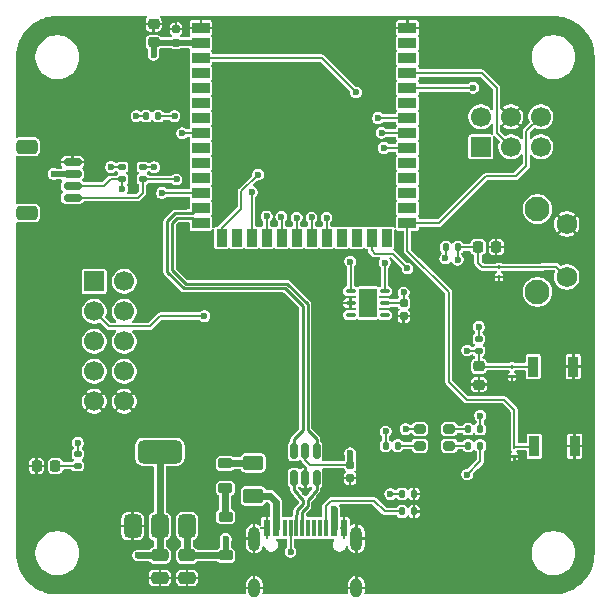
<source format=gbr>
%TF.GenerationSoftware,KiCad,Pcbnew,9.0.2*%
%TF.CreationDate,2025-06-28T03:21:36+09:00*%
%TF.ProjectId,ESP32-S3-TESTBOARD,45535033-322d-4533-932d-54455354424f,rev?*%
%TF.SameCoordinates,Original*%
%TF.FileFunction,Copper,L1,Top*%
%TF.FilePolarity,Positive*%
%FSLAX46Y46*%
G04 Gerber Fmt 4.6, Leading zero omitted, Abs format (unit mm)*
G04 Created by KiCad (PCBNEW 9.0.2) date 2025-06-28 03:21:36*
%MOMM*%
%LPD*%
G01*
G04 APERTURE LIST*
G04 Aperture macros list*
%AMRoundRect*
0 Rectangle with rounded corners*
0 $1 Rounding radius*
0 $2 $3 $4 $5 $6 $7 $8 $9 X,Y pos of 4 corners*
0 Add a 4 corners polygon primitive as box body*
4,1,4,$2,$3,$4,$5,$6,$7,$8,$9,$2,$3,0*
0 Add four circle primitives for the rounded corners*
1,1,$1+$1,$2,$3*
1,1,$1+$1,$4,$5*
1,1,$1+$1,$6,$7*
1,1,$1+$1,$8,$9*
0 Add four rect primitives between the rounded corners*
20,1,$1+$1,$2,$3,$4,$5,0*
20,1,$1+$1,$4,$5,$6,$7,0*
20,1,$1+$1,$6,$7,$8,$9,0*
20,1,$1+$1,$8,$9,$2,$3,0*%
G04 Aperture macros list end*
%TA.AperFunction,SMDPad,CuDef*%
%ADD10RoundRect,0.375000X0.375000X-0.625000X0.375000X0.625000X-0.375000X0.625000X-0.375000X-0.625000X0*%
%TD*%
%TA.AperFunction,SMDPad,CuDef*%
%ADD11RoundRect,0.500000X1.400000X-0.500000X1.400000X0.500000X-1.400000X0.500000X-1.400000X-0.500000X0*%
%TD*%
%TA.AperFunction,SMDPad,CuDef*%
%ADD12RoundRect,0.250000X-0.475000X0.250000X-0.475000X-0.250000X0.475000X-0.250000X0.475000X0.250000X0*%
%TD*%
%TA.AperFunction,SMDPad,CuDef*%
%ADD13R,0.900000X1.700000*%
%TD*%
%TA.AperFunction,SMDPad,CuDef*%
%ADD14RoundRect,0.225000X-0.225000X-0.250000X0.225000X-0.250000X0.225000X0.250000X-0.225000X0.250000X0*%
%TD*%
%TA.AperFunction,ComponentPad*%
%ADD15C,2.100000*%
%TD*%
%TA.AperFunction,ComponentPad*%
%ADD16C,1.750000*%
%TD*%
%TA.AperFunction,SMDPad,CuDef*%
%ADD17RoundRect,0.150000X-0.625000X0.150000X-0.625000X-0.150000X0.625000X-0.150000X0.625000X0.150000X0*%
%TD*%
%TA.AperFunction,SMDPad,CuDef*%
%ADD18RoundRect,0.250000X-0.650000X0.350000X-0.650000X-0.350000X0.650000X-0.350000X0.650000X0.350000X0*%
%TD*%
%TA.AperFunction,SMDPad,CuDef*%
%ADD19RoundRect,0.225000X0.250000X-0.225000X0.250000X0.225000X-0.250000X0.225000X-0.250000X-0.225000X0*%
%TD*%
%TA.AperFunction,SMDPad,CuDef*%
%ADD20RoundRect,0.225000X0.375000X-0.225000X0.375000X0.225000X-0.375000X0.225000X-0.375000X-0.225000X0*%
%TD*%
%TA.AperFunction,SMDPad,CuDef*%
%ADD21RoundRect,0.200000X-0.300000X-0.200000X0.300000X-0.200000X0.300000X0.200000X-0.300000X0.200000X0*%
%TD*%
%TA.AperFunction,SMDPad,CuDef*%
%ADD22RoundRect,0.135000X-0.135000X-0.185000X0.135000X-0.185000X0.135000X0.185000X-0.135000X0.185000X0*%
%TD*%
%TA.AperFunction,SMDPad,CuDef*%
%ADD23RoundRect,0.062500X-0.062500X0.117500X-0.062500X-0.117500X0.062500X-0.117500X0.062500X0.117500X0*%
%TD*%
%TA.AperFunction,ComponentPad*%
%ADD24R,1.700000X1.700000*%
%TD*%
%TA.AperFunction,ComponentPad*%
%ADD25C,1.700000*%
%TD*%
%TA.AperFunction,SMDPad,CuDef*%
%ADD26RoundRect,0.135000X-0.185000X0.135000X-0.185000X-0.135000X0.185000X-0.135000X0.185000X0.135000X0*%
%TD*%
%TA.AperFunction,SMDPad,CuDef*%
%ADD27RoundRect,0.218750X-0.218750X-0.256250X0.218750X-0.256250X0.218750X0.256250X-0.218750X0.256250X0*%
%TD*%
%TA.AperFunction,SMDPad,CuDef*%
%ADD28RoundRect,0.135000X0.135000X0.185000X-0.135000X0.185000X-0.135000X-0.185000X0.135000X-0.185000X0*%
%TD*%
%TA.AperFunction,SMDPad,CuDef*%
%ADD29RoundRect,0.150000X0.150000X-0.512500X0.150000X0.512500X-0.150000X0.512500X-0.150000X-0.512500X0*%
%TD*%
%TA.AperFunction,SMDPad,CuDef*%
%ADD30R,0.600000X1.450000*%
%TD*%
%TA.AperFunction,SMDPad,CuDef*%
%ADD31R,0.300000X1.450000*%
%TD*%
%TA.AperFunction,HeatsinkPad*%
%ADD32O,1.000000X2.100000*%
%TD*%
%TA.AperFunction,HeatsinkPad*%
%ADD33O,1.000000X1.600000*%
%TD*%
%TA.AperFunction,SMDPad,CuDef*%
%ADD34RoundRect,0.100000X-0.300000X-0.100000X0.300000X-0.100000X0.300000X0.100000X-0.300000X0.100000X0*%
%TD*%
%TA.AperFunction,HeatsinkPad*%
%ADD35R,1.500000X2.400000*%
%TD*%
%TA.AperFunction,SMDPad,CuDef*%
%ADD36RoundRect,0.225000X-0.250000X0.225000X-0.250000X-0.225000X0.250000X-0.225000X0.250000X0.225000X0*%
%TD*%
%TA.AperFunction,SMDPad,CuDef*%
%ADD37RoundRect,0.155000X-0.155000X0.212500X-0.155000X-0.212500X0.155000X-0.212500X0.155000X0.212500X0*%
%TD*%
%TA.AperFunction,SMDPad,CuDef*%
%ADD38RoundRect,0.250000X0.625000X-0.375000X0.625000X0.375000X-0.625000X0.375000X-0.625000X-0.375000X0*%
%TD*%
%TA.AperFunction,SMDPad,CuDef*%
%ADD39RoundRect,0.155000X0.155000X-0.212500X0.155000X0.212500X-0.155000X0.212500X-0.155000X-0.212500X0*%
%TD*%
%TA.AperFunction,SMDPad,CuDef*%
%ADD40R,1.500000X0.900000*%
%TD*%
%TA.AperFunction,SMDPad,CuDef*%
%ADD41R,0.900000X1.500000*%
%TD*%
%TA.AperFunction,HeatsinkPad*%
%ADD42C,0.600000*%
%TD*%
%TA.AperFunction,HeatsinkPad*%
%ADD43R,3.900000X3.900000*%
%TD*%
%TA.AperFunction,SMDPad,CuDef*%
%ADD44RoundRect,0.218750X-0.381250X0.218750X-0.381250X-0.218750X0.381250X-0.218750X0.381250X0.218750X0*%
%TD*%
%TA.AperFunction,ViaPad*%
%ADD45C,0.600000*%
%TD*%
%TA.AperFunction,Conductor*%
%ADD46C,0.240000*%
%TD*%
%TA.AperFunction,Conductor*%
%ADD47C,0.200000*%
%TD*%
%TA.AperFunction,Conductor*%
%ADD48C,0.500000*%
%TD*%
%TA.AperFunction,Conductor*%
%ADD49C,0.600000*%
%TD*%
G04 APERTURE END LIST*
D10*
%TO.P,U3,1,GND*%
%TO.N,GND*%
X123375000Y-130725000D03*
%TO.P,U3,2,VO*%
%TO.N,+3V3*%
X125675000Y-130725000D03*
D11*
X125675000Y-124425000D03*
D10*
%TO.P,U3,3,VI*%
%TO.N,+5V*%
X127975000Y-130725000D03*
%TD*%
D12*
%TO.P,C5,1*%
%TO.N,+5V*%
X127975000Y-133200000D03*
%TO.P,C5,2*%
%TO.N,GND*%
X127975000Y-135100000D03*
%TD*%
%TO.P,C6,1*%
%TO.N,+3V3*%
X125675000Y-133200000D03*
%TO.P,C6,2*%
%TO.N,GND*%
X125675000Y-135100000D03*
%TD*%
D13*
%TO.P,SW1,1,A*%
%TO.N,GND*%
X160700000Y-117200000D03*
%TO.P,SW1,2,B*%
%TO.N,/ESP_EN*%
X157300000Y-117200000D03*
%TD*%
D14*
%TO.P,C7,1*%
%TO.N,/USER_SW*%
X152620000Y-107100000D03*
%TO.P,C7,2*%
%TO.N,GND*%
X154170000Y-107100000D03*
%TD*%
D15*
%TO.P,SW3,*%
%TO.N,*%
X157647500Y-103875000D03*
X157647500Y-110885000D03*
D16*
%TO.P,SW3,1,A*%
%TO.N,GND*%
X160137500Y-105125000D03*
%TO.P,SW3,2,B*%
%TO.N,/USER_SW*%
X160137500Y-109625000D03*
%TD*%
D17*
%TO.P,J4,1,Pin_1*%
%TO.N,GND*%
X118300000Y-99900000D03*
%TO.P,J4,2,Pin_2*%
%TO.N,+3V3*%
X118300000Y-100900000D03*
%TO.P,J4,3,Pin_3*%
%TO.N,/SDA*%
X118300000Y-101900000D03*
%TO.P,J4,4,Pin_4*%
%TO.N,/SCL*%
X118300000Y-102900000D03*
D18*
%TO.P,J4,MP*%
%TO.N,N/C*%
X114425000Y-98600000D03*
X114425000Y-104200000D03*
%TD*%
D13*
%TO.P,SW2,1,A*%
%TO.N,GND*%
X160800000Y-123950000D03*
%TO.P,SW2,2,B*%
%TO.N,/ESP_IO0*%
X157400000Y-123950000D03*
%TD*%
D19*
%TO.P,C2,1*%
%TO.N,+3V3*%
X125150000Y-89750000D03*
%TO.P,C2,2*%
%TO.N,GND*%
X125150000Y-88200000D03*
%TD*%
D20*
%TO.P,D1,1,K*%
%TO.N,+5V*%
X131250000Y-133200000D03*
%TO.P,D1,2,A*%
%TO.N,Net-(D1-A)*%
X131250000Y-129900000D03*
%TD*%
D21*
%TO.P,D5,1,A*%
%TO.N,+3V3*%
X147700000Y-122500000D03*
%TO.P,D5,2,RK*%
%TO.N,Net-(D5-RK)*%
X147700000Y-123900000D03*
%TO.P,D5,3,GK*%
%TO.N,Net-(D5-GK)*%
X150200000Y-123900000D03*
%TO.P,D5,4,BK*%
%TO.N,Net-(D5-BK)*%
X150200000Y-122500000D03*
%TD*%
D22*
%TO.P,R7,1*%
%TO.N,Net-(D5-GK)*%
X151790000Y-123900000D03*
%TO.P,R7,2*%
%TO.N,/G_LED*%
X152810000Y-123900000D03*
%TD*%
D23*
%TO.P,D2,1,A1*%
%TO.N,GND*%
X155500000Y-118047500D03*
%TO.P,D2,2,A2*%
%TO.N,/ESP_EN*%
X155500000Y-117207500D03*
%TD*%
D24*
%TO.P,J2,1,Pin_1*%
%TO.N,+3V3*%
X120125000Y-109995000D03*
D25*
%TO.P,J2,2,Pin_2*%
X122665000Y-109995000D03*
%TO.P,J2,3,Pin_3*%
%TO.N,/RESET*%
X120125000Y-112535000D03*
%TO.P,J2,4,Pin_4*%
%TO.N,/CS*%
X122665000Y-112535000D03*
%TO.P,J2,5,Pin_5*%
%TO.N,/MOSI*%
X120125000Y-115075000D03*
%TO.P,J2,6,Pin_6*%
%TO.N,/CLK*%
X122665000Y-115075000D03*
%TO.P,J2,7,Pin_7*%
%TO.N,/MISO*%
X120125000Y-117615000D03*
%TO.P,J2,8,Pin_8*%
%TO.N,/IRQ*%
X122665000Y-117615000D03*
%TO.P,J2,9,Pin_9*%
%TO.N,GND*%
X120125000Y-120155000D03*
%TO.P,J2,10,Pin_10*%
X122665000Y-120155000D03*
%TD*%
D26*
%TO.P,R10,1*%
%TO.N,+3V3*%
X122490000Y-100315000D03*
%TO.P,R10,2*%
%TO.N,/SDA*%
X122490000Y-101335000D03*
%TD*%
D27*
%TO.P,D3,1,K*%
%TO.N,GND*%
X115250000Y-125600000D03*
%TO.P,D3,2,A*%
%TO.N,Net-(D3-A)*%
X116825000Y-125600000D03*
%TD*%
D26*
%TO.P,R11,1*%
%TO.N,+3V3*%
X124250000Y-100315000D03*
%TO.P,R11,2*%
%TO.N,/SCL*%
X124250000Y-101335000D03*
%TD*%
D28*
%TO.P,R6,1*%
%TO.N,Net-(D5-RK)*%
X145810000Y-123900000D03*
%TO.P,R6,2*%
%TO.N,/R_LED*%
X144790000Y-123900000D03*
%TD*%
D29*
%TO.P,U1,1,I/O1*%
%TO.N,/D-*%
X137050000Y-126637500D03*
%TO.P,U1,2,GND*%
%TO.N,GND*%
X138000000Y-126637500D03*
%TO.P,U1,3,I/O2*%
%TO.N,/D+*%
X138950000Y-126637500D03*
%TO.P,U1,4,I/O2*%
%TO.N,/USB_D+*%
X138950000Y-124362500D03*
%TO.P,U1,5,VBUS*%
%TO.N,+5V*%
X138000000Y-124362500D03*
%TO.P,U1,6,I/O1*%
%TO.N,/USB_D-*%
X137050000Y-124362500D03*
%TD*%
D26*
%TO.P,R5,1*%
%TO.N,+3V3*%
X118737500Y-124590000D03*
%TO.P,R5,2*%
%TO.N,Net-(D3-A)*%
X118737500Y-125610000D03*
%TD*%
%TO.P,R2,1*%
%TO.N,+3V3*%
X152700000Y-114840000D03*
%TO.P,R2,2*%
%TO.N,/ESP_EN*%
X152700000Y-115860000D03*
%TD*%
D30*
%TO.P,J1,A1,GND*%
%TO.N,GND*%
X134750000Y-130855000D03*
%TO.P,J1,A4,VBUS*%
%TO.N,Net-(F1-Pad1)*%
X135550000Y-130855000D03*
D31*
%TO.P,J1,A5,CC1*%
%TO.N,/CC1*%
X136750000Y-130855000D03*
%TO.P,J1,A6,D+*%
%TO.N,/D+*%
X137750000Y-130855000D03*
%TO.P,J1,A7,D-*%
%TO.N,/D-*%
X138250000Y-130855000D03*
%TO.P,J1,A8,SBU1*%
%TO.N,unconnected-(J1-SBU1-PadA8)*%
X139250000Y-130855000D03*
D30*
%TO.P,J1,A9,VBUS*%
%TO.N,Net-(F1-Pad1)*%
X140450000Y-130855000D03*
%TO.P,J1,A12,GND*%
%TO.N,GND*%
X141250000Y-130855000D03*
%TO.P,J1,B1,GND*%
X141250000Y-130855000D03*
%TO.P,J1,B4,VBUS*%
%TO.N,Net-(F1-Pad1)*%
X140450000Y-130855000D03*
D31*
%TO.P,J1,B5,CC2*%
%TO.N,/CC2*%
X139750000Y-130855000D03*
%TO.P,J1,B6,D+*%
%TO.N,/D+*%
X138750000Y-130855000D03*
%TO.P,J1,B7,D-*%
%TO.N,/D-*%
X137250000Y-130855000D03*
%TO.P,J1,B8,SBU2*%
%TO.N,unconnected-(J1-SBU2-PadB8)*%
X136250000Y-130855000D03*
D30*
%TO.P,J1,B9,VBUS*%
%TO.N,Net-(F1-Pad1)*%
X135550000Y-130855000D03*
%TO.P,J1,B12,GND*%
%TO.N,GND*%
X134750000Y-130855000D03*
D32*
%TO.P,J1,S1,SHIELD*%
X133680000Y-131770000D03*
D33*
X133680000Y-135950000D03*
D32*
X142320000Y-131770000D03*
D33*
X142320000Y-135950000D03*
%TD*%
D22*
%TO.P,R8,1*%
%TO.N,+3V3*%
X149880000Y-107100000D03*
%TO.P,R8,2*%
%TO.N,/USER_SW*%
X150900000Y-107100000D03*
%TD*%
D34*
%TO.P,U4,1,SDA*%
%TO.N,/SDA*%
X141825000Y-110825000D03*
%TO.P,U4,2,GND*%
%TO.N,GND*%
X141825000Y-111825000D03*
%TO.P,U4,3,NC*%
%TO.N,unconnected-(U4-NC-Pad3)*%
X141825000Y-112825000D03*
%TO.P,U4,4,NC*%
%TO.N,unconnected-(U4-NC-Pad4)*%
X144725000Y-112825000D03*
%TO.P,U4,5,VDD*%
%TO.N,+3V3*%
X144725000Y-111825000D03*
%TO.P,U4,6,SCL*%
%TO.N,/SCL*%
X144725000Y-110825000D03*
D35*
%TO.P,U4,7,PAD*%
%TO.N,unconnected-(U4-PAD-Pad7)*%
X143275000Y-111825000D03*
%TD*%
D22*
%TO.P,R1,1*%
%TO.N,+3V3*%
X124540000Y-96000000D03*
%TO.P,R1,2*%
%TO.N,Net-(U2-GPIO3)*%
X125560000Y-96000000D03*
%TD*%
D36*
%TO.P,C4,1*%
%TO.N,/ESP_EN*%
X152700000Y-117175000D03*
%TO.P,C4,2*%
%TO.N,GND*%
X152700000Y-118725000D03*
%TD*%
D22*
%TO.P,R3,1*%
%TO.N,/CC1*%
X146180000Y-127975000D03*
%TO.P,R3,2*%
%TO.N,GND*%
X147200000Y-127975000D03*
%TD*%
D23*
%TO.P,D6,1,A1*%
%TO.N,GND*%
X154400000Y-109620000D03*
%TO.P,D6,2,A2*%
%TO.N,/USER_SW*%
X154400000Y-108780000D03*
%TD*%
D24*
%TO.P,J3,1,Pin_1*%
%TO.N,/ESP_EN*%
X152860000Y-98600000D03*
D25*
%TO.P,J3,2,Pin_2*%
%TO.N,+3V3*%
X152860000Y-96060000D03*
%TO.P,J3,3,Pin_3*%
%TO.N,/ESP_TXD*%
X155400000Y-98600000D03*
%TO.P,J3,4,Pin_4*%
%TO.N,GND*%
X155400000Y-96060000D03*
%TO.P,J3,5,Pin_5*%
%TO.N,/ESP_RXD*%
X157940000Y-98600000D03*
%TO.P,J3,6,Pin_6*%
%TO.N,/ESP_IO0*%
X157940000Y-96060000D03*
%TD*%
D23*
%TO.P,D4,1,A1*%
%TO.N,GND*%
X155700000Y-124820000D03*
%TO.P,D4,2,A2*%
%TO.N,/ESP_IO0*%
X155700000Y-123980000D03*
%TD*%
D22*
%TO.P,R4,1*%
%TO.N,/CC2*%
X146190000Y-129475000D03*
%TO.P,R4,2*%
%TO.N,GND*%
X147210000Y-129475000D03*
%TD*%
D37*
%TO.P,C8,1*%
%TO.N,+3V3*%
X146325000Y-111807500D03*
%TO.P,C8,2*%
%TO.N,GND*%
X146325000Y-112942500D03*
%TD*%
D22*
%TO.P,R9,1*%
%TO.N,Net-(D5-BK)*%
X151780000Y-122500000D03*
%TO.P,R9,2*%
%TO.N,/B_LED*%
X152800000Y-122500000D03*
%TD*%
D37*
%TO.P,C1,1*%
%TO.N,+5V*%
X141800000Y-125507500D03*
%TO.P,C1,2*%
%TO.N,GND*%
X141800000Y-126642500D03*
%TD*%
D38*
%TO.P,F1,1*%
%TO.N,Net-(F1-Pad1)*%
X133600000Y-128150000D03*
%TO.P,F1,2*%
%TO.N,Net-(F1-Pad2)*%
X133600000Y-125350000D03*
%TD*%
D39*
%TO.P,C3,1*%
%TO.N,+3V3*%
X127050000Y-89767500D03*
%TO.P,C3,2*%
%TO.N,GND*%
X127050000Y-88632500D03*
%TD*%
D40*
%TO.P,U2,1,GND*%
%TO.N,GND*%
X129150000Y-88540000D03*
%TO.P,U2,2,3V3*%
%TO.N,+3V3*%
X129150000Y-89810000D03*
%TO.P,U2,3,EN*%
%TO.N,/ESP_EN*%
X129150000Y-91080000D03*
%TO.P,U2,4,GPIO4*%
%TO.N,unconnected-(U2-GPIO4-Pad4)*%
X129150000Y-92350000D03*
%TO.P,U2,5,GPIO5*%
%TO.N,unconnected-(U2-GPIO5-Pad5)*%
X129150000Y-93620000D03*
%TO.P,U2,6,GPIO6*%
%TO.N,unconnected-(U2-GPIO6-Pad6)*%
X129150000Y-94890000D03*
%TO.P,U2,7,GPIO7*%
%TO.N,unconnected-(U2-GPIO7-Pad7)*%
X129150000Y-96160000D03*
%TO.P,U2,8,GPIO15*%
%TO.N,/IRQ*%
X129150000Y-97430000D03*
%TO.P,U2,9,GPIO16*%
%TO.N,unconnected-(U2-GPIO16-Pad9)*%
X129150000Y-98700000D03*
%TO.P,U2,10,GPIO17*%
%TO.N,unconnected-(U2-GPIO17-Pad10)*%
X129150000Y-99970000D03*
%TO.P,U2,11,GPIO18*%
%TO.N,unconnected-(U2-GPIO18-Pad11)*%
X129150000Y-101240000D03*
%TO.P,U2,12,GPIO8*%
%TO.N,/SDA*%
X129150000Y-102510000D03*
%TO.P,U2,13,GPIO19/USB_D-*%
%TO.N,/USB_D-*%
X129150000Y-103780000D03*
%TO.P,U2,14,GPIO20/USB_D+*%
%TO.N,/USB_D+*%
X129150000Y-105050000D03*
D41*
%TO.P,U2,15,GPIO3*%
%TO.N,Net-(U2-GPIO3)*%
X130915000Y-106300000D03*
%TO.P,U2,16,GPIO46*%
%TO.N,unconnected-(U2-GPIO46-Pad16)*%
X132185000Y-106300000D03*
%TO.P,U2,17,GPIO9*%
%TO.N,/SCL*%
X133455000Y-106300000D03*
%TO.P,U2,18,GPIO10*%
%TO.N,/CS*%
X134725000Y-106300000D03*
%TO.P,U2,19,GPIO11*%
%TO.N,/MOSI*%
X135995000Y-106300000D03*
%TO.P,U2,20,GPIO12*%
%TO.N,/CLK*%
X137265000Y-106300000D03*
%TO.P,U2,21,GPIO13*%
%TO.N,/MISO*%
X138535000Y-106300000D03*
%TO.P,U2,22,GPIO14*%
%TO.N,/RESET*%
X139805000Y-106300000D03*
%TO.P,U2,23,GPIO21*%
%TO.N,unconnected-(U2-GPIO21-Pad23)*%
X141075000Y-106300000D03*
%TO.P,U2,24,GPIO47*%
%TO.N,unconnected-(U2-GPIO47-Pad24)*%
X142345000Y-106300000D03*
%TO.P,U2,25,GPIO48*%
%TO.N,/USER_SW*%
X143615000Y-106300000D03*
%TO.P,U2,26,GPIO45*%
%TO.N,unconnected-(U2-GPIO45-Pad26)*%
X144885000Y-106300000D03*
D40*
%TO.P,U2,27,GPIO0*%
%TO.N,/ESP_IO0*%
X146650000Y-105050000D03*
%TO.P,U2,28,GPIO35\u002A*%
%TO.N,unconnected-(U2-GPIO35\u002A-Pad28)*%
X146650000Y-103780000D03*
%TO.P,U2,29,GPIO36\u002A*%
%TO.N,unconnected-(U2-GPIO36\u002A-Pad29)*%
X146650000Y-102510000D03*
%TO.P,U2,30,GPIO37\u002A*%
%TO.N,unconnected-(U2-GPIO37\u002A-Pad30)*%
X146650000Y-101240000D03*
%TO.P,U2,31,GPIO38*%
%TO.N,unconnected-(U2-GPIO38-Pad31)*%
X146650000Y-99970000D03*
%TO.P,U2,32,GPIO39*%
%TO.N,/R_LED*%
X146650000Y-98700000D03*
%TO.P,U2,33,GPIO40*%
%TO.N,/G_LED*%
X146650000Y-97430000D03*
%TO.P,U2,34,GPIO41*%
%TO.N,/B_LED*%
X146650000Y-96160000D03*
%TO.P,U2,35,GPIO42*%
%TO.N,unconnected-(U2-GPIO42-Pad35)*%
X146650000Y-94890000D03*
%TO.P,U2,36,RXD0/U0RXD/GPIO44*%
%TO.N,/ESP_RXD*%
X146650000Y-93620000D03*
%TO.P,U2,37,TXD0/U0TXD/GPIO43*%
%TO.N,/ESP_TXD*%
X146650000Y-92350000D03*
%TO.P,U2,38,GPIO2*%
%TO.N,unconnected-(U2-GPIO2-Pad38)*%
X146650000Y-91080000D03*
%TO.P,U2,39,GPIO1*%
%TO.N,unconnected-(U2-GPIO1-Pad39)*%
X146650000Y-89810000D03*
%TO.P,U2,40,GND*%
%TO.N,GND*%
X146650000Y-88540000D03*
D42*
%TO.P,U2,41,EPAD(GND)*%
X135000000Y-95560000D03*
X135000000Y-96960000D03*
X135700000Y-94860000D03*
X135700000Y-96260000D03*
X135700000Y-97660000D03*
X136400000Y-95560000D03*
D43*
X136400000Y-96260000D03*
D42*
X136400000Y-96960000D03*
X137100000Y-94860000D03*
X137100000Y-96260000D03*
X137100000Y-97660000D03*
X137800000Y-95560000D03*
X137800000Y-96960000D03*
%TD*%
D44*
%TO.P,FB1,1*%
%TO.N,Net-(F1-Pad2)*%
X131225000Y-125387500D03*
%TO.P,FB1,2*%
%TO.N,Net-(D1-A)*%
X131225000Y-127512500D03*
%TD*%
D45*
%TO.N,GND*%
X154100000Y-103790000D03*
X150420000Y-102100000D03*
X148670000Y-106430000D03*
X138990000Y-110290000D03*
X140010000Y-116130000D03*
X135940000Y-101390000D03*
X141200000Y-97830000D03*
X143880000Y-91920000D03*
X151130000Y-90640000D03*
X160170000Y-101270000D03*
X161250000Y-96050000D03*
X148420000Y-103830000D03*
X155550000Y-113170000D03*
X161780000Y-120420000D03*
X161100000Y-128140000D03*
X155080000Y-128060000D03*
X142440000Y-116050000D03*
X129370000Y-115800000D03*
X140514893Y-120767106D03*
X127880000Y-126620000D03*
X135230000Y-134730000D03*
X121990000Y-134820000D03*
X124220000Y-127380000D03*
X116760000Y-121970000D03*
X119470000Y-128420000D03*
X129300000Y-108010000D03*
X114670000Y-107230000D03*
X116030000Y-103350000D03*
X117990000Y-106800000D03*
X124680000Y-106780000D03*
X126790000Y-99140000D03*
X131000000Y-93000000D03*
X131000000Y-100000000D03*
X120000000Y-97000000D03*
X115000000Y-96000000D03*
X122000000Y-92000000D03*
X120000000Y-88000000D03*
X122000000Y-88000000D03*
X123000000Y-88000000D03*
X156000000Y-88000000D03*
X154000000Y-88000000D03*
X152000000Y-88000000D03*
X150000000Y-88000000D03*
X148000000Y-88000000D03*
X145000000Y-88000000D03*
X143000000Y-88000000D03*
X141000000Y-88000000D03*
X139000000Y-88000000D03*
X137000000Y-88000000D03*
X135000000Y-88000000D03*
X133000000Y-88000000D03*
X131000000Y-88000000D03*
%TO.N,/IRQ*%
X127575000Y-97450000D03*
%TO.N,/SCL*%
X127100000Y-101350000D03*
%TO.N,+3V3*%
X146500000Y-122500000D03*
%TO.N,/B_LED*%
X152800000Y-121350000D03*
%TO.N,/G_LED*%
X151700000Y-126350000D03*
%TO.N,/R_LED*%
X144800000Y-122700000D03*
X144650000Y-98700000D03*
%TO.N,/G_LED*%
X144450000Y-97400000D03*
%TO.N,/B_LED*%
X144160000Y-96160000D03*
%TO.N,/USER_SW*%
X150900000Y-108150000D03*
X146650000Y-108900000D03*
%TO.N,+3V3*%
X149850000Y-108050000D03*
%TO.N,GND*%
X161650000Y-123950000D03*
X161650000Y-117200000D03*
X153900000Y-118750000D03*
X155500000Y-118900000D03*
X154400000Y-110600000D03*
X155300000Y-107100000D03*
%TO.N,/ESP_EN*%
X151700000Y-115850000D03*
%TO.N,+3V3*%
X152700000Y-113850000D03*
%TO.N,/ESP_EN*%
X142300000Y-94000000D03*
%TO.N,/ESP_RXD*%
X152200000Y-93600000D03*
%TO.N,+5V*%
X131250000Y-131800000D03*
%TO.N,/RESET*%
X129450000Y-112925000D03*
X139800000Y-104600000D03*
%TO.N,/MISO*%
X138525000Y-104575000D03*
%TO.N,/CLK*%
X137265000Y-104585000D03*
%TO.N,/MOSI*%
X135975000Y-104525000D03*
%TO.N,/CS*%
X134725000Y-104475000D03*
%TO.N,/SCL*%
X133455000Y-102425000D03*
X144725000Y-108400000D03*
%TO.N,/SDA*%
X141800000Y-108325000D03*
%TO.N,GND*%
X140850000Y-111825000D03*
X146325000Y-114075000D03*
%TO.N,+3V3*%
X146325000Y-110925000D03*
%TO.N,/CC1*%
X145200000Y-128000000D03*
X136750000Y-132875000D03*
%TO.N,GND*%
X147200000Y-127050000D03*
X147200000Y-130350000D03*
X141250000Y-129700000D03*
X134750000Y-129700000D03*
%TO.N,Net-(F1-Pad1)*%
X140425000Y-129275000D03*
X135550000Y-129275000D03*
%TO.N,+3V3*%
X123850000Y-133200000D03*
%TO.N,GND*%
X115250000Y-126775000D03*
%TO.N,+3V3*%
X118750000Y-123675000D03*
%TO.N,Net-(U2-GPIO3)*%
X134000000Y-100950000D03*
X126925000Y-96000000D03*
%TO.N,+3V3*%
X123700000Y-96000000D03*
%TO.N,/SDA*%
X122500000Y-102150000D03*
X125875000Y-102500000D03*
%TO.N,GND*%
X116725000Y-99900000D03*
%TO.N,+3V3*%
X116700000Y-100900000D03*
X125200000Y-100325000D03*
X121560000Y-100315000D03*
%TO.N,GND*%
X123850000Y-88200000D03*
X127025000Y-87800000D03*
%TO.N,+3V3*%
X125150000Y-90800000D03*
%TO.N,GND*%
X138000000Y-127800000D03*
%TO.N,+5V*%
X141800000Y-124550000D03*
%TD*%
D46*
%TO.N,/D+*%
X137750000Y-130855000D02*
X137750000Y-129767499D01*
%TO.N,/D-*%
X137250000Y-129767499D02*
X137250000Y-130855000D01*
X137805000Y-128483227D02*
X137805000Y-128869228D01*
X137379000Y-128057227D02*
X137805000Y-128483227D01*
X137805000Y-128869228D02*
X137305000Y-129369228D01*
X137379000Y-127960251D02*
X137379000Y-128057227D01*
X137050000Y-127631251D02*
X137379000Y-127960251D01*
X137305000Y-129712499D02*
X137250000Y-129767499D01*
X137050000Y-126637500D02*
X137050000Y-127631251D01*
X137305000Y-129369228D02*
X137305000Y-129712499D01*
D47*
%TO.N,/IRQ*%
X127595000Y-97430000D02*
X127575000Y-97450000D01*
X129150000Y-97430000D02*
X127595000Y-97430000D01*
D48*
%TO.N,+5V*%
X131250000Y-133200000D02*
X131250000Y-131800000D01*
D47*
%TO.N,Net-(U2-GPIO3)*%
X132575000Y-102375000D02*
X132575000Y-103825000D01*
X132575000Y-103825000D02*
X130915000Y-105485000D01*
X134000000Y-100950000D02*
X132575000Y-102375000D01*
X130915000Y-105485000D02*
X130915000Y-106300000D01*
%TO.N,/SCL*%
X133455000Y-106300000D02*
X133455000Y-102425000D01*
X127085000Y-101335000D02*
X127100000Y-101350000D01*
X124250000Y-101335000D02*
X127085000Y-101335000D01*
%TO.N,+3V3*%
X147700000Y-122500000D02*
X146500000Y-122500000D01*
%TO.N,/G_LED*%
X151700000Y-126350000D02*
X152810000Y-125240000D01*
X152810000Y-125240000D02*
X152810000Y-123900000D01*
%TO.N,/B_LED*%
X152800000Y-122500000D02*
X152800000Y-121350000D01*
%TO.N,/R_LED*%
X144790000Y-122710000D02*
X144800000Y-122700000D01*
X144790000Y-123900000D02*
X144790000Y-122710000D01*
X146650000Y-98700000D02*
X144650000Y-98700000D01*
%TO.N,/G_LED*%
X144530000Y-97430000D02*
X144500000Y-97400000D01*
X146650000Y-97430000D02*
X144530000Y-97430000D01*
%TO.N,/B_LED*%
X144150000Y-96150000D02*
X144160000Y-96160000D01*
X146650000Y-96160000D02*
X144160000Y-96160000D01*
%TO.N,/USER_SW*%
X150900000Y-107100000D02*
X150900000Y-108150000D01*
X145400000Y-107650000D02*
X146650000Y-108900000D01*
X143900000Y-107650000D02*
X145400000Y-107650000D01*
X143615000Y-107365000D02*
X143900000Y-107650000D01*
X143615000Y-106300000D02*
X143615000Y-107365000D01*
%TO.N,+3V3*%
X149880000Y-108020000D02*
X149850000Y-108050000D01*
X149880000Y-107100000D02*
X149880000Y-108020000D01*
%TO.N,/USER_SW*%
X152620000Y-107100000D02*
X150900000Y-107100000D01*
X152620000Y-108420000D02*
X152620000Y-107100000D01*
X152980000Y-108780000D02*
X152620000Y-108420000D01*
X154400000Y-108780000D02*
X152980000Y-108780000D01*
%TO.N,GND*%
X160800000Y-123950000D02*
X161650000Y-123950000D01*
X160700000Y-117200000D02*
X161650000Y-117200000D01*
X153875000Y-118725000D02*
X153900000Y-118750000D01*
X152700000Y-118725000D02*
X153875000Y-118725000D01*
X155500000Y-118047500D02*
X155500000Y-118900000D01*
X154400000Y-109620000D02*
X154400000Y-110600000D01*
X154170000Y-107100000D02*
X155300000Y-107100000D01*
%TO.N,/USER_SW*%
X159262501Y-108750001D02*
X160137500Y-109625000D01*
X158070000Y-108780000D02*
X158100000Y-108750000D01*
X158100000Y-108750000D02*
X159262501Y-108750001D01*
X154400000Y-108780000D02*
X158070000Y-108780000D01*
%TO.N,/ESP_IO0*%
X146650000Y-107400000D02*
X146650000Y-105050000D01*
X150150000Y-110900000D02*
X146650000Y-107400000D01*
X150150000Y-118500000D02*
X150150000Y-110900000D01*
X151650000Y-120000000D02*
X150150000Y-118500000D01*
X154800000Y-120000000D02*
X151650000Y-120000000D01*
X155700000Y-120900000D02*
X154800000Y-120000000D01*
X155700000Y-123980000D02*
X155700000Y-120900000D01*
X157370000Y-123980000D02*
X157400000Y-123950000D01*
X155700000Y-123980000D02*
X157370000Y-123980000D01*
%TO.N,/ESP_EN*%
X151710000Y-115860000D02*
X151700000Y-115850000D01*
X152700000Y-115860000D02*
X151710000Y-115860000D01*
%TO.N,+3V3*%
X152700000Y-114840000D02*
X152700000Y-113850000D01*
%TO.N,/ESP_EN*%
X152700000Y-115860000D02*
X152700000Y-117175000D01*
X152710000Y-117260000D02*
X152700000Y-117250000D01*
X155500000Y-117200000D02*
X152710000Y-117200000D01*
X155560000Y-117200000D02*
X155500000Y-117260000D01*
X157300000Y-117200000D02*
X155560000Y-117200000D01*
%TO.N,/ESP_IO0*%
X156700000Y-97300000D02*
X157940000Y-96060000D01*
X156700000Y-100200000D02*
X156700000Y-97300000D01*
X155800000Y-101100000D02*
X156700000Y-100200000D01*
X153300000Y-101100000D02*
X155800000Y-101100000D01*
X149350000Y-105050000D02*
X153300000Y-101100000D01*
X146650000Y-105050000D02*
X149350000Y-105050000D01*
%TO.N,/ESP_EN*%
X139380000Y-91080000D02*
X142300000Y-94000000D01*
X129150000Y-91080000D02*
X139380000Y-91080000D01*
%TO.N,/ESP_RXD*%
X152180000Y-93620000D02*
X152200000Y-93600000D01*
X146650000Y-93620000D02*
X152180000Y-93620000D01*
%TO.N,/ESP_TXD*%
X154200000Y-97400000D02*
X155400000Y-98600000D01*
X152950000Y-92350000D02*
X154200000Y-93600000D01*
X146650000Y-92350000D02*
X152950000Y-92350000D01*
X154200000Y-93600000D02*
X154200000Y-97400000D01*
%TO.N,+5V*%
X131300000Y-133250000D02*
X131250000Y-133200000D01*
%TO.N,/RESET*%
X121390000Y-113800000D02*
X120125000Y-112535000D01*
X124825000Y-113800000D02*
X121390000Y-113800000D01*
X125700000Y-112925000D02*
X124825000Y-113800000D01*
X129450000Y-112925000D02*
X125700000Y-112925000D01*
X139805000Y-104605000D02*
X139800000Y-104600000D01*
X139805000Y-106300000D02*
X139805000Y-104605000D01*
%TO.N,/MISO*%
X138535000Y-104585000D02*
X138525000Y-104575000D01*
X138535000Y-106300000D02*
X138535000Y-104585000D01*
%TO.N,/CLK*%
X137275000Y-104575000D02*
X137265000Y-104585000D01*
X137265000Y-106300000D02*
X137265000Y-104585000D01*
%TO.N,/MOSI*%
X135995000Y-104545000D02*
X135975000Y-104525000D01*
X135995000Y-106300000D02*
X135995000Y-104545000D01*
%TO.N,/CS*%
X134725000Y-106300000D02*
X134725000Y-104475000D01*
%TO.N,/SCL*%
X144725000Y-108400000D02*
X144725000Y-108350000D01*
X144725000Y-110825000D02*
X144725000Y-108400000D01*
%TO.N,/SDA*%
X141825000Y-108350000D02*
X141800000Y-108325000D01*
X141825000Y-110825000D02*
X141825000Y-108350000D01*
%TO.N,GND*%
X141825000Y-111825000D02*
X140850000Y-111825000D01*
X146325000Y-112942500D02*
X146325000Y-114075000D01*
%TO.N,+3V3*%
X146325000Y-111807500D02*
X146325000Y-110925000D01*
X146307500Y-111825000D02*
X146325000Y-111807500D01*
X144725000Y-111825000D02*
X146307500Y-111825000D01*
%TO.N,Net-(D5-BK)*%
X151780000Y-122500000D02*
X150200000Y-122500000D01*
%TO.N,Net-(D5-GK)*%
X151790000Y-123900000D02*
X150200000Y-123900000D01*
%TO.N,Net-(D5-RK)*%
X145810000Y-123900000D02*
X147700000Y-123900000D01*
%TO.N,/CC1*%
X145225000Y-127975000D02*
X145200000Y-128000000D01*
X146180000Y-127975000D02*
X145225000Y-127975000D01*
X136750000Y-130855000D02*
X136750000Y-132875000D01*
%TO.N,/CC2*%
X143850000Y-128575000D02*
X144750000Y-129475000D01*
X144750000Y-129475000D02*
X146190000Y-129475000D01*
X140175000Y-128575000D02*
X143850000Y-128575000D01*
X139750000Y-129000000D02*
X140175000Y-128575000D01*
X139750000Y-130855000D02*
X139750000Y-129000000D01*
%TO.N,GND*%
X147200000Y-127975000D02*
X147200000Y-127050000D01*
X147210000Y-130340000D02*
X147200000Y-130350000D01*
X147210000Y-129475000D02*
X147210000Y-130340000D01*
X141250000Y-130855000D02*
X141250000Y-129700000D01*
X134750000Y-130855000D02*
X134750000Y-129700000D01*
%TO.N,Net-(F1-Pad1)*%
X140450000Y-129300000D02*
X140425000Y-129275000D01*
D49*
X140450000Y-130855000D02*
X140450000Y-129300000D01*
X135550000Y-129275000D02*
X135550000Y-130855000D01*
%TO.N,+3V3*%
X125675000Y-130725000D02*
X125675000Y-124425000D01*
X125675000Y-133200000D02*
X123850000Y-133200000D01*
X125675000Y-133200000D02*
X125675000Y-130725000D01*
%TO.N,+5V*%
X127975000Y-133200000D02*
X127975000Y-130725000D01*
X127975000Y-133200000D02*
X131250000Y-133200000D01*
D47*
%TO.N,Net-(D1-A)*%
X131225000Y-130025000D02*
X131250000Y-130050000D01*
D49*
X131225000Y-127512500D02*
X131225000Y-130025000D01*
D47*
%TO.N,Net-(F1-Pad2)*%
X131262500Y-125350000D02*
X131225000Y-125387500D01*
D49*
X133600000Y-125350000D02*
X131262500Y-125350000D01*
%TO.N,Net-(F1-Pad1)*%
X135000000Y-128150000D02*
X135550000Y-128700000D01*
X135550000Y-128700000D02*
X135550000Y-129275000D01*
X133600000Y-128150000D02*
X135000000Y-128150000D01*
D47*
%TO.N,GND*%
X115250000Y-125600000D02*
X115250000Y-126775000D01*
%TO.N,+3V3*%
X118737500Y-123687500D02*
X118750000Y-123675000D01*
X118737500Y-124590000D02*
X118737500Y-123687500D01*
%TO.N,Net-(D3-A)*%
X116835000Y-125610000D02*
X116825000Y-125600000D01*
X118737500Y-125610000D02*
X116835000Y-125610000D01*
%TO.N,Net-(U2-GPIO3)*%
X125560000Y-96000000D02*
X126925000Y-96000000D01*
%TO.N,+3V3*%
X124540000Y-96000000D02*
X123700000Y-96000000D01*
%TO.N,/SDA*%
X122490000Y-101335000D02*
X122490000Y-102140000D01*
X122490000Y-102140000D02*
X122500000Y-102150000D01*
X125885000Y-102510000D02*
X125875000Y-102500000D01*
X129150000Y-102510000D02*
X125885000Y-102510000D01*
%TO.N,GND*%
X118300000Y-99900000D02*
X116725000Y-99900000D01*
D48*
%TO.N,+3V3*%
X118300000Y-100900000D02*
X116700000Y-100900000D01*
D47*
%TO.N,/SCL*%
X123825000Y-102900000D02*
X124250000Y-102475000D01*
X124250000Y-102475000D02*
X124250000Y-101335000D01*
X118300000Y-102900000D02*
X123825000Y-102900000D01*
%TO.N,/SDA*%
X120950000Y-101900000D02*
X121515000Y-101335000D01*
X121515000Y-101335000D02*
X122490000Y-101335000D01*
X118300000Y-101900000D02*
X120950000Y-101900000D01*
%TO.N,+3V3*%
X125190000Y-100315000D02*
X125200000Y-100325000D01*
X124250000Y-100315000D02*
X125190000Y-100315000D01*
X121550000Y-100325000D02*
X121560000Y-100315000D01*
X122490000Y-100315000D02*
X121560000Y-100315000D01*
%TO.N,GND*%
X125150000Y-88200000D02*
X123850000Y-88200000D01*
X127025000Y-87700000D02*
X127025000Y-87800000D01*
X127050000Y-87725000D02*
X127025000Y-87700000D01*
X127050000Y-88632500D02*
X127050000Y-87725000D01*
D48*
%TO.N,+3V3*%
X125150000Y-89750000D02*
X125150000Y-90800000D01*
D47*
X125167500Y-89767500D02*
X125150000Y-89750000D01*
D48*
X127050000Y-89767500D02*
X125167500Y-89767500D01*
D47*
X129107500Y-89767500D02*
X129150000Y-89810000D01*
D48*
X127050000Y-89767500D02*
X129107500Y-89767500D01*
D46*
%TO.N,/D+*%
X137695000Y-129530772D02*
X138195000Y-129030772D01*
X137695000Y-129712499D02*
X137695000Y-129530772D01*
X137750000Y-129767499D02*
X137695000Y-129712499D01*
X138195000Y-128483227D02*
X138195000Y-129030772D01*
X138621000Y-128057227D02*
X138195000Y-128483227D01*
X138621000Y-127960251D02*
X138621000Y-128057227D01*
X138950000Y-127631251D02*
X138621000Y-127960251D01*
X138950000Y-126637500D02*
X138950000Y-127631251D01*
D47*
%TO.N,GND*%
X138000000Y-126637500D02*
X138000000Y-127800000D01*
D48*
%TO.N,+5V*%
X141800000Y-125507500D02*
X141800000Y-124550000D01*
D47*
X138357500Y-125507500D02*
X141800000Y-125507500D01*
X138000000Y-125150000D02*
X138357500Y-125507500D01*
X138000000Y-124362500D02*
X138000000Y-125150000D01*
D46*
%TO.N,/D+*%
X138950000Y-127000000D02*
X138950000Y-126637500D01*
%TO.N,/D-*%
X137050000Y-127000000D02*
X137050000Y-126637500D01*
%TO.N,/USB_D+*%
X128850000Y-105050000D02*
X129150000Y-105050000D01*
X128410000Y-104610000D02*
X128850000Y-105050000D01*
X128207785Y-104610000D02*
X128410000Y-104610000D01*
X127146171Y-104629601D02*
X128188184Y-104629601D01*
X128188184Y-104629601D02*
X128207785Y-104610000D01*
X126695000Y-105080772D02*
X127146171Y-104629601D01*
X126695000Y-109019228D02*
X126695000Y-105080772D01*
X136480772Y-110205000D02*
X127880772Y-110205000D01*
X138195000Y-111919228D02*
X136480772Y-110205000D01*
X127880772Y-110205000D02*
X126695000Y-109019228D01*
X138195000Y-122613749D02*
X138195000Y-111919228D01*
X138950000Y-123368749D02*
X138195000Y-122613749D01*
X138950000Y-124362500D02*
X138950000Y-123368749D01*
%TO.N,/USB_D-*%
X128850000Y-103780000D02*
X129150000Y-103780000D01*
X128058540Y-104220000D02*
X128410000Y-104220000D01*
X128410000Y-104220000D02*
X128850000Y-103780000D01*
X128038939Y-104239601D02*
X128058540Y-104220000D01*
X126984627Y-104239601D02*
X128038939Y-104239601D01*
X126305000Y-104919228D02*
X126984627Y-104239601D01*
X127719228Y-110595000D02*
X126305000Y-109180772D01*
X126305000Y-109180772D02*
X126305000Y-104919228D01*
X136319228Y-110595000D02*
X127719228Y-110595000D01*
X137805000Y-112080772D02*
X136319228Y-110595000D01*
X137805000Y-122613749D02*
X137805000Y-112080772D01*
X137050000Y-123368749D02*
X137805000Y-122613749D01*
X137050000Y-124362500D02*
X137050000Y-123368749D01*
%TD*%
%TA.AperFunction,Conductor*%
%TO.N,GND*%
G36*
X152842712Y-92669407D02*
G01*
X152854525Y-92679496D01*
X153870504Y-93695475D01*
X153898281Y-93749992D01*
X153899500Y-93765479D01*
X153899500Y-95398511D01*
X153880593Y-95456702D01*
X153831093Y-95492666D01*
X153769907Y-95492666D01*
X153720407Y-95456702D01*
X153718185Y-95453512D01*
X153675982Y-95390351D01*
X153675979Y-95390348D01*
X153675977Y-95390345D01*
X153529655Y-95244023D01*
X153358270Y-95129508D01*
X153357597Y-95129058D01*
X153166418Y-95049869D01*
X152963467Y-95009500D01*
X152963465Y-95009500D01*
X152756535Y-95009500D01*
X152756532Y-95009500D01*
X152553581Y-95049869D01*
X152362402Y-95129058D01*
X152190348Y-95244020D01*
X152044020Y-95390348D01*
X151929058Y-95562402D01*
X151849869Y-95753581D01*
X151809500Y-95956532D01*
X151809500Y-96163467D01*
X151849869Y-96366418D01*
X151929058Y-96557597D01*
X152016346Y-96688233D01*
X152044023Y-96729655D01*
X152190345Y-96875977D01*
X152362402Y-96990941D01*
X152553580Y-97070130D01*
X152756535Y-97110500D01*
X152756536Y-97110500D01*
X152963464Y-97110500D01*
X152963465Y-97110500D01*
X153166420Y-97070130D01*
X153357598Y-96990941D01*
X153529655Y-96875977D01*
X153675977Y-96729655D01*
X153718184Y-96666486D01*
X153766234Y-96628607D01*
X153827372Y-96626205D01*
X153878246Y-96660197D01*
X153899424Y-96717601D01*
X153899500Y-96721488D01*
X153899500Y-97439562D01*
X153900347Y-97445996D01*
X153898514Y-97446237D01*
X153895765Y-97498679D01*
X153857259Y-97546228D01*
X153798158Y-97562063D01*
X153784031Y-97560297D01*
X153729748Y-97549500D01*
X151990252Y-97549500D01*
X151990251Y-97549500D01*
X151990241Y-97549501D01*
X151931772Y-97561132D01*
X151931766Y-97561134D01*
X151865451Y-97605445D01*
X151865445Y-97605451D01*
X151821134Y-97671766D01*
X151821132Y-97671772D01*
X151809501Y-97730241D01*
X151809500Y-97730253D01*
X151809500Y-99469746D01*
X151809501Y-99469758D01*
X151821132Y-99528227D01*
X151821134Y-99528233D01*
X151831543Y-99543811D01*
X151865448Y-99594552D01*
X151931769Y-99638867D01*
X151976231Y-99647711D01*
X151990241Y-99650498D01*
X151990246Y-99650498D01*
X151990252Y-99650500D01*
X151990253Y-99650500D01*
X153729747Y-99650500D01*
X153729748Y-99650500D01*
X153788231Y-99638867D01*
X153854552Y-99594552D01*
X153898867Y-99528231D01*
X153910500Y-99469748D01*
X153910500Y-97774478D01*
X153929407Y-97716287D01*
X153978907Y-97680323D01*
X154040093Y-97680323D01*
X154079504Y-97704475D01*
X154424736Y-98049708D01*
X154452513Y-98104224D01*
X154446196Y-98157596D01*
X154389870Y-98293578D01*
X154389870Y-98293580D01*
X154349500Y-98496532D01*
X154349500Y-98703467D01*
X154389869Y-98906418D01*
X154469058Y-99097597D01*
X154577613Y-99260062D01*
X154584023Y-99269655D01*
X154730345Y-99415977D01*
X154902402Y-99530941D01*
X155093580Y-99610130D01*
X155296535Y-99650500D01*
X155296536Y-99650500D01*
X155503464Y-99650500D01*
X155503465Y-99650500D01*
X155706420Y-99610130D01*
X155897598Y-99530941D01*
X156069655Y-99415977D01*
X156215977Y-99269655D01*
X156218184Y-99266352D01*
X156266233Y-99228472D01*
X156327372Y-99226070D01*
X156378246Y-99260062D01*
X156399424Y-99317465D01*
X156399500Y-99321353D01*
X156399500Y-100034521D01*
X156380593Y-100092712D01*
X156370504Y-100104525D01*
X155704525Y-100770504D01*
X155650008Y-100798281D01*
X155634521Y-100799500D01*
X153339562Y-100799500D01*
X153260438Y-100799500D01*
X153213661Y-100812033D01*
X153184007Y-100819979D01*
X153115493Y-100859536D01*
X149254525Y-104720504D01*
X149200008Y-104748281D01*
X149184521Y-104749500D01*
X147699500Y-104749500D01*
X147641309Y-104730593D01*
X147605345Y-104681093D01*
X147600500Y-104650500D01*
X147600500Y-104580253D01*
X147600498Y-104580241D01*
X147596786Y-104561579D01*
X147588867Y-104521769D01*
X147554274Y-104469999D01*
X147537667Y-104411115D01*
X147554274Y-104360001D01*
X147588867Y-104308231D01*
X147600500Y-104249748D01*
X147600500Y-103310252D01*
X147588867Y-103251769D01*
X147554274Y-103199999D01*
X147537667Y-103141115D01*
X147554274Y-103090001D01*
X147588867Y-103038231D01*
X147600500Y-102979748D01*
X147600500Y-102040252D01*
X147599178Y-102033608D01*
X147592394Y-101999500D01*
X147588867Y-101981769D01*
X147554274Y-101929999D01*
X147537667Y-101871115D01*
X147554274Y-101820001D01*
X147588867Y-101768231D01*
X147600500Y-101709748D01*
X147600500Y-100770252D01*
X147599391Y-100764679D01*
X147593543Y-100735276D01*
X147588867Y-100711769D01*
X147554274Y-100659999D01*
X147537667Y-100601115D01*
X147554274Y-100550001D01*
X147588867Y-100498231D01*
X147600500Y-100439748D01*
X147600500Y-99500252D01*
X147588867Y-99441769D01*
X147554274Y-99389999D01*
X147537667Y-99331115D01*
X147554274Y-99280001D01*
X147588867Y-99228231D01*
X147600500Y-99169748D01*
X147600500Y-98230252D01*
X147588867Y-98171769D01*
X147554274Y-98119999D01*
X147537667Y-98061115D01*
X147554274Y-98010001D01*
X147588867Y-97958231D01*
X147600500Y-97899748D01*
X147600500Y-96960252D01*
X147588867Y-96901769D01*
X147554274Y-96849999D01*
X147537667Y-96791115D01*
X147554274Y-96740001D01*
X147588867Y-96688231D01*
X147600500Y-96629748D01*
X147600500Y-95690252D01*
X147588867Y-95631769D01*
X147554274Y-95579999D01*
X147537667Y-95521115D01*
X147554274Y-95470001D01*
X147588867Y-95418231D01*
X147600500Y-95359748D01*
X147600500Y-94420252D01*
X147588867Y-94361769D01*
X147554274Y-94309999D01*
X147537667Y-94251115D01*
X147554274Y-94200001D01*
X147588867Y-94148231D01*
X147600500Y-94089748D01*
X147600500Y-94019500D01*
X147619407Y-93961309D01*
X147668907Y-93925345D01*
X147699500Y-93920500D01*
X151771678Y-93920500D01*
X151829869Y-93939407D01*
X151841681Y-93949496D01*
X151892684Y-94000499D01*
X151892690Y-94000503D01*
X152006810Y-94066390D01*
X152006808Y-94066390D01*
X152006812Y-94066391D01*
X152006814Y-94066392D01*
X152134108Y-94100500D01*
X152134110Y-94100500D01*
X152265890Y-94100500D01*
X152265892Y-94100500D01*
X152393186Y-94066392D01*
X152393188Y-94066390D01*
X152393190Y-94066390D01*
X152507309Y-94000503D01*
X152507309Y-94000502D01*
X152507314Y-94000500D01*
X152600500Y-93907314D01*
X152666392Y-93793186D01*
X152700500Y-93665892D01*
X152700500Y-93534108D01*
X152666392Y-93406814D01*
X152666390Y-93406811D01*
X152666390Y-93406809D01*
X152600503Y-93292690D01*
X152600501Y-93292688D01*
X152600500Y-93292686D01*
X152507314Y-93199500D01*
X152507311Y-93199498D01*
X152507309Y-93199496D01*
X152393189Y-93133609D01*
X152393191Y-93133609D01*
X152343799Y-93120375D01*
X152265892Y-93099500D01*
X152134108Y-93099500D01*
X152056200Y-93120375D01*
X152006809Y-93133609D01*
X151892690Y-93199496D01*
X151892689Y-93199497D01*
X151892686Y-93199499D01*
X151892686Y-93199500D01*
X151801680Y-93290505D01*
X151747166Y-93318281D01*
X151731679Y-93319500D01*
X147699500Y-93319500D01*
X147641309Y-93300593D01*
X147605345Y-93251093D01*
X147600500Y-93220500D01*
X147600500Y-93150253D01*
X147600498Y-93150241D01*
X147597189Y-93133608D01*
X147588867Y-93091769D01*
X147554274Y-93039999D01*
X147537667Y-92981115D01*
X147554274Y-92930001D01*
X147588867Y-92878231D01*
X147600500Y-92819748D01*
X147600500Y-92749500D01*
X147619407Y-92691309D01*
X147668907Y-92655345D01*
X147699500Y-92650500D01*
X152784521Y-92650500D01*
X152842712Y-92669407D01*
G37*
%TD.AperFunction*%
%TA.AperFunction,Conductor*%
G36*
X124592643Y-87519407D02*
G01*
X124628607Y-87568907D01*
X124628607Y-87630093D01*
X124604456Y-87669504D01*
X124551881Y-87722078D01*
X124490762Y-87842030D01*
X124475000Y-87941546D01*
X124475000Y-88099999D01*
X124475001Y-88100000D01*
X125824998Y-88100000D01*
X125824999Y-88099999D01*
X125824999Y-87941546D01*
X125809239Y-87842034D01*
X125809237Y-87842030D01*
X125748118Y-87722078D01*
X125695544Y-87669504D01*
X125667767Y-87614987D01*
X125677338Y-87554555D01*
X125720603Y-87511290D01*
X125765548Y-87500500D01*
X158934108Y-87500500D01*
X158997564Y-87500500D01*
X159002421Y-87500619D01*
X159031158Y-87502030D01*
X159338173Y-87517113D01*
X159347815Y-87518063D01*
X159677915Y-87567029D01*
X159687421Y-87568919D01*
X160011144Y-87650008D01*
X160020415Y-87652820D01*
X160334625Y-87765246D01*
X160343594Y-87768961D01*
X160645263Y-87911640D01*
X160653823Y-87916216D01*
X160703190Y-87945806D01*
X160940049Y-88087773D01*
X160948127Y-88093171D01*
X161216150Y-88291951D01*
X161223660Y-88298114D01*
X161470921Y-88522218D01*
X161477781Y-88529078D01*
X161578315Y-88640000D01*
X161701885Y-88776339D01*
X161708048Y-88783849D01*
X161906828Y-89051872D01*
X161912226Y-89059950D01*
X162083781Y-89346173D01*
X162088361Y-89354741D01*
X162231036Y-89656402D01*
X162234754Y-89665378D01*
X162347175Y-89979571D01*
X162349995Y-89988868D01*
X162431077Y-90312567D01*
X162432972Y-90322096D01*
X162481934Y-90652170D01*
X162482887Y-90661838D01*
X162499381Y-90997577D01*
X162499500Y-91002435D01*
X162499500Y-132997564D01*
X162499381Y-133002422D01*
X162482887Y-133338161D01*
X162481934Y-133347829D01*
X162432972Y-133677903D01*
X162431077Y-133687432D01*
X162349995Y-134011131D01*
X162347175Y-134020428D01*
X162234754Y-134334621D01*
X162231036Y-134343597D01*
X162088361Y-134645258D01*
X162083781Y-134653826D01*
X161912226Y-134940049D01*
X161906828Y-134948127D01*
X161708048Y-135216150D01*
X161701885Y-135223660D01*
X161477786Y-135470916D01*
X161470916Y-135477786D01*
X161223660Y-135701885D01*
X161216150Y-135708048D01*
X160948127Y-135906828D01*
X160940049Y-135912226D01*
X160653826Y-136083781D01*
X160645258Y-136088361D01*
X160343597Y-136231036D01*
X160334621Y-136234754D01*
X160020428Y-136347175D01*
X160011131Y-136349995D01*
X159687432Y-136431077D01*
X159677903Y-136432972D01*
X159347829Y-136481934D01*
X159338161Y-136482887D01*
X159002422Y-136499381D01*
X158997564Y-136499500D01*
X143104717Y-136499500D01*
X143046526Y-136480593D01*
X143010562Y-136431093D01*
X143007619Y-136381185D01*
X143019999Y-136318944D01*
X143020000Y-136318942D01*
X143020000Y-136050001D01*
X143019999Y-136050000D01*
X142620000Y-136050000D01*
X142620000Y-135850000D01*
X143019999Y-135850000D01*
X143020000Y-135849999D01*
X143020000Y-135581057D01*
X143019999Y-135581055D01*
X142993098Y-135445816D01*
X142940333Y-135318428D01*
X142863728Y-135203779D01*
X142766220Y-135106271D01*
X142651571Y-135029666D01*
X142524182Y-134976901D01*
X142420000Y-134956177D01*
X142420000Y-135366211D01*
X142359496Y-135350000D01*
X142280504Y-135350000D01*
X142220000Y-135366211D01*
X142220000Y-134956177D01*
X142115817Y-134976901D01*
X141988428Y-135029666D01*
X141873779Y-135106271D01*
X141776271Y-135203779D01*
X141699666Y-135318428D01*
X141646901Y-135445816D01*
X141620000Y-135581055D01*
X141620000Y-135849999D01*
X141620001Y-135850000D01*
X142020000Y-135850000D01*
X142020000Y-136050000D01*
X141620001Y-136050000D01*
X141620000Y-136050001D01*
X141620000Y-136318944D01*
X141632381Y-136381185D01*
X141625189Y-136441947D01*
X141583657Y-136486877D01*
X141535283Y-136499500D01*
X134464717Y-136499500D01*
X134406526Y-136480593D01*
X134370562Y-136431093D01*
X134367619Y-136381185D01*
X134379999Y-136318944D01*
X134380000Y-136318942D01*
X134380000Y-136050001D01*
X134379999Y-136050000D01*
X133980000Y-136050000D01*
X133980000Y-135850000D01*
X134379999Y-135850000D01*
X134380000Y-135849999D01*
X134380000Y-135581057D01*
X134379999Y-135581055D01*
X134353098Y-135445816D01*
X134300333Y-135318428D01*
X134223728Y-135203779D01*
X134126220Y-135106271D01*
X134011571Y-135029666D01*
X133884182Y-134976901D01*
X133780000Y-134956177D01*
X133780000Y-135366211D01*
X133719496Y-135350000D01*
X133640504Y-135350000D01*
X133580000Y-135366211D01*
X133580000Y-134956177D01*
X133475817Y-134976901D01*
X133348428Y-135029666D01*
X133233779Y-135106271D01*
X133136271Y-135203779D01*
X133059666Y-135318428D01*
X133006901Y-135445816D01*
X132980000Y-135581055D01*
X132980000Y-135849999D01*
X132980001Y-135850000D01*
X133380000Y-135850000D01*
X133380000Y-136050000D01*
X132980001Y-136050000D01*
X132980000Y-136050001D01*
X132980000Y-136318944D01*
X132992381Y-136381185D01*
X132985189Y-136441947D01*
X132943657Y-136486877D01*
X132895283Y-136499500D01*
X117002436Y-136499500D01*
X116997578Y-136499381D01*
X116661838Y-136482887D01*
X116652170Y-136481934D01*
X116322096Y-136432972D01*
X116312567Y-136431077D01*
X115988868Y-136349995D01*
X115979571Y-136347175D01*
X115665378Y-136234754D01*
X115656402Y-136231036D01*
X115354741Y-136088361D01*
X115346173Y-136083781D01*
X115059950Y-135912226D01*
X115051872Y-135906828D01*
X114783849Y-135708048D01*
X114776339Y-135701885D01*
X114529083Y-135477786D01*
X114522218Y-135470921D01*
X114298113Y-135223659D01*
X114291951Y-135216150D01*
X114279974Y-135200001D01*
X124750001Y-135200001D01*
X124750001Y-135404203D01*
X124752850Y-135434600D01*
X124752850Y-135434602D01*
X124797654Y-135562647D01*
X124878207Y-135671790D01*
X124878209Y-135671792D01*
X124987352Y-135752345D01*
X125115398Y-135797149D01*
X125145789Y-135799999D01*
X125574998Y-135799999D01*
X125575000Y-135799998D01*
X125575000Y-135200001D01*
X125775000Y-135200001D01*
X125775000Y-135799998D01*
X125775001Y-135799999D01*
X126204203Y-135799999D01*
X126234600Y-135797149D01*
X126234602Y-135797149D01*
X126362647Y-135752345D01*
X126471790Y-135671792D01*
X126471792Y-135671790D01*
X126552345Y-135562647D01*
X126597149Y-135434601D01*
X126599999Y-135404211D01*
X126600000Y-135404210D01*
X126600000Y-135200001D01*
X127050001Y-135200001D01*
X127050001Y-135404203D01*
X127052850Y-135434600D01*
X127052850Y-135434602D01*
X127097654Y-135562647D01*
X127178207Y-135671790D01*
X127178209Y-135671792D01*
X127287352Y-135752345D01*
X127415398Y-135797149D01*
X127445789Y-135799999D01*
X127874998Y-135799999D01*
X127875000Y-135799998D01*
X127875000Y-135200001D01*
X128075000Y-135200001D01*
X128075000Y-135799998D01*
X128075001Y-135799999D01*
X128504203Y-135799999D01*
X128534600Y-135797149D01*
X128534602Y-135797149D01*
X128662647Y-135752345D01*
X128771790Y-135671792D01*
X128771792Y-135671790D01*
X128852345Y-135562646D01*
X128859048Y-135543493D01*
X128897149Y-135434601D01*
X128899999Y-135404211D01*
X128900000Y-135404210D01*
X128900000Y-135200001D01*
X128899999Y-135200000D01*
X128075001Y-135200000D01*
X128075000Y-135200001D01*
X127875000Y-135200001D01*
X127874999Y-135200000D01*
X127050002Y-135200000D01*
X127050001Y-135200001D01*
X126600000Y-135200001D01*
X126599999Y-135200000D01*
X125775001Y-135200000D01*
X125775000Y-135200001D01*
X125575000Y-135200001D01*
X125574999Y-135200000D01*
X124750002Y-135200000D01*
X124750001Y-135200001D01*
X114279974Y-135200001D01*
X114093171Y-134948127D01*
X114087773Y-134940049D01*
X114001311Y-134795796D01*
X113916216Y-134653823D01*
X113911638Y-134645258D01*
X113862770Y-134541936D01*
X113768961Y-134343594D01*
X113765245Y-134334621D01*
X113652820Y-134020415D01*
X113650008Y-134011144D01*
X113568919Y-133687421D01*
X113567029Y-133677915D01*
X113518063Y-133347815D01*
X113517113Y-133338173D01*
X113500619Y-133002421D01*
X113500500Y-132997564D01*
X113500500Y-132878712D01*
X115149500Y-132878712D01*
X115149500Y-133121288D01*
X115178476Y-133341390D01*
X115181161Y-133361781D01*
X115181161Y-133361786D01*
X115181162Y-133361789D01*
X115233772Y-133558132D01*
X115243944Y-133596092D01*
X115243948Y-133596105D01*
X115336772Y-133820204D01*
X115336774Y-133820208D01*
X115336776Y-133820212D01*
X115452371Y-134020428D01*
X115458066Y-134030292D01*
X115605729Y-134222731D01*
X115605731Y-134222733D01*
X115605735Y-134222738D01*
X115777262Y-134394265D01*
X115777266Y-134394268D01*
X115777268Y-134394270D01*
X115969707Y-134541933D01*
X115969711Y-134541936D01*
X116179788Y-134663224D01*
X116403900Y-134756054D01*
X116638211Y-134818838D01*
X116878712Y-134850500D01*
X116878713Y-134850500D01*
X117121287Y-134850500D01*
X117121288Y-134850500D01*
X117361789Y-134818838D01*
X117447812Y-134795788D01*
X124750000Y-134795788D01*
X124750000Y-134999999D01*
X124750001Y-135000000D01*
X125574999Y-135000000D01*
X125575000Y-134999999D01*
X125575000Y-134400001D01*
X125775000Y-134400001D01*
X125775000Y-134999999D01*
X125775001Y-135000000D01*
X126599998Y-135000000D01*
X126599999Y-134999999D01*
X126599999Y-134795796D01*
X126599998Y-134795788D01*
X127050000Y-134795788D01*
X127050000Y-134999999D01*
X127050001Y-135000000D01*
X127874999Y-135000000D01*
X127875000Y-134999999D01*
X127875000Y-134400001D01*
X128075000Y-134400001D01*
X128075000Y-134999999D01*
X128075001Y-135000000D01*
X128899998Y-135000000D01*
X128899999Y-134999999D01*
X128899999Y-134795796D01*
X128897149Y-134765399D01*
X128897149Y-134765397D01*
X128852345Y-134637352D01*
X128771792Y-134528209D01*
X128771790Y-134528207D01*
X128662647Y-134447654D01*
X128534601Y-134402850D01*
X128504211Y-134400000D01*
X128075001Y-134400000D01*
X128075000Y-134400001D01*
X127875000Y-134400001D01*
X127874999Y-134400000D01*
X127445796Y-134400000D01*
X127415399Y-134402850D01*
X127415397Y-134402850D01*
X127287352Y-134447654D01*
X127178209Y-134528207D01*
X127178207Y-134528209D01*
X127097654Y-134637352D01*
X127052850Y-134765398D01*
X127050000Y-134795788D01*
X126599998Y-134795788D01*
X126597149Y-134765399D01*
X126597149Y-134765397D01*
X126552345Y-134637352D01*
X126471792Y-134528209D01*
X126471790Y-134528207D01*
X126362647Y-134447654D01*
X126234601Y-134402850D01*
X126204211Y-134400000D01*
X125775001Y-134400000D01*
X125775000Y-134400001D01*
X125575000Y-134400001D01*
X125574999Y-134400000D01*
X125145796Y-134400000D01*
X125115399Y-134402850D01*
X125115397Y-134402850D01*
X124987352Y-134447654D01*
X124878209Y-134528207D01*
X124878207Y-134528209D01*
X124797654Y-134637352D01*
X124752850Y-134765398D01*
X124750000Y-134795788D01*
X117447812Y-134795788D01*
X117596100Y-134756054D01*
X117820212Y-134663224D01*
X118030289Y-134541936D01*
X118222738Y-134394265D01*
X118394265Y-134222738D01*
X118541936Y-134030289D01*
X118663224Y-133820212D01*
X118756054Y-133596100D01*
X118818838Y-133361789D01*
X118848812Y-133134108D01*
X123349500Y-133134108D01*
X123349500Y-133265892D01*
X123375195Y-133361789D01*
X123383609Y-133393190D01*
X123449496Y-133507309D01*
X123449498Y-133507311D01*
X123449500Y-133507314D01*
X123542686Y-133600500D01*
X123542688Y-133600501D01*
X123542690Y-133600503D01*
X123656810Y-133666390D01*
X123656808Y-133666390D01*
X123656812Y-133666391D01*
X123656814Y-133666392D01*
X123784108Y-133700500D01*
X124774992Y-133700500D01*
X124833183Y-133719407D01*
X124854648Y-133740712D01*
X124877850Y-133772150D01*
X124987116Y-133852792D01*
X124987117Y-133852792D01*
X124987118Y-133852793D01*
X125115301Y-133897646D01*
X125145725Y-133900499D01*
X125145727Y-133900500D01*
X125145734Y-133900500D01*
X126204273Y-133900500D01*
X126204273Y-133900499D01*
X126234699Y-133897646D01*
X126362882Y-133852793D01*
X126472150Y-133772150D01*
X126552793Y-133662882D01*
X126597646Y-133534699D01*
X126600499Y-133504273D01*
X126600500Y-133504273D01*
X126600500Y-132895727D01*
X126600499Y-132895725D01*
X126597646Y-132865301D01*
X126552793Y-132737118D01*
X126550203Y-132733609D01*
X126472154Y-132627855D01*
X126472152Y-132627853D01*
X126472150Y-132627850D01*
X126472146Y-132627847D01*
X126472144Y-132627845D01*
X126362883Y-132547207D01*
X126241802Y-132504839D01*
X126193122Y-132467774D01*
X126175500Y-132411395D01*
X126175500Y-131987082D01*
X126194407Y-131928891D01*
X126236614Y-131895618D01*
X126340233Y-131852698D01*
X126460451Y-131760451D01*
X126552698Y-131640233D01*
X126610687Y-131500236D01*
X126625500Y-131387720D01*
X126625500Y-130062280D01*
X126625500Y-130062279D01*
X127024500Y-130062279D01*
X127024500Y-131387720D01*
X127039312Y-131500232D01*
X127039314Y-131500238D01*
X127097197Y-131639981D01*
X127097302Y-131640233D01*
X127189549Y-131760451D01*
X127309767Y-131852698D01*
X127413385Y-131895618D01*
X127459911Y-131935354D01*
X127474500Y-131987082D01*
X127474500Y-132411395D01*
X127455593Y-132469586D01*
X127408198Y-132504839D01*
X127287116Y-132547207D01*
X127177855Y-132627845D01*
X127177845Y-132627855D01*
X127097207Y-132737116D01*
X127052355Y-132865296D01*
X127052353Y-132865305D01*
X127049500Y-132895725D01*
X127049500Y-133504274D01*
X127052353Y-133534694D01*
X127052355Y-133534703D01*
X127097207Y-133662883D01*
X127177845Y-133772144D01*
X127177847Y-133772146D01*
X127177850Y-133772150D01*
X127177853Y-133772152D01*
X127177855Y-133772154D01*
X127287116Y-133852792D01*
X127287117Y-133852792D01*
X127287118Y-133852793D01*
X127415301Y-133897646D01*
X127445725Y-133900499D01*
X127445727Y-133900500D01*
X127445734Y-133900500D01*
X128504273Y-133900500D01*
X128504273Y-133900499D01*
X128534699Y-133897646D01*
X128662882Y-133852793D01*
X128772150Y-133772150D01*
X128795352Y-133740711D01*
X128845120Y-133705119D01*
X128875008Y-133700500D01*
X130507744Y-133700500D01*
X130565935Y-133719407D01*
X130577747Y-133729496D01*
X130620396Y-133772144D01*
X130621780Y-133773528D01*
X130621782Y-133773529D01*
X130741867Y-133834716D01*
X130741869Y-133834716D01*
X130741874Y-133834719D01*
X130817541Y-133846703D01*
X130841510Y-133850500D01*
X130841512Y-133850500D01*
X131658490Y-133850500D01*
X131679885Y-133847111D01*
X131758126Y-133834719D01*
X131878220Y-133773528D01*
X131973528Y-133678220D01*
X132034719Y-133558126D01*
X132050500Y-133458488D01*
X132050500Y-132941512D01*
X132050401Y-132940890D01*
X132046703Y-132917541D01*
X132034719Y-132841874D01*
X132034716Y-132841869D01*
X132034716Y-132841867D01*
X131973529Y-132721782D01*
X131973528Y-132721780D01*
X131878220Y-132626472D01*
X131865518Y-132620000D01*
X131754554Y-132563460D01*
X131711290Y-132520195D01*
X131700500Y-132475251D01*
X131700500Y-132047238D01*
X131713765Y-131997735D01*
X131716392Y-131993186D01*
X131750500Y-131865892D01*
X131750500Y-131734108D01*
X131716392Y-131606814D01*
X131716390Y-131606811D01*
X131716390Y-131606809D01*
X131650503Y-131492690D01*
X131650501Y-131492688D01*
X131650500Y-131492686D01*
X131557314Y-131399500D01*
X131557311Y-131399498D01*
X131557309Y-131399496D01*
X131443189Y-131333609D01*
X131443191Y-131333609D01*
X131393799Y-131320375D01*
X131315892Y-131299500D01*
X131184108Y-131299500D01*
X131106200Y-131320375D01*
X131056809Y-131333609D01*
X130942690Y-131399496D01*
X130849496Y-131492690D01*
X130783609Y-131606809D01*
X130764539Y-131677978D01*
X130749500Y-131734108D01*
X130749500Y-131865892D01*
X130783608Y-131993186D01*
X130786234Y-131997735D01*
X130799500Y-132047238D01*
X130799500Y-132475251D01*
X130780593Y-132533442D01*
X130745446Y-132563460D01*
X130621780Y-132626472D01*
X130621778Y-132626473D01*
X130577747Y-132670504D01*
X130523230Y-132698281D01*
X130507744Y-132699500D01*
X128875008Y-132699500D01*
X128816817Y-132680593D01*
X128795352Y-132659288D01*
X128779798Y-132638213D01*
X128772150Y-132627850D01*
X128772149Y-132627849D01*
X128662883Y-132547207D01*
X128541802Y-132504839D01*
X128493122Y-132467774D01*
X128475500Y-132411395D01*
X128475500Y-131987082D01*
X128494407Y-131928891D01*
X128536614Y-131895618D01*
X128640233Y-131852698D01*
X128760451Y-131760451D01*
X128852698Y-131640233D01*
X128910687Y-131500236D01*
X128925500Y-131387720D01*
X128925500Y-130062280D01*
X128910687Y-129949764D01*
X128852698Y-129809767D01*
X128760451Y-129689549D01*
X128640233Y-129597302D01*
X128500236Y-129539313D01*
X128500234Y-129539312D01*
X128500232Y-129539312D01*
X128387720Y-129524500D01*
X127562280Y-129524500D01*
X127562279Y-129524500D01*
X127449767Y-129539312D01*
X127449761Y-129539314D01*
X127309768Y-129597301D01*
X127189551Y-129689547D01*
X127189547Y-129689551D01*
X127097301Y-129809768D01*
X127039314Y-129949761D01*
X127039312Y-129949767D01*
X127024500Y-130062279D01*
X126625500Y-130062279D01*
X126610687Y-129949764D01*
X126552698Y-129809767D01*
X126460451Y-129689549D01*
X126340233Y-129597302D01*
X126313810Y-129586357D01*
X126236614Y-129554381D01*
X126190088Y-129514644D01*
X126175500Y-129462917D01*
X126175500Y-127260751D01*
X130424500Y-127260751D01*
X130424500Y-127764248D01*
X130440049Y-127862419D01*
X130440050Y-127862423D01*
X130482419Y-127945575D01*
X130500342Y-127980751D01*
X130594249Y-128074658D01*
X130670447Y-128113483D01*
X130713710Y-128156746D01*
X130724500Y-128201691D01*
X130724500Y-129213466D01*
X130705593Y-129271657D01*
X130670445Y-129301675D01*
X130621784Y-129326469D01*
X130621782Y-129326470D01*
X130526470Y-129421782D01*
X130465283Y-129541867D01*
X130465281Y-129541874D01*
X130449500Y-129641510D01*
X130449500Y-130158489D01*
X130465281Y-130258125D01*
X130465283Y-130258132D01*
X130526470Y-130378217D01*
X130526472Y-130378220D01*
X130621780Y-130473528D01*
X130621782Y-130473529D01*
X130741867Y-130534716D01*
X130741869Y-130534716D01*
X130741874Y-130534719D01*
X130817541Y-130546703D01*
X130841510Y-130550500D01*
X130841512Y-130550500D01*
X131658490Y-130550500D01*
X131681211Y-130546901D01*
X131758126Y-130534719D01*
X131878220Y-130473528D01*
X131973528Y-130378220D01*
X132034719Y-130258126D01*
X132050500Y-130158488D01*
X132050500Y-129641512D01*
X132034719Y-129541874D01*
X132034716Y-129541869D01*
X132034716Y-129541867D01*
X131973529Y-129421782D01*
X131973528Y-129421780D01*
X131878220Y-129326472D01*
X131876568Y-129325630D01*
X131779554Y-129276198D01*
X131736290Y-129232933D01*
X131725500Y-129187989D01*
X131725500Y-128201691D01*
X131744407Y-128143500D01*
X131779552Y-128113483D01*
X131855751Y-128074658D01*
X131949658Y-127980751D01*
X132009951Y-127862420D01*
X132025500Y-127764246D01*
X132025500Y-127260754D01*
X132024017Y-127251393D01*
X132013226Y-127183260D01*
X132009951Y-127162580D01*
X131949658Y-127044249D01*
X131855751Y-126950342D01*
X131851631Y-126948243D01*
X131737423Y-126890050D01*
X131737420Y-126890049D01*
X131712876Y-126886161D01*
X131639249Y-126874500D01*
X131639246Y-126874500D01*
X130810754Y-126874500D01*
X130810751Y-126874500D01*
X130712580Y-126890049D01*
X130712576Y-126890050D01*
X130594250Y-126950341D01*
X130500341Y-127044250D01*
X130440050Y-127162576D01*
X130440049Y-127162580D01*
X130424500Y-127260751D01*
X126175500Y-127260751D01*
X126175500Y-125724500D01*
X126194407Y-125666309D01*
X126243907Y-125630345D01*
X126274500Y-125625500D01*
X127131611Y-125625500D01*
X127131616Y-125625500D01*
X127202196Y-125619086D01*
X127364606Y-125568478D01*
X127510185Y-125480472D01*
X127630472Y-125360185D01*
X127718478Y-125214606D01*
X127743050Y-125135751D01*
X130424500Y-125135751D01*
X130424500Y-125639248D01*
X130440049Y-125737419D01*
X130440050Y-125737423D01*
X130476877Y-125809699D01*
X130500342Y-125855751D01*
X130594249Y-125949658D01*
X130712580Y-126009951D01*
X130779130Y-126020491D01*
X130810751Y-126025500D01*
X130810754Y-126025500D01*
X131639249Y-126025500D01*
X131667803Y-126020976D01*
X131737420Y-126009951D01*
X131855751Y-125949658D01*
X131925914Y-125879494D01*
X131980429Y-125851719D01*
X131995916Y-125850500D01*
X132471387Y-125850500D01*
X132529578Y-125869407D01*
X132564830Y-125916800D01*
X132569248Y-125929426D01*
X132572208Y-125937885D01*
X132652845Y-126047144D01*
X132652847Y-126047146D01*
X132652850Y-126047150D01*
X132652853Y-126047152D01*
X132652855Y-126047154D01*
X132762116Y-126127792D01*
X132762117Y-126127792D01*
X132762118Y-126127793D01*
X132890301Y-126172646D01*
X132920725Y-126175499D01*
X132920727Y-126175500D01*
X132920734Y-126175500D01*
X134279273Y-126175500D01*
X134279273Y-126175499D01*
X134309699Y-126172646D01*
X134437882Y-126127793D01*
X134547150Y-126047150D01*
X134627793Y-125937882D01*
X134672646Y-125809699D01*
X134675499Y-125779273D01*
X134675500Y-125779273D01*
X134675500Y-124920727D01*
X134675499Y-124920725D01*
X134672646Y-124890305D01*
X134672646Y-124890301D01*
X134627793Y-124762118D01*
X134627790Y-124762114D01*
X134547154Y-124652855D01*
X134547152Y-124652853D01*
X134547150Y-124652850D01*
X134547146Y-124652847D01*
X134547144Y-124652845D01*
X134437883Y-124572207D01*
X134309703Y-124527355D01*
X134309694Y-124527353D01*
X134279274Y-124524500D01*
X134279266Y-124524500D01*
X132920734Y-124524500D01*
X132920725Y-124524500D01*
X132890305Y-124527353D01*
X132890296Y-124527355D01*
X132762116Y-124572207D01*
X132652855Y-124652845D01*
X132652845Y-124652855D01*
X132572208Y-124762114D01*
X132571438Y-124764316D01*
X132564830Y-124783198D01*
X132527767Y-124831878D01*
X132471387Y-124849500D01*
X131920916Y-124849500D01*
X131862725Y-124830593D01*
X131861282Y-124829361D01*
X131855753Y-124825344D01*
X131855751Y-124825342D01*
X131797672Y-124795749D01*
X131737423Y-124765050D01*
X131737420Y-124765049D01*
X131712876Y-124761161D01*
X131639249Y-124749500D01*
X131639246Y-124749500D01*
X130810754Y-124749500D01*
X130810751Y-124749500D01*
X130712580Y-124765049D01*
X130712576Y-124765050D01*
X130594250Y-124825341D01*
X130500341Y-124919250D01*
X130440050Y-125037576D01*
X130440049Y-125037580D01*
X130424500Y-125135751D01*
X127743050Y-125135751D01*
X127769086Y-125052196D01*
X127775500Y-124981616D01*
X127775500Y-123868384D01*
X127769086Y-123797804D01*
X127718478Y-123635394D01*
X127715201Y-123629974D01*
X127681787Y-123574700D01*
X127630472Y-123489815D01*
X127510185Y-123369528D01*
X127472777Y-123346914D01*
X127364607Y-123281522D01*
X127364605Y-123281521D01*
X127202194Y-123230913D01*
X127131620Y-123224500D01*
X127131616Y-123224500D01*
X124218384Y-123224500D01*
X124218379Y-123224500D01*
X124147805Y-123230913D01*
X123985394Y-123281521D01*
X123985392Y-123281522D01*
X123839816Y-123369527D01*
X123719527Y-123489816D01*
X123631522Y-123635392D01*
X123631521Y-123635394D01*
X123580913Y-123797805D01*
X123574500Y-123868379D01*
X123574500Y-124981620D01*
X123580913Y-125052194D01*
X123631521Y-125214605D01*
X123631522Y-125214607D01*
X123689668Y-125310791D01*
X123719528Y-125360185D01*
X123839815Y-125480472D01*
X123985394Y-125568478D01*
X124147804Y-125619086D01*
X124218384Y-125625500D01*
X125075500Y-125625500D01*
X125133691Y-125644407D01*
X125169655Y-125693907D01*
X125174500Y-125724500D01*
X125174500Y-129462917D01*
X125155593Y-129521108D01*
X125113386Y-129554381D01*
X125009768Y-129597301D01*
X124889551Y-129689547D01*
X124889547Y-129689551D01*
X124797301Y-129809768D01*
X124739314Y-129949761D01*
X124739312Y-129949767D01*
X124724500Y-130062279D01*
X124724500Y-131387720D01*
X124739312Y-131500232D01*
X124739314Y-131500238D01*
X124797197Y-131639981D01*
X124797302Y-131640233D01*
X124889549Y-131760451D01*
X125009767Y-131852698D01*
X125113385Y-131895618D01*
X125159911Y-131935354D01*
X125174500Y-131987082D01*
X125174500Y-132411395D01*
X125155593Y-132469586D01*
X125108198Y-132504839D01*
X124987116Y-132547207D01*
X124877850Y-132627849D01*
X124854648Y-132659288D01*
X124804880Y-132694881D01*
X124774992Y-132699500D01*
X123784108Y-132699500D01*
X123706200Y-132720375D01*
X123656809Y-132733609D01*
X123542690Y-132799496D01*
X123449496Y-132892690D01*
X123383609Y-133006809D01*
X123364539Y-133077978D01*
X123349500Y-133134108D01*
X118848812Y-133134108D01*
X118850500Y-133121288D01*
X118850500Y-132878712D01*
X118818838Y-132638211D01*
X118756054Y-132403900D01*
X118663224Y-132179788D01*
X118541936Y-131969711D01*
X118519517Y-131940494D01*
X118394270Y-131777268D01*
X118394268Y-131777266D01*
X118394265Y-131777262D01*
X118222738Y-131605735D01*
X118222733Y-131605731D01*
X118222731Y-131605729D01*
X118030292Y-131458066D01*
X118030289Y-131458064D01*
X117820212Y-131336776D01*
X117820208Y-131336774D01*
X117820204Y-131336772D01*
X117596105Y-131243948D01*
X117596104Y-131243947D01*
X117596100Y-131243946D01*
X117361789Y-131181162D01*
X117361786Y-131181161D01*
X117361784Y-131181161D01*
X117121289Y-131149500D01*
X117121288Y-131149500D01*
X116878712Y-131149500D01*
X116878710Y-131149500D01*
X116638218Y-131181161D01*
X116638213Y-131181161D01*
X116403907Y-131243944D01*
X116403894Y-131243948D01*
X116179795Y-131336772D01*
X115969707Y-131458066D01*
X115777268Y-131605729D01*
X115605729Y-131777268D01*
X115458066Y-131969707D01*
X115336772Y-132179795D01*
X115243948Y-132403894D01*
X115243944Y-132403907D01*
X115181161Y-132638213D01*
X115181161Y-132638218D01*
X115151266Y-132865301D01*
X115149500Y-132878712D01*
X113500500Y-132878712D01*
X113500500Y-130825001D01*
X122425000Y-130825001D01*
X122425000Y-131387690D01*
X122439799Y-131500101D01*
X122439801Y-131500109D01*
X122497736Y-131639977D01*
X122497738Y-131639981D01*
X122589900Y-131760089D01*
X122589910Y-131760099D01*
X122710018Y-131852261D01*
X122710022Y-131852263D01*
X122849890Y-131910198D01*
X122849898Y-131910200D01*
X122962309Y-131924999D01*
X122962311Y-131925000D01*
X123274999Y-131925000D01*
X123275000Y-131924999D01*
X123275000Y-130825001D01*
X123475000Y-130825001D01*
X123475000Y-131924999D01*
X123475001Y-131925000D01*
X123787689Y-131925000D01*
X123787690Y-131924999D01*
X123900101Y-131910200D01*
X123900109Y-131910198D01*
X124039977Y-131852263D01*
X124039981Y-131852261D01*
X124160089Y-131760099D01*
X124160099Y-131760089D01*
X124252261Y-131639981D01*
X124252263Y-131639977D01*
X124310198Y-131500109D01*
X124310200Y-131500101D01*
X124324999Y-131387690D01*
X124325000Y-131387689D01*
X124325000Y-130825001D01*
X124324999Y-130825000D01*
X123475001Y-130825000D01*
X123475000Y-130825001D01*
X123275000Y-130825001D01*
X123274999Y-130825000D01*
X122425001Y-130825000D01*
X122425000Y-130825001D01*
X113500500Y-130825001D01*
X113500500Y-130062309D01*
X122425000Y-130062309D01*
X122425000Y-130624999D01*
X122425001Y-130625000D01*
X123274999Y-130625000D01*
X123275000Y-130624999D01*
X123275000Y-129525001D01*
X123475000Y-129525001D01*
X123475000Y-130624999D01*
X123475001Y-130625000D01*
X124324999Y-130625000D01*
X124325000Y-130624999D01*
X124325000Y-130062311D01*
X124324999Y-130062309D01*
X124310200Y-129949898D01*
X124310198Y-129949890D01*
X124252263Y-129810022D01*
X124252261Y-129810018D01*
X124160099Y-129689910D01*
X124160089Y-129689900D01*
X124039981Y-129597738D01*
X124039977Y-129597736D01*
X123900109Y-129539801D01*
X123900101Y-129539799D01*
X123787690Y-129525000D01*
X123475001Y-129525000D01*
X123475000Y-129525001D01*
X123275000Y-129525001D01*
X123274999Y-129525000D01*
X122962309Y-129525000D01*
X122849898Y-129539799D01*
X122849890Y-129539801D01*
X122710022Y-129597736D01*
X122710018Y-129597738D01*
X122589910Y-129689900D01*
X122589900Y-129689910D01*
X122497738Y-129810018D01*
X122497736Y-129810022D01*
X122439801Y-129949890D01*
X122439799Y-129949898D01*
X122425000Y-130062309D01*
X113500500Y-130062309D01*
X113500500Y-125700001D01*
X114612501Y-125700001D01*
X114612501Y-125889209D01*
X114628031Y-125987262D01*
X114688251Y-126105452D01*
X114782047Y-126199248D01*
X114900235Y-126259468D01*
X114998290Y-126274999D01*
X115150000Y-126274999D01*
X115150000Y-125700001D01*
X115350000Y-125700001D01*
X115350000Y-126274998D01*
X115350001Y-126274999D01*
X115501709Y-126274999D01*
X115599762Y-126259468D01*
X115717952Y-126199248D01*
X115811748Y-126105452D01*
X115871968Y-125987264D01*
X115887500Y-125889208D01*
X115887500Y-125700001D01*
X115887499Y-125700000D01*
X115350001Y-125700000D01*
X115350000Y-125700001D01*
X115150000Y-125700001D01*
X115149999Y-125700000D01*
X114612502Y-125700000D01*
X114612501Y-125700001D01*
X113500500Y-125700001D01*
X113500500Y-125310791D01*
X114612500Y-125310791D01*
X114612500Y-125499999D01*
X114612501Y-125500000D01*
X115149999Y-125500000D01*
X115150000Y-125499999D01*
X115150000Y-124925001D01*
X115350000Y-124925001D01*
X115350000Y-125499999D01*
X115350001Y-125500000D01*
X115887498Y-125500000D01*
X115887499Y-125499999D01*
X115887499Y-125310790D01*
X115887493Y-125310751D01*
X116187000Y-125310751D01*
X116187000Y-125889248D01*
X116202549Y-125987419D01*
X116202550Y-125987423D01*
X116260743Y-126101631D01*
X116262842Y-126105751D01*
X116356749Y-126199658D01*
X116475080Y-126259951D01*
X116541630Y-126270491D01*
X116573251Y-126275500D01*
X116573254Y-126275500D01*
X117076749Y-126275500D01*
X117105303Y-126270976D01*
X117174920Y-126259951D01*
X117293251Y-126199658D01*
X117387158Y-126105751D01*
X117447451Y-125987420D01*
X117447451Y-125987414D01*
X117449858Y-125980012D01*
X117453013Y-125981037D01*
X117474203Y-125939478D01*
X117528727Y-125911715D01*
X117544188Y-125910500D01*
X118202524Y-125910500D01*
X118260715Y-125929407D01*
X118272528Y-125939496D01*
X118273434Y-125940402D01*
X118273435Y-125940404D01*
X118357096Y-126024065D01*
X118357097Y-126024065D01*
X118357098Y-126024066D01*
X118464324Y-126074067D01*
X118464325Y-126074067D01*
X118464327Y-126074068D01*
X118513184Y-126080500D01*
X118513185Y-126080500D01*
X118961814Y-126080500D01*
X118961816Y-126080500D01*
X119010673Y-126074068D01*
X119117904Y-126024065D01*
X119201565Y-125940404D01*
X119251568Y-125833173D01*
X119258000Y-125784316D01*
X119258000Y-125435684D01*
X119251568Y-125386827D01*
X119237187Y-125355988D01*
X119201566Y-125279598D01*
X119201565Y-125279597D01*
X119201565Y-125279596D01*
X119117904Y-125195935D01*
X119116872Y-125195454D01*
X119115647Y-125194882D01*
X119104585Y-125189724D01*
X119059837Y-125147997D01*
X119048162Y-125087936D01*
X119074019Y-125032483D01*
X119104584Y-125010275D01*
X119117904Y-125004065D01*
X119201565Y-124920404D01*
X119251568Y-124813173D01*
X119258000Y-124764316D01*
X119258000Y-124415684D01*
X119251568Y-124366827D01*
X119251198Y-124366034D01*
X119201566Y-124259598D01*
X119201565Y-124259597D01*
X119201565Y-124259596D01*
X119117904Y-124175935D01*
X119117902Y-124175934D01*
X119111779Y-124169811D01*
X119113161Y-124168428D01*
X119083017Y-124128422D01*
X119081952Y-124067246D01*
X119106620Y-124026193D01*
X119150500Y-123982314D01*
X119150503Y-123982309D01*
X119216390Y-123868190D01*
X119216390Y-123868188D01*
X119216392Y-123868186D01*
X119250500Y-123740892D01*
X119250500Y-123609108D01*
X119216392Y-123481814D01*
X119216390Y-123481811D01*
X119216390Y-123481809D01*
X119150503Y-123367690D01*
X119150501Y-123367688D01*
X119150500Y-123367686D01*
X119057314Y-123274500D01*
X119057311Y-123274498D01*
X119057309Y-123274496D01*
X118943189Y-123208609D01*
X118943191Y-123208609D01*
X118893799Y-123195375D01*
X118815892Y-123174500D01*
X118684108Y-123174500D01*
X118606200Y-123195375D01*
X118556809Y-123208609D01*
X118442690Y-123274496D01*
X118349496Y-123367690D01*
X118283609Y-123481809D01*
X118267157Y-123543211D01*
X118249500Y-123609108D01*
X118249500Y-123740892D01*
X118264750Y-123797805D01*
X118283609Y-123868190D01*
X118349496Y-123982309D01*
X118349501Y-123982315D01*
X118383986Y-124016801D01*
X118411763Y-124071318D01*
X118402191Y-124131750D01*
X118363691Y-124170248D01*
X118364193Y-124170965D01*
X118360129Y-124173810D01*
X118358926Y-124175014D01*
X118357227Y-124175842D01*
X118357100Y-124175931D01*
X118273433Y-124259598D01*
X118223432Y-124366824D01*
X118223432Y-124366825D01*
X118219726Y-124394977D01*
X118217000Y-124415684D01*
X118217000Y-124764316D01*
X118217097Y-124765050D01*
X118223432Y-124813174D01*
X118223432Y-124813175D01*
X118273433Y-124920401D01*
X118273434Y-124920402D01*
X118273435Y-124920404D01*
X118357096Y-125004065D01*
X118357097Y-125004065D01*
X118357098Y-125004066D01*
X118370415Y-125010276D01*
X118415163Y-125052005D01*
X118426837Y-125112066D01*
X118400978Y-125167518D01*
X118393836Y-125174445D01*
X118383215Y-125183755D01*
X118357096Y-125195935D01*
X118273435Y-125279596D01*
X118273122Y-125280265D01*
X118267785Y-125284945D01*
X118242519Y-125295793D01*
X118218011Y-125308281D01*
X118212411Y-125308721D01*
X118211563Y-125309086D01*
X118210588Y-125308865D01*
X118202524Y-125309500D01*
X117547355Y-125309500D01*
X117489164Y-125290593D01*
X117453200Y-125241093D01*
X117449574Y-125225986D01*
X117447475Y-125212735D01*
X117447451Y-125212580D01*
X117387158Y-125094249D01*
X117293251Y-125000342D01*
X117269806Y-124988396D01*
X117174923Y-124940050D01*
X117174920Y-124940049D01*
X117150376Y-124936161D01*
X117076749Y-124924500D01*
X117076746Y-124924500D01*
X116573254Y-124924500D01*
X116573251Y-124924500D01*
X116475080Y-124940049D01*
X116475076Y-124940050D01*
X116356750Y-125000341D01*
X116262841Y-125094250D01*
X116202550Y-125212576D01*
X116202549Y-125212580D01*
X116187000Y-125310751D01*
X115887493Y-125310751D01*
X115871968Y-125212737D01*
X115811748Y-125094547D01*
X115717952Y-125000751D01*
X115599764Y-124940531D01*
X115501709Y-124925000D01*
X115350001Y-124925000D01*
X115350000Y-124925001D01*
X115150000Y-124925001D01*
X115149999Y-124925000D01*
X114998291Y-124925000D01*
X114900237Y-124940531D01*
X114782047Y-125000751D01*
X114688251Y-125094547D01*
X114628031Y-125212735D01*
X114612500Y-125310791D01*
X113500500Y-125310791D01*
X113500500Y-120051581D01*
X119075000Y-120051581D01*
X119075000Y-120258418D01*
X119115349Y-120461272D01*
X119194501Y-120652360D01*
X119194508Y-120652374D01*
X119309405Y-120824329D01*
X119311826Y-120826750D01*
X119707210Y-120431365D01*
X119724901Y-120462007D01*
X119817993Y-120555099D01*
X119848632Y-120572788D01*
X119453249Y-120968173D01*
X119455670Y-120970594D01*
X119627625Y-121085491D01*
X119627639Y-121085498D01*
X119818727Y-121164650D01*
X120021581Y-121204999D01*
X120021586Y-121205000D01*
X120228414Y-121205000D01*
X120228418Y-121204999D01*
X120431272Y-121164650D01*
X120622360Y-121085498D01*
X120622366Y-121085495D01*
X120794333Y-120970591D01*
X120796750Y-120968173D01*
X120401366Y-120572789D01*
X120432007Y-120555099D01*
X120525099Y-120462007D01*
X120542789Y-120431366D01*
X120938173Y-120826750D01*
X120940591Y-120824333D01*
X121055495Y-120652366D01*
X121055498Y-120652360D01*
X121134650Y-120461272D01*
X121174999Y-120258418D01*
X121175000Y-120258413D01*
X121175000Y-120051586D01*
X121174999Y-120051581D01*
X121615000Y-120051581D01*
X121615000Y-120258418D01*
X121655349Y-120461272D01*
X121734501Y-120652360D01*
X121734508Y-120652374D01*
X121849405Y-120824329D01*
X121851826Y-120826750D01*
X122247210Y-120431365D01*
X122264901Y-120462007D01*
X122357993Y-120555099D01*
X122388632Y-120572788D01*
X121993249Y-120968173D01*
X121995670Y-120970594D01*
X122167625Y-121085491D01*
X122167639Y-121085498D01*
X122358727Y-121164650D01*
X122561581Y-121204999D01*
X122561586Y-121205000D01*
X122768414Y-121205000D01*
X122768418Y-121204999D01*
X122971272Y-121164650D01*
X123162360Y-121085498D01*
X123162366Y-121085495D01*
X123334333Y-120970591D01*
X123336750Y-120968173D01*
X122941366Y-120572789D01*
X122972007Y-120555099D01*
X123065099Y-120462007D01*
X123082789Y-120431366D01*
X123478173Y-120826750D01*
X123480591Y-120824333D01*
X123595495Y-120652366D01*
X123595498Y-120652360D01*
X123674650Y-120461272D01*
X123714999Y-120258418D01*
X123715000Y-120258413D01*
X123715000Y-120051586D01*
X123714999Y-120051581D01*
X123674650Y-119848727D01*
X123595498Y-119657639D01*
X123595491Y-119657625D01*
X123480594Y-119485670D01*
X123478173Y-119483249D01*
X123082788Y-119878632D01*
X123065099Y-119847993D01*
X122972007Y-119754901D01*
X122941365Y-119737210D01*
X123336750Y-119341826D01*
X123334329Y-119339405D01*
X123162374Y-119224508D01*
X123162360Y-119224501D01*
X122971272Y-119145349D01*
X122768418Y-119105000D01*
X122561581Y-119105000D01*
X122358727Y-119145349D01*
X122167639Y-119224501D01*
X122167630Y-119224505D01*
X121995665Y-119339410D01*
X121993248Y-119341825D01*
X122388633Y-119737210D01*
X122357993Y-119754901D01*
X122264901Y-119847993D01*
X122247210Y-119878633D01*
X121851825Y-119483248D01*
X121849410Y-119485665D01*
X121734505Y-119657630D01*
X121734501Y-119657639D01*
X121655349Y-119848727D01*
X121615000Y-120051581D01*
X121174999Y-120051581D01*
X121134650Y-119848727D01*
X121055498Y-119657639D01*
X121055491Y-119657625D01*
X120940594Y-119485670D01*
X120938173Y-119483249D01*
X120542788Y-119878632D01*
X120525099Y-119847993D01*
X120432007Y-119754901D01*
X120401365Y-119737210D01*
X120796750Y-119341826D01*
X120794329Y-119339405D01*
X120622374Y-119224508D01*
X120622360Y-119224501D01*
X120431272Y-119145349D01*
X120228418Y-119105000D01*
X120021581Y-119105000D01*
X119818727Y-119145349D01*
X119627639Y-119224501D01*
X119627630Y-119224505D01*
X119455665Y-119339410D01*
X119453248Y-119341825D01*
X119848633Y-119737210D01*
X119817993Y-119754901D01*
X119724901Y-119847993D01*
X119707210Y-119878633D01*
X119311825Y-119483248D01*
X119309410Y-119485665D01*
X119194505Y-119657630D01*
X119194501Y-119657639D01*
X119115349Y-119848727D01*
X119075000Y-120051581D01*
X113500500Y-120051581D01*
X113500500Y-117511532D01*
X119074500Y-117511532D01*
X119074500Y-117718467D01*
X119114869Y-117921418D01*
X119194058Y-118112597D01*
X119297509Y-118267423D01*
X119309023Y-118284655D01*
X119455345Y-118430977D01*
X119627402Y-118545941D01*
X119818580Y-118625130D01*
X120021535Y-118665500D01*
X120021536Y-118665500D01*
X120228464Y-118665500D01*
X120228465Y-118665500D01*
X120431420Y-118625130D01*
X120622598Y-118545941D01*
X120794655Y-118430977D01*
X120940977Y-118284655D01*
X121055941Y-118112598D01*
X121135130Y-117921420D01*
X121175500Y-117718465D01*
X121175500Y-117511535D01*
X121175499Y-117511532D01*
X121614500Y-117511532D01*
X121614500Y-117718467D01*
X121654869Y-117921418D01*
X121734058Y-118112597D01*
X121837509Y-118267423D01*
X121849023Y-118284655D01*
X121995345Y-118430977D01*
X122167402Y-118545941D01*
X122358580Y-118625130D01*
X122561535Y-118665500D01*
X122561536Y-118665500D01*
X122768464Y-118665500D01*
X122768465Y-118665500D01*
X122971420Y-118625130D01*
X123162598Y-118545941D01*
X123334655Y-118430977D01*
X123480977Y-118284655D01*
X123595941Y-118112598D01*
X123675130Y-117921420D01*
X123715500Y-117718465D01*
X123715500Y-117511535D01*
X123675130Y-117308580D01*
X123595941Y-117117402D01*
X123480977Y-116945345D01*
X123334655Y-116799023D01*
X123334651Y-116799020D01*
X123162597Y-116684058D01*
X122971418Y-116604869D01*
X122768467Y-116564500D01*
X122768465Y-116564500D01*
X122561535Y-116564500D01*
X122561532Y-116564500D01*
X122358581Y-116604869D01*
X122167402Y-116684058D01*
X121995348Y-116799020D01*
X121849020Y-116945348D01*
X121734058Y-117117402D01*
X121654869Y-117308581D01*
X121614500Y-117511532D01*
X121175499Y-117511532D01*
X121135130Y-117308580D01*
X121055941Y-117117402D01*
X120940977Y-116945345D01*
X120794655Y-116799023D01*
X120794651Y-116799020D01*
X120622597Y-116684058D01*
X120431418Y-116604869D01*
X120228467Y-116564500D01*
X120228465Y-116564500D01*
X120021535Y-116564500D01*
X120021532Y-116564500D01*
X119818581Y-116604869D01*
X119627402Y-116684058D01*
X119455348Y-116799020D01*
X119309020Y-116945348D01*
X119194058Y-117117402D01*
X119114869Y-117308581D01*
X119074500Y-117511532D01*
X113500500Y-117511532D01*
X113500500Y-114971532D01*
X119074500Y-114971532D01*
X119074500Y-115178467D01*
X119114869Y-115381418D01*
X119194058Y-115572597D01*
X119309020Y-115744651D01*
X119309023Y-115744655D01*
X119455345Y-115890977D01*
X119627402Y-116005941D01*
X119818580Y-116085130D01*
X120021535Y-116125500D01*
X120021536Y-116125500D01*
X120228464Y-116125500D01*
X120228465Y-116125500D01*
X120431420Y-116085130D01*
X120622598Y-116005941D01*
X120794655Y-115890977D01*
X120940977Y-115744655D01*
X121055941Y-115572598D01*
X121135130Y-115381420D01*
X121175500Y-115178465D01*
X121175500Y-114971535D01*
X121135130Y-114768580D01*
X121055941Y-114577402D01*
X120940977Y-114405345D01*
X120794655Y-114259023D01*
X120794651Y-114259020D01*
X120622597Y-114144058D01*
X120431418Y-114064869D01*
X120228467Y-114024500D01*
X120228465Y-114024500D01*
X120021535Y-114024500D01*
X120021532Y-114024500D01*
X119818581Y-114064869D01*
X119627402Y-114144058D01*
X119455348Y-114259020D01*
X119309020Y-114405348D01*
X119194058Y-114577402D01*
X119114869Y-114768581D01*
X119074500Y-114971532D01*
X113500500Y-114971532D01*
X113500500Y-112431532D01*
X119074500Y-112431532D01*
X119074500Y-112638467D01*
X119114869Y-112841418D01*
X119194058Y-113032597D01*
X119309020Y-113204651D01*
X119309023Y-113204655D01*
X119455345Y-113350977D01*
X119627402Y-113465941D01*
X119818580Y-113545130D01*
X120021535Y-113585500D01*
X120021536Y-113585500D01*
X120228464Y-113585500D01*
X120228465Y-113585500D01*
X120431420Y-113545130D01*
X120567405Y-113488802D01*
X120628399Y-113484002D01*
X120675292Y-113510263D01*
X121149540Y-113984511D01*
X121149539Y-113984511D01*
X121205489Y-114040460D01*
X121274007Y-114080019D01*
X121274011Y-114080021D01*
X121350435Y-114100499D01*
X121350437Y-114100500D01*
X121350438Y-114100500D01*
X121914861Y-114100500D01*
X121973052Y-114119407D01*
X122009016Y-114168907D01*
X122009016Y-114230093D01*
X121984866Y-114269501D01*
X121880770Y-114373598D01*
X121849020Y-114405348D01*
X121734058Y-114577402D01*
X121654869Y-114768581D01*
X121614500Y-114971532D01*
X121614500Y-115178467D01*
X121654869Y-115381418D01*
X121734058Y-115572597D01*
X121849020Y-115744651D01*
X121849023Y-115744655D01*
X121995345Y-115890977D01*
X122167402Y-116005941D01*
X122358580Y-116085130D01*
X122561535Y-116125500D01*
X122561536Y-116125500D01*
X122768464Y-116125500D01*
X122768465Y-116125500D01*
X122971420Y-116085130D01*
X123162598Y-116005941D01*
X123334655Y-115890977D01*
X123480977Y-115744655D01*
X123595941Y-115572598D01*
X123675130Y-115381420D01*
X123715500Y-115178465D01*
X123715500Y-114971535D01*
X123675130Y-114768580D01*
X123595941Y-114577402D01*
X123480977Y-114405345D01*
X123345133Y-114269501D01*
X123317358Y-114214987D01*
X123326929Y-114154555D01*
X123370194Y-114111290D01*
X123415139Y-114100500D01*
X124864563Y-114100500D01*
X124864563Y-114100499D01*
X124940989Y-114080021D01*
X125009511Y-114040460D01*
X125065460Y-113984511D01*
X125795475Y-113254496D01*
X125849992Y-113226719D01*
X125865479Y-113225500D01*
X129001679Y-113225500D01*
X129059870Y-113244407D01*
X129071676Y-113254490D01*
X129142686Y-113325500D01*
X129142688Y-113325501D01*
X129142690Y-113325503D01*
X129256810Y-113391390D01*
X129256808Y-113391390D01*
X129256812Y-113391391D01*
X129256814Y-113391392D01*
X129384108Y-113425500D01*
X129384110Y-113425500D01*
X129515890Y-113425500D01*
X129515892Y-113425500D01*
X129643186Y-113391392D01*
X129643188Y-113391390D01*
X129643190Y-113391390D01*
X129757309Y-113325503D01*
X129757309Y-113325502D01*
X129757314Y-113325500D01*
X129850500Y-113232314D01*
X129856118Y-113222584D01*
X129916390Y-113118190D01*
X129916390Y-113118188D01*
X129916392Y-113118186D01*
X129950500Y-112990892D01*
X129950500Y-112859108D01*
X129916392Y-112731814D01*
X129916390Y-112731811D01*
X129916390Y-112731809D01*
X129850503Y-112617690D01*
X129850501Y-112617688D01*
X129850500Y-112617686D01*
X129757314Y-112524500D01*
X129757311Y-112524498D01*
X129757309Y-112524496D01*
X129643189Y-112458609D01*
X129643191Y-112458609D01*
X129593728Y-112445356D01*
X129515892Y-112424500D01*
X129384108Y-112424500D01*
X129306272Y-112445356D01*
X129256809Y-112458609D01*
X129142690Y-112524496D01*
X129142689Y-112524497D01*
X129142686Y-112524499D01*
X129142686Y-112524500D01*
X129071680Y-112595505D01*
X129017166Y-112623281D01*
X129001679Y-112624500D01*
X125660435Y-112624500D01*
X125584012Y-112644978D01*
X125524934Y-112679087D01*
X125515490Y-112684539D01*
X124729525Y-113470504D01*
X124675008Y-113498281D01*
X124659521Y-113499500D01*
X123425139Y-113499500D01*
X123366948Y-113480593D01*
X123330984Y-113431093D01*
X123330984Y-113369907D01*
X123355133Y-113330498D01*
X123480977Y-113204655D01*
X123595941Y-113032598D01*
X123675130Y-112841420D01*
X123715500Y-112638465D01*
X123715500Y-112431535D01*
X123675130Y-112228580D01*
X123595941Y-112037402D01*
X123480977Y-111865345D01*
X123334655Y-111719023D01*
X123334651Y-111719020D01*
X123162597Y-111604058D01*
X122971418Y-111524869D01*
X122768467Y-111484500D01*
X122768465Y-111484500D01*
X122561535Y-111484500D01*
X122561532Y-111484500D01*
X122358581Y-111524869D01*
X122167402Y-111604058D01*
X121995348Y-111719020D01*
X121849020Y-111865348D01*
X121734058Y-112037402D01*
X121654869Y-112228581D01*
X121614500Y-112431532D01*
X121614500Y-112638467D01*
X121654869Y-112841418D01*
X121734058Y-113032597D01*
X121849020Y-113204651D01*
X121849023Y-113204655D01*
X121974866Y-113330498D01*
X122002642Y-113385013D01*
X121993071Y-113445445D01*
X121949806Y-113488710D01*
X121904861Y-113499500D01*
X121555479Y-113499500D01*
X121497288Y-113480593D01*
X121485475Y-113470504D01*
X121100263Y-113085292D01*
X121072486Y-113030775D01*
X121078802Y-112977405D01*
X121135130Y-112841420D01*
X121175500Y-112638465D01*
X121175500Y-112431535D01*
X121135130Y-112228580D01*
X121055941Y-112037402D01*
X120940977Y-111865345D01*
X120794655Y-111719023D01*
X120794651Y-111719020D01*
X120622597Y-111604058D01*
X120431418Y-111524869D01*
X120228467Y-111484500D01*
X120228465Y-111484500D01*
X120021535Y-111484500D01*
X120021532Y-111484500D01*
X119818581Y-111524869D01*
X119627402Y-111604058D01*
X119455348Y-111719020D01*
X119309020Y-111865348D01*
X119194058Y-112037402D01*
X119114869Y-112228581D01*
X119074500Y-112431532D01*
X113500500Y-112431532D01*
X113500500Y-109125253D01*
X119074500Y-109125253D01*
X119074500Y-110864746D01*
X119074501Y-110864758D01*
X119086132Y-110923227D01*
X119086134Y-110923233D01*
X119130445Y-110989548D01*
X119130448Y-110989552D01*
X119196769Y-111033867D01*
X119241231Y-111042711D01*
X119255241Y-111045498D01*
X119255246Y-111045498D01*
X119255252Y-111045500D01*
X119255253Y-111045500D01*
X120994747Y-111045500D01*
X120994748Y-111045500D01*
X121053231Y-111033867D01*
X121119552Y-110989552D01*
X121163867Y-110923231D01*
X121175500Y-110864748D01*
X121175500Y-109891532D01*
X121614500Y-109891532D01*
X121614500Y-110098467D01*
X121654869Y-110301418D01*
X121734058Y-110492597D01*
X121845605Y-110659540D01*
X121849023Y-110664655D01*
X121995345Y-110810977D01*
X122167402Y-110925941D01*
X122358580Y-111005130D01*
X122561535Y-111045500D01*
X122561536Y-111045500D01*
X122768464Y-111045500D01*
X122768465Y-111045500D01*
X122971420Y-111005130D01*
X123162598Y-110925941D01*
X123334655Y-110810977D01*
X123480977Y-110664655D01*
X123595941Y-110492598D01*
X123675130Y-110301420D01*
X123715500Y-110098465D01*
X123715500Y-109891535D01*
X123675130Y-109688580D01*
X123595941Y-109497402D01*
X123480977Y-109325345D01*
X123334655Y-109179023D01*
X123334651Y-109179020D01*
X123162597Y-109064058D01*
X122971418Y-108984869D01*
X122768467Y-108944500D01*
X122768465Y-108944500D01*
X122561535Y-108944500D01*
X122561532Y-108944500D01*
X122358581Y-108984869D01*
X122167402Y-109064058D01*
X121995348Y-109179020D01*
X121849020Y-109325348D01*
X121734058Y-109497402D01*
X121654869Y-109688581D01*
X121614500Y-109891532D01*
X121175500Y-109891532D01*
X121175500Y-109125252D01*
X121163867Y-109066769D01*
X121119552Y-109000448D01*
X121119548Y-109000445D01*
X121053233Y-108956134D01*
X121053231Y-108956133D01*
X121053228Y-108956132D01*
X121053227Y-108956132D01*
X120994758Y-108944501D01*
X120994748Y-108944500D01*
X119255252Y-108944500D01*
X119255251Y-108944500D01*
X119255241Y-108944501D01*
X119196772Y-108956132D01*
X119196766Y-108956134D01*
X119130451Y-109000445D01*
X119130445Y-109000451D01*
X119086134Y-109066766D01*
X119086132Y-109066772D01*
X119074501Y-109125241D01*
X119074500Y-109125253D01*
X113500500Y-109125253D01*
X113500500Y-105070759D01*
X113519407Y-105012568D01*
X113568907Y-104976604D01*
X113630093Y-104976604D01*
X113632198Y-104977315D01*
X113690301Y-104997646D01*
X113720725Y-105000499D01*
X113720727Y-105000500D01*
X113720734Y-105000500D01*
X115129273Y-105000500D01*
X115129273Y-105000499D01*
X115159699Y-104997646D01*
X115287882Y-104952793D01*
X115397150Y-104872150D01*
X115477793Y-104762882D01*
X115522646Y-104634699D01*
X115525499Y-104604273D01*
X115525500Y-104604273D01*
X115525500Y-103795727D01*
X115525499Y-103795725D01*
X115523704Y-103776583D01*
X115522646Y-103765301D01*
X115477793Y-103637118D01*
X115397150Y-103527850D01*
X115397146Y-103527847D01*
X115397144Y-103527845D01*
X115287883Y-103447207D01*
X115159703Y-103402355D01*
X115159694Y-103402353D01*
X115129274Y-103399500D01*
X115129266Y-103399500D01*
X113720734Y-103399500D01*
X113720725Y-103399500D01*
X113690305Y-103402353D01*
X113690301Y-103402354D01*
X113632197Y-103422685D01*
X113571027Y-103424057D01*
X113520733Y-103389212D01*
X113500525Y-103331460D01*
X113500500Y-103329240D01*
X113500500Y-100834108D01*
X116199500Y-100834108D01*
X116199500Y-100965892D01*
X116223249Y-101054524D01*
X116233609Y-101093190D01*
X116299496Y-101207309D01*
X116299498Y-101207311D01*
X116299500Y-101207314D01*
X116392686Y-101300500D01*
X116392688Y-101300501D01*
X116392690Y-101300503D01*
X116506810Y-101366390D01*
X116506808Y-101366390D01*
X116506812Y-101366391D01*
X116506814Y-101366392D01*
X116634108Y-101400500D01*
X116634110Y-101400500D01*
X116765890Y-101400500D01*
X116765892Y-101400500D01*
X116893186Y-101366392D01*
X116897741Y-101363761D01*
X116947239Y-101350500D01*
X117339812Y-101350500D01*
X117398003Y-101369407D01*
X117433967Y-101418907D01*
X117433967Y-101480093D01*
X117409817Y-101519501D01*
X117386133Y-101543186D01*
X117385801Y-101543518D01*
X117334427Y-101648604D01*
X117329463Y-101682673D01*
X117324500Y-101716740D01*
X117324500Y-102083260D01*
X117331118Y-102128682D01*
X117334427Y-102151395D01*
X117373742Y-102231814D01*
X117385802Y-102256483D01*
X117459317Y-102329998D01*
X117487093Y-102384513D01*
X117477522Y-102444945D01*
X117459318Y-102470000D01*
X117418471Y-102510848D01*
X117385801Y-102543518D01*
X117334427Y-102648604D01*
X117334427Y-102648607D01*
X117324500Y-102716740D01*
X117324500Y-103083260D01*
X117331118Y-103128682D01*
X117334427Y-103151395D01*
X117382538Y-103249806D01*
X117385802Y-103256483D01*
X117468517Y-103339198D01*
X117522285Y-103365483D01*
X117573604Y-103390572D01*
X117573605Y-103390572D01*
X117573607Y-103390573D01*
X117641740Y-103400500D01*
X117641743Y-103400500D01*
X118958257Y-103400500D01*
X118958260Y-103400500D01*
X119026393Y-103390573D01*
X119131483Y-103339198D01*
X119214198Y-103256483D01*
X119214423Y-103256021D01*
X119214819Y-103255612D01*
X119218965Y-103249806D01*
X119219835Y-103250427D01*
X119256965Y-103212047D01*
X119303365Y-103200500D01*
X123864563Y-103200500D01*
X123864563Y-103200499D01*
X123940989Y-103180021D01*
X124009511Y-103140460D01*
X124045419Y-103104552D01*
X124065461Y-103084511D01*
X124381791Y-102768180D01*
X124490460Y-102659511D01*
X124490463Y-102659506D01*
X124530020Y-102590992D01*
X124530020Y-102590990D01*
X124530022Y-102590988D01*
X124550500Y-102514562D01*
X124550500Y-102435438D01*
X124550500Y-101849394D01*
X124569407Y-101791203D01*
X124585467Y-101773890D01*
X124595605Y-101765291D01*
X124630404Y-101749065D01*
X124714065Y-101665404D01*
X124714508Y-101664452D01*
X124720943Y-101658996D01*
X124745673Y-101648853D01*
X124769489Y-101636719D01*
X124776630Y-101636156D01*
X124777552Y-101635779D01*
X124778498Y-101636009D01*
X124784976Y-101635500D01*
X126636679Y-101635500D01*
X126694870Y-101654407D01*
X126706676Y-101664490D01*
X126792686Y-101750500D01*
X126792688Y-101750501D01*
X126792690Y-101750503D01*
X126906810Y-101816390D01*
X126906808Y-101816390D01*
X126906812Y-101816391D01*
X126906814Y-101816392D01*
X127034108Y-101850500D01*
X127034110Y-101850500D01*
X127165890Y-101850500D01*
X127165892Y-101850500D01*
X127293186Y-101816392D01*
X127293188Y-101816390D01*
X127293190Y-101816390D01*
X127407309Y-101750503D01*
X127407309Y-101750502D01*
X127407314Y-101750500D01*
X127500500Y-101657314D01*
X127512716Y-101636156D01*
X127566390Y-101543190D01*
X127566390Y-101543188D01*
X127566392Y-101543186D01*
X127600500Y-101415892D01*
X127600500Y-101284108D01*
X127566392Y-101156814D01*
X127566390Y-101156811D01*
X127566390Y-101156809D01*
X127500503Y-101042690D01*
X127500501Y-101042688D01*
X127500500Y-101042686D01*
X127407314Y-100949500D01*
X127407311Y-100949498D01*
X127407309Y-100949496D01*
X127293189Y-100883609D01*
X127293191Y-100883609D01*
X127221873Y-100864500D01*
X127165892Y-100849500D01*
X127034108Y-100849500D01*
X126978127Y-100864500D01*
X126906809Y-100883609D01*
X126792690Y-100949496D01*
X126792685Y-100949500D01*
X126736681Y-101005504D01*
X126682164Y-101033281D01*
X126666678Y-101034500D01*
X124784976Y-101034500D01*
X124726785Y-101015593D01*
X124714972Y-101005504D01*
X124714065Y-101004597D01*
X124714065Y-101004596D01*
X124630404Y-100920935D01*
X124617085Y-100914724D01*
X124572337Y-100872997D01*
X124560662Y-100812936D01*
X124586519Y-100757483D01*
X124594761Y-100749607D01*
X124604953Y-100740933D01*
X124630404Y-100729065D01*
X124696142Y-100663326D01*
X124699164Y-100660755D01*
X124723949Y-100650539D01*
X124747839Y-100638367D01*
X124751916Y-100639012D01*
X124755733Y-100637440D01*
X124781788Y-100643743D01*
X124808271Y-100647938D01*
X124812837Y-100651255D01*
X124815203Y-100651828D01*
X124817758Y-100654830D01*
X124833327Y-100666141D01*
X124892686Y-100725500D01*
X124892688Y-100725501D01*
X124892690Y-100725503D01*
X125006810Y-100791390D01*
X125006808Y-100791390D01*
X125006812Y-100791391D01*
X125006814Y-100791392D01*
X125134108Y-100825500D01*
X125134110Y-100825500D01*
X125265890Y-100825500D01*
X125265892Y-100825500D01*
X125393186Y-100791392D01*
X125393188Y-100791390D01*
X125393190Y-100791390D01*
X125507309Y-100725503D01*
X125507309Y-100725502D01*
X125507314Y-100725500D01*
X125600500Y-100632314D01*
X125606274Y-100622314D01*
X125666390Y-100518190D01*
X125666390Y-100518188D01*
X125666392Y-100518186D01*
X125700500Y-100390892D01*
X125700500Y-100259108D01*
X125666392Y-100131814D01*
X125666390Y-100131811D01*
X125666390Y-100131809D01*
X125600503Y-100017690D01*
X125600501Y-100017688D01*
X125600500Y-100017686D01*
X125507314Y-99924500D01*
X125507311Y-99924498D01*
X125507309Y-99924496D01*
X125393189Y-99858609D01*
X125393191Y-99858609D01*
X125340534Y-99844500D01*
X125265892Y-99824500D01*
X125134108Y-99824500D01*
X125059466Y-99844500D01*
X125006809Y-99858609D01*
X124892690Y-99924496D01*
X124892684Y-99924500D01*
X124843330Y-99973855D01*
X124788813Y-100001632D01*
X124728381Y-99992060D01*
X124703326Y-99973857D01*
X124630404Y-99900935D01*
X124630402Y-99900934D01*
X124630401Y-99900933D01*
X124523175Y-99850932D01*
X124490601Y-99846644D01*
X124474316Y-99844500D01*
X124025684Y-99844500D01*
X124009398Y-99846644D01*
X123976825Y-99850932D01*
X123976824Y-99850932D01*
X123869598Y-99900933D01*
X123785933Y-99984598D01*
X123735932Y-100091824D01*
X123735932Y-100091825D01*
X123729500Y-100140685D01*
X123729500Y-100489314D01*
X123735932Y-100538174D01*
X123735932Y-100538175D01*
X123785933Y-100645401D01*
X123785934Y-100645402D01*
X123785935Y-100645404D01*
X123869596Y-100729065D01*
X123869597Y-100729065D01*
X123869598Y-100729066D01*
X123882915Y-100735276D01*
X123927663Y-100777005D01*
X123939337Y-100837066D01*
X123913478Y-100892518D01*
X123882915Y-100914724D01*
X123869598Y-100920933D01*
X123785933Y-101004598D01*
X123735932Y-101111824D01*
X123735932Y-101111825D01*
X123735932Y-101111827D01*
X123730010Y-101156814D01*
X123729500Y-101160685D01*
X123729500Y-101509314D01*
X123735932Y-101558174D01*
X123735932Y-101558175D01*
X123785933Y-101665401D01*
X123785934Y-101665402D01*
X123785935Y-101665404D01*
X123869596Y-101749065D01*
X123892337Y-101759669D01*
X123937086Y-101801396D01*
X123949500Y-101849394D01*
X123949500Y-102309521D01*
X123930593Y-102367712D01*
X123920504Y-102379525D01*
X123729525Y-102570504D01*
X123675008Y-102598281D01*
X123659521Y-102599500D01*
X122989882Y-102599500D01*
X122931691Y-102580593D01*
X122895727Y-102531093D01*
X122895727Y-102469907D01*
X122904146Y-102451000D01*
X122966390Y-102343190D01*
X122966390Y-102343188D01*
X122966392Y-102343186D01*
X123000500Y-102215892D01*
X123000500Y-102084108D01*
X122966392Y-101956814D01*
X122966390Y-101956811D01*
X122966390Y-101956809D01*
X122900500Y-101842685D01*
X122899639Y-101841563D01*
X122899300Y-101840607D01*
X122897256Y-101837066D01*
X122897912Y-101836687D01*
X122879214Y-101783887D01*
X122896591Y-101725222D01*
X122908172Y-101711296D01*
X122954065Y-101665404D01*
X123004068Y-101558173D01*
X123010500Y-101509316D01*
X123010500Y-101160684D01*
X123004068Y-101111827D01*
X122995377Y-101093190D01*
X122954066Y-101004598D01*
X122954065Y-101004597D01*
X122954065Y-101004596D01*
X122870404Y-100920935D01*
X122857085Y-100914724D01*
X122812337Y-100872997D01*
X122800662Y-100812936D01*
X122826519Y-100757483D01*
X122857084Y-100735275D01*
X122870404Y-100729065D01*
X122954065Y-100645404D01*
X123004068Y-100538173D01*
X123010500Y-100489316D01*
X123010500Y-100140684D01*
X123004068Y-100091827D01*
X123000052Y-100083215D01*
X122954066Y-99984598D01*
X122954065Y-99984597D01*
X122954065Y-99984596D01*
X122870404Y-99900935D01*
X122870402Y-99900934D01*
X122870401Y-99900933D01*
X122763175Y-99850932D01*
X122730601Y-99846644D01*
X122714316Y-99844500D01*
X122265684Y-99844500D01*
X122249398Y-99846644D01*
X122216825Y-99850932D01*
X122216824Y-99850932D01*
X122109598Y-99900933D01*
X122109595Y-99900935D01*
X122051675Y-99958855D01*
X121997158Y-99986632D01*
X121936726Y-99977060D01*
X121911671Y-99958857D01*
X121867314Y-99914500D01*
X121867311Y-99914498D01*
X121867309Y-99914496D01*
X121753189Y-99848609D01*
X121753191Y-99848609D01*
X121703799Y-99835375D01*
X121625892Y-99814500D01*
X121494108Y-99814500D01*
X121416200Y-99835375D01*
X121366809Y-99848609D01*
X121252690Y-99914496D01*
X121159496Y-100007690D01*
X121093609Y-100121809D01*
X121085721Y-100151248D01*
X121059500Y-100249108D01*
X121059500Y-100380892D01*
X121075273Y-100439758D01*
X121093609Y-100508190D01*
X121159496Y-100622309D01*
X121159498Y-100622311D01*
X121159500Y-100622314D01*
X121252686Y-100715500D01*
X121252688Y-100715501D01*
X121252690Y-100715503D01*
X121366810Y-100781390D01*
X121366808Y-100781390D01*
X121366812Y-100781391D01*
X121366814Y-100781392D01*
X121494108Y-100815500D01*
X121494110Y-100815500D01*
X121625890Y-100815500D01*
X121625892Y-100815500D01*
X121753186Y-100781392D01*
X121753188Y-100781390D01*
X121753190Y-100781390D01*
X121867309Y-100715503D01*
X121867309Y-100715502D01*
X121867314Y-100715500D01*
X121911670Y-100671143D01*
X121921972Y-100665894D01*
X121929429Y-100657055D01*
X121948593Y-100652329D01*
X121966184Y-100643367D01*
X121977608Y-100645176D01*
X121988836Y-100642408D01*
X122004046Y-100649363D01*
X122026616Y-100652938D01*
X122045506Y-100665476D01*
X122048708Y-100668177D01*
X122109596Y-100729065D01*
X122134846Y-100740839D01*
X122144909Y-100749328D01*
X122154446Y-100764679D01*
X122167663Y-100777005D01*
X122170194Y-100790030D01*
X122177196Y-100801300D01*
X122175888Y-100819323D01*
X122179337Y-100837066D01*
X122173728Y-100849091D01*
X122172769Y-100862325D01*
X122161115Y-100876139D01*
X122153478Y-100892518D01*
X122137518Y-100904113D01*
X122133318Y-100909093D01*
X122129302Y-100910083D01*
X122122915Y-100914724D01*
X122109598Y-100920933D01*
X122109596Y-100920934D01*
X122109596Y-100920935D01*
X122025935Y-101004596D01*
X122025934Y-101004597D01*
X122025028Y-101005504D01*
X121970511Y-101033281D01*
X121955024Y-101034500D01*
X121554562Y-101034500D01*
X121475438Y-101034500D01*
X121444794Y-101042711D01*
X121399007Y-101054979D01*
X121330493Y-101094536D01*
X121330488Y-101094540D01*
X120854524Y-101570504D01*
X120800008Y-101598281D01*
X120784521Y-101599500D01*
X119303365Y-101599500D01*
X119245174Y-101580593D01*
X119230586Y-101567614D01*
X119220779Y-101556979D01*
X119214198Y-101543517D01*
X119139259Y-101468578D01*
X119137909Y-101467114D01*
X119125928Y-101441044D01*
X119112907Y-101415487D01*
X119113234Y-101413420D01*
X119112360Y-101411518D01*
X119117991Y-101383384D01*
X119122478Y-101355055D01*
X119124112Y-101352805D01*
X119124369Y-101351522D01*
X119126416Y-101349633D01*
X119140681Y-101329999D01*
X119214198Y-101256483D01*
X119265573Y-101151393D01*
X119275500Y-101083260D01*
X119275500Y-100716740D01*
X119265573Y-100648607D01*
X119264007Y-100645404D01*
X119217366Y-100549998D01*
X119214198Y-100543517D01*
X119140329Y-100469648D01*
X119112554Y-100415134D01*
X119122125Y-100354702D01*
X119140331Y-100329643D01*
X119213786Y-100256187D01*
X119265087Y-100151248D01*
X119275000Y-100083215D01*
X119275000Y-100000001D01*
X119274999Y-100000000D01*
X117325002Y-100000000D01*
X117325001Y-100000001D01*
X117325001Y-100083216D01*
X117334912Y-100151250D01*
X117386214Y-100256188D01*
X117410522Y-100280496D01*
X117438299Y-100335013D01*
X117428728Y-100395445D01*
X117385463Y-100438710D01*
X117340518Y-100449500D01*
X116947239Y-100449500D01*
X116897741Y-100436238D01*
X116893186Y-100433608D01*
X116765892Y-100399500D01*
X116634108Y-100399500D01*
X116575761Y-100415134D01*
X116506809Y-100433609D01*
X116392690Y-100499496D01*
X116299496Y-100592690D01*
X116233609Y-100706809D01*
X116222142Y-100749607D01*
X116199500Y-100834108D01*
X113500500Y-100834108D01*
X113500500Y-99716784D01*
X117325000Y-99716784D01*
X117325000Y-99799999D01*
X117325001Y-99800000D01*
X118199999Y-99800000D01*
X118200000Y-99799999D01*
X118200000Y-99400001D01*
X118400000Y-99400001D01*
X118400000Y-99799999D01*
X118400001Y-99800000D01*
X119274998Y-99800000D01*
X119274999Y-99799999D01*
X119274999Y-99716786D01*
X119274998Y-99716783D01*
X119265087Y-99648749D01*
X119213785Y-99543811D01*
X119131187Y-99461213D01*
X119026248Y-99409912D01*
X118958216Y-99400000D01*
X118400001Y-99400000D01*
X118400000Y-99400001D01*
X118200000Y-99400001D01*
X118199999Y-99400000D01*
X117641786Y-99400000D01*
X117641783Y-99400001D01*
X117573749Y-99409912D01*
X117468811Y-99461214D01*
X117386213Y-99543812D01*
X117334912Y-99648751D01*
X117325000Y-99716784D01*
X113500500Y-99716784D01*
X113500500Y-99470759D01*
X113519407Y-99412568D01*
X113568907Y-99376604D01*
X113630093Y-99376604D01*
X113632198Y-99377315D01*
X113690301Y-99397646D01*
X113720725Y-99400499D01*
X113720727Y-99400500D01*
X113720734Y-99400500D01*
X115129273Y-99400500D01*
X115129273Y-99400499D01*
X115159699Y-99397646D01*
X115287882Y-99352793D01*
X115397150Y-99272150D01*
X115477793Y-99162882D01*
X115522646Y-99034699D01*
X115525499Y-99004273D01*
X115525500Y-99004273D01*
X115525500Y-98195727D01*
X115525499Y-98195725D01*
X115523253Y-98171772D01*
X115522646Y-98165301D01*
X115477793Y-98037118D01*
X115430325Y-97972801D01*
X115397154Y-97927855D01*
X115397152Y-97927853D01*
X115397150Y-97927850D01*
X115397146Y-97927847D01*
X115397144Y-97927845D01*
X115287883Y-97847207D01*
X115159703Y-97802355D01*
X115159694Y-97802353D01*
X115129274Y-97799500D01*
X115129266Y-97799500D01*
X113720734Y-97799500D01*
X113720725Y-97799500D01*
X113690305Y-97802353D01*
X113690301Y-97802354D01*
X113632197Y-97822685D01*
X113571027Y-97824057D01*
X113520733Y-97789212D01*
X113500525Y-97731460D01*
X113500500Y-97729240D01*
X113500500Y-95934108D01*
X123199500Y-95934108D01*
X123199500Y-96065892D01*
X123207061Y-96094109D01*
X123233609Y-96193190D01*
X123299496Y-96307309D01*
X123299498Y-96307311D01*
X123299500Y-96307314D01*
X123392686Y-96400500D01*
X123392688Y-96400501D01*
X123392690Y-96400503D01*
X123506810Y-96466390D01*
X123506808Y-96466390D01*
X123506812Y-96466391D01*
X123506814Y-96466392D01*
X123634108Y-96500500D01*
X123634110Y-96500500D01*
X123765890Y-96500500D01*
X123765892Y-96500500D01*
X123893186Y-96466392D01*
X123893188Y-96466390D01*
X123893190Y-96466390D01*
X123954351Y-96431078D01*
X124007314Y-96400500D01*
X124007314Y-96400499D01*
X124007317Y-96400498D01*
X124012465Y-96396549D01*
X124013374Y-96397734D01*
X124061160Y-96373371D01*
X124121595Y-96382927D01*
X124146672Y-96401141D01*
X124209596Y-96464065D01*
X124209597Y-96464065D01*
X124209598Y-96464066D01*
X124316824Y-96514067D01*
X124316825Y-96514067D01*
X124316827Y-96514068D01*
X124365684Y-96520500D01*
X124365685Y-96520500D01*
X124714314Y-96520500D01*
X124714316Y-96520500D01*
X124763173Y-96514068D01*
X124870404Y-96464065D01*
X124954065Y-96380404D01*
X124960275Y-96367085D01*
X125002003Y-96322337D01*
X125062064Y-96310662D01*
X125117517Y-96336519D01*
X125139724Y-96367084D01*
X125145935Y-96380404D01*
X125229596Y-96464065D01*
X125229597Y-96464065D01*
X125229598Y-96464066D01*
X125336824Y-96514067D01*
X125336825Y-96514067D01*
X125336827Y-96514068D01*
X125385684Y-96520500D01*
X125385685Y-96520500D01*
X125734314Y-96520500D01*
X125734316Y-96520500D01*
X125783173Y-96514068D01*
X125890404Y-96464065D01*
X125974065Y-96380404D01*
X125984671Y-96357660D01*
X126026399Y-96312912D01*
X126074395Y-96300500D01*
X126476679Y-96300500D01*
X126534870Y-96319407D01*
X126546676Y-96329490D01*
X126617686Y-96400500D01*
X126617688Y-96400501D01*
X126617690Y-96400503D01*
X126731810Y-96466390D01*
X126731808Y-96466390D01*
X126731812Y-96466391D01*
X126731814Y-96466392D01*
X126859108Y-96500500D01*
X126859110Y-96500500D01*
X126990890Y-96500500D01*
X126990892Y-96500500D01*
X127118186Y-96466392D01*
X127118188Y-96466390D01*
X127118190Y-96466390D01*
X127232309Y-96400503D01*
X127232309Y-96400502D01*
X127232314Y-96400500D01*
X127325500Y-96307314D01*
X127329434Y-96300500D01*
X127391390Y-96193190D01*
X127391390Y-96193188D01*
X127391392Y-96193186D01*
X127425500Y-96065892D01*
X127425500Y-95934108D01*
X127391392Y-95806814D01*
X127391390Y-95806811D01*
X127391390Y-95806809D01*
X127325503Y-95692690D01*
X127325501Y-95692688D01*
X127325500Y-95692686D01*
X127232314Y-95599500D01*
X127232311Y-95599498D01*
X127232309Y-95599496D01*
X127118189Y-95533609D01*
X127118191Y-95533609D01*
X127068799Y-95520375D01*
X126990892Y-95499500D01*
X126859108Y-95499500D01*
X126781200Y-95520375D01*
X126731809Y-95533609D01*
X126617690Y-95599496D01*
X126617689Y-95599497D01*
X126617686Y-95599499D01*
X126617686Y-95599500D01*
X126546680Y-95670505D01*
X126492166Y-95698281D01*
X126476679Y-95699500D01*
X126074395Y-95699500D01*
X126016204Y-95680593D01*
X125984671Y-95642340D01*
X125974066Y-95619598D01*
X125974065Y-95619597D01*
X125974065Y-95619596D01*
X125890404Y-95535935D01*
X125890402Y-95535934D01*
X125890401Y-95535933D01*
X125783175Y-95485932D01*
X125750601Y-95481644D01*
X125734316Y-95479500D01*
X125385684Y-95479500D01*
X125369398Y-95481644D01*
X125336825Y-95485932D01*
X125336824Y-95485932D01*
X125229598Y-95535933D01*
X125145933Y-95619598D01*
X125139724Y-95632915D01*
X125097995Y-95677663D01*
X125037934Y-95689337D01*
X124982482Y-95663478D01*
X124960276Y-95632915D01*
X124954066Y-95619598D01*
X124954065Y-95619597D01*
X124954065Y-95619596D01*
X124870404Y-95535935D01*
X124870402Y-95535934D01*
X124870401Y-95535933D01*
X124763175Y-95485932D01*
X124730601Y-95481644D01*
X124714316Y-95479500D01*
X124365684Y-95479500D01*
X124349398Y-95481644D01*
X124316825Y-95485932D01*
X124316824Y-95485932D01*
X124209598Y-95535933D01*
X124209595Y-95535935D01*
X124146675Y-95598855D01*
X124092158Y-95626632D01*
X124031726Y-95617060D01*
X124012650Y-95603201D01*
X124012460Y-95603449D01*
X124007309Y-95599496D01*
X123893189Y-95533609D01*
X123893191Y-95533609D01*
X123843799Y-95520375D01*
X123765892Y-95499500D01*
X123634108Y-95499500D01*
X123556200Y-95520375D01*
X123506809Y-95533609D01*
X123392690Y-95599496D01*
X123299496Y-95692690D01*
X123233609Y-95806809D01*
X123227260Y-95830504D01*
X123199500Y-95934108D01*
X113500500Y-95934108D01*
X113500500Y-91002435D01*
X113500619Y-90997578D01*
X113506458Y-90878712D01*
X113506458Y-90878710D01*
X115149500Y-90878710D01*
X115149500Y-91121289D01*
X115181161Y-91361781D01*
X115181161Y-91361786D01*
X115243944Y-91596092D01*
X115243948Y-91596105D01*
X115336772Y-91820204D01*
X115336774Y-91820208D01*
X115336776Y-91820212D01*
X115371441Y-91880253D01*
X115458066Y-92030292D01*
X115605729Y-92222731D01*
X115605731Y-92222733D01*
X115605735Y-92222738D01*
X115777262Y-92394265D01*
X115777266Y-92394268D01*
X115777268Y-92394270D01*
X115969707Y-92541933D01*
X115969711Y-92541936D01*
X116179788Y-92663224D01*
X116403900Y-92756054D01*
X116638211Y-92818838D01*
X116878712Y-92850500D01*
X116878713Y-92850500D01*
X117121287Y-92850500D01*
X117121288Y-92850500D01*
X117361789Y-92818838D01*
X117596100Y-92756054D01*
X117820212Y-92663224D01*
X118030289Y-92541936D01*
X118222738Y-92394265D01*
X118394265Y-92222738D01*
X118541936Y-92030289D01*
X118663224Y-91820212D01*
X118756054Y-91596100D01*
X118818838Y-91361789D01*
X118850500Y-91121288D01*
X118850500Y-90878712D01*
X118818838Y-90638211D01*
X118756054Y-90403900D01*
X118663224Y-90179788D01*
X118541936Y-89969711D01*
X118394265Y-89777262D01*
X118222738Y-89605735D01*
X118171168Y-89566164D01*
X118171166Y-89566162D01*
X118073877Y-89491510D01*
X124474500Y-89491510D01*
X124474500Y-90008489D01*
X124490281Y-90108125D01*
X124490283Y-90108132D01*
X124551470Y-90228217D01*
X124551472Y-90228220D01*
X124646780Y-90323528D01*
X124646782Y-90323529D01*
X124646784Y-90323531D01*
X124653086Y-90328110D01*
X124652083Y-90329489D01*
X124661829Y-90339233D01*
X124680593Y-90352866D01*
X124683059Y-90360458D01*
X124688704Y-90366101D01*
X124699500Y-90411057D01*
X124699500Y-90552761D01*
X124686238Y-90602259D01*
X124683608Y-90606813D01*
X124668864Y-90661839D01*
X124649500Y-90734108D01*
X124649500Y-90865892D01*
X124667778Y-90934108D01*
X124683609Y-90993190D01*
X124749496Y-91107309D01*
X124749498Y-91107311D01*
X124749500Y-91107314D01*
X124842686Y-91200500D01*
X124842688Y-91200501D01*
X124842690Y-91200503D01*
X124956810Y-91266390D01*
X124956808Y-91266390D01*
X124956812Y-91266391D01*
X124956814Y-91266392D01*
X125084108Y-91300500D01*
X125084110Y-91300500D01*
X125215890Y-91300500D01*
X125215892Y-91300500D01*
X125343186Y-91266392D01*
X125343188Y-91266390D01*
X125343190Y-91266390D01*
X125457309Y-91200503D01*
X125457309Y-91200502D01*
X125457314Y-91200500D01*
X125550500Y-91107314D01*
X125612458Y-91000000D01*
X125616390Y-90993190D01*
X125616390Y-90993188D01*
X125616392Y-90993186D01*
X125650500Y-90865892D01*
X125650500Y-90734108D01*
X125616392Y-90606814D01*
X125613761Y-90602258D01*
X125600500Y-90552761D01*
X125600500Y-90411057D01*
X125619407Y-90352866D01*
X125647481Y-90328891D01*
X125646914Y-90328110D01*
X125653215Y-90323531D01*
X125653215Y-90323530D01*
X125653220Y-90323528D01*
X125729753Y-90246994D01*
X125784268Y-90219219D01*
X125799755Y-90218000D01*
X126589239Y-90218000D01*
X126647430Y-90236907D01*
X126659241Y-90246995D01*
X126685569Y-90273323D01*
X126685571Y-90273324D01*
X126792160Y-90325433D01*
X126861258Y-90335500D01*
X126861261Y-90335500D01*
X127238738Y-90335500D01*
X127238742Y-90335500D01*
X127307840Y-90325433D01*
X127414429Y-90273324D01*
X127414430Y-90273323D01*
X127440759Y-90246995D01*
X127495276Y-90219219D01*
X127510761Y-90218000D01*
X128105970Y-90218000D01*
X128164161Y-90236907D01*
X128196293Y-90276469D01*
X128200881Y-90286695D01*
X128211133Y-90338231D01*
X128250333Y-90396897D01*
X128253731Y-90404469D01*
X128256169Y-90427036D01*
X128262332Y-90448886D01*
X128259479Y-90457666D01*
X128260304Y-90465300D01*
X128252677Y-90478600D01*
X128245723Y-90500002D01*
X128211134Y-90551766D01*
X128211132Y-90551772D01*
X128199501Y-90610241D01*
X128199500Y-90610253D01*
X128199500Y-91549746D01*
X128199501Y-91549758D01*
X128211132Y-91608227D01*
X128211134Y-91608233D01*
X128245723Y-91659998D01*
X128262332Y-91718886D01*
X128245723Y-91770002D01*
X128211134Y-91821766D01*
X128211132Y-91821772D01*
X128199501Y-91880241D01*
X128199500Y-91880253D01*
X128199500Y-92819746D01*
X128199501Y-92819758D01*
X128211132Y-92878227D01*
X128211134Y-92878233D01*
X128245723Y-92929998D01*
X128262332Y-92988886D01*
X128245723Y-93040002D01*
X128211134Y-93091766D01*
X128211132Y-93091772D01*
X128199501Y-93150241D01*
X128199500Y-93150253D01*
X128199500Y-94089746D01*
X128199501Y-94089758D01*
X128211132Y-94148227D01*
X128211134Y-94148233D01*
X128245723Y-94199998D01*
X128262332Y-94258886D01*
X128245723Y-94310002D01*
X128211134Y-94361766D01*
X128211132Y-94361772D01*
X128199501Y-94420241D01*
X128199500Y-94420253D01*
X128199500Y-95359746D01*
X128199501Y-95359758D01*
X128211132Y-95418227D01*
X128211134Y-95418233D01*
X128245723Y-95469998D01*
X128262332Y-95528886D01*
X128245723Y-95580002D01*
X128211134Y-95631766D01*
X128211132Y-95631772D01*
X128199501Y-95690241D01*
X128199500Y-95690253D01*
X128199500Y-96629746D01*
X128199501Y-96629758D01*
X128211132Y-96688227D01*
X128211134Y-96688233D01*
X128245723Y-96739998D01*
X128262332Y-96798886D01*
X128245723Y-96850002D01*
X128211134Y-96901766D01*
X128211132Y-96901772D01*
X128199501Y-96960241D01*
X128199500Y-96960253D01*
X128199500Y-97030500D01*
X128194655Y-97045411D01*
X128194655Y-97061093D01*
X128185438Y-97073778D01*
X128180593Y-97088691D01*
X128167907Y-97097907D01*
X128158691Y-97110593D01*
X128143778Y-97115438D01*
X128131093Y-97124655D01*
X128100500Y-97129500D01*
X128003322Y-97129500D01*
X127945131Y-97110593D01*
X127933319Y-97100504D01*
X127882315Y-97049500D01*
X127882309Y-97049496D01*
X127768189Y-96983609D01*
X127768191Y-96983609D01*
X127718799Y-96970375D01*
X127640892Y-96949500D01*
X127509108Y-96949500D01*
X127431200Y-96970375D01*
X127381809Y-96983609D01*
X127267690Y-97049496D01*
X127174496Y-97142690D01*
X127108609Y-97256809D01*
X127107637Y-97260438D01*
X127074500Y-97384108D01*
X127074500Y-97515892D01*
X127098496Y-97605448D01*
X127108609Y-97643190D01*
X127174496Y-97757309D01*
X127174498Y-97757311D01*
X127174500Y-97757314D01*
X127267686Y-97850500D01*
X127267688Y-97850501D01*
X127267690Y-97850503D01*
X127381810Y-97916390D01*
X127381808Y-97916390D01*
X127381812Y-97916391D01*
X127381814Y-97916392D01*
X127509108Y-97950500D01*
X127509110Y-97950500D01*
X127640890Y-97950500D01*
X127640892Y-97950500D01*
X127768186Y-97916392D01*
X127768188Y-97916390D01*
X127768190Y-97916390D01*
X127882309Y-97850503D01*
X127882309Y-97850502D01*
X127882314Y-97850500D01*
X127973319Y-97759494D01*
X127980434Y-97755869D01*
X127985130Y-97749407D01*
X128007178Y-97742243D01*
X128027834Y-97731719D01*
X128043321Y-97730500D01*
X128100500Y-97730500D01*
X128158691Y-97749407D01*
X128194655Y-97798907D01*
X128199500Y-97829500D01*
X128199500Y-97899746D01*
X128199501Y-97899758D01*
X128211132Y-97958227D01*
X128211134Y-97958233D01*
X128245723Y-98009998D01*
X128262332Y-98068886D01*
X128245723Y-98120002D01*
X128211134Y-98171766D01*
X128211132Y-98171772D01*
X128199501Y-98230241D01*
X128199500Y-98230253D01*
X128199500Y-99169746D01*
X128199501Y-99169758D01*
X128211132Y-99228227D01*
X128211134Y-99228233D01*
X128245723Y-99279998D01*
X128262332Y-99338886D01*
X128245723Y-99390002D01*
X128211134Y-99441766D01*
X128211132Y-99441772D01*
X128199501Y-99500241D01*
X128199500Y-99500253D01*
X128199500Y-100439746D01*
X128199501Y-100439758D01*
X128211132Y-100498227D01*
X128211134Y-100498233D01*
X128245723Y-100549998D01*
X128262332Y-100608886D01*
X128245723Y-100660002D01*
X128211134Y-100711766D01*
X128211132Y-100711772D01*
X128199501Y-100770241D01*
X128199500Y-100770253D01*
X128199500Y-101709746D01*
X128199501Y-101709758D01*
X128211132Y-101768227D01*
X128211134Y-101768233D01*
X128245723Y-101819998D01*
X128262332Y-101878886D01*
X128245723Y-101930002D01*
X128211134Y-101981766D01*
X128211132Y-101981772D01*
X128199501Y-102040241D01*
X128199500Y-102040253D01*
X128199500Y-102110500D01*
X128180593Y-102168691D01*
X128131093Y-102204655D01*
X128100500Y-102209500D01*
X126333322Y-102209500D01*
X126275131Y-102190593D01*
X126263319Y-102180504D01*
X126182314Y-102099500D01*
X126182309Y-102099496D01*
X126068189Y-102033609D01*
X126068191Y-102033609D01*
X126018799Y-102020375D01*
X125940892Y-101999500D01*
X125809108Y-101999500D01*
X125731200Y-102020375D01*
X125681809Y-102033609D01*
X125567690Y-102099496D01*
X125474496Y-102192690D01*
X125408609Y-102306809D01*
X125402396Y-102329996D01*
X125374500Y-102434108D01*
X125374500Y-102565892D01*
X125396663Y-102648607D01*
X125408609Y-102693190D01*
X125474496Y-102807309D01*
X125474498Y-102807311D01*
X125474500Y-102807314D01*
X125567686Y-102900500D01*
X125567688Y-102900501D01*
X125567690Y-102900503D01*
X125681810Y-102966390D01*
X125681808Y-102966390D01*
X125681812Y-102966391D01*
X125681814Y-102966392D01*
X125809108Y-103000500D01*
X125809110Y-103000500D01*
X125940890Y-103000500D01*
X125940892Y-103000500D01*
X126068186Y-102966392D01*
X126068188Y-102966390D01*
X126068190Y-102966390D01*
X126182309Y-102900503D01*
X126182309Y-102900502D01*
X126182314Y-102900500D01*
X126224980Y-102857834D01*
X126243319Y-102839496D01*
X126297836Y-102811719D01*
X126313322Y-102810500D01*
X128100500Y-102810500D01*
X128158691Y-102829407D01*
X128194655Y-102878907D01*
X128199500Y-102909500D01*
X128199500Y-102979746D01*
X128199501Y-102979758D01*
X128211132Y-103038227D01*
X128211134Y-103038233D01*
X128245723Y-103089998D01*
X128262332Y-103148886D01*
X128245723Y-103200002D01*
X128211134Y-103251766D01*
X128211132Y-103251772D01*
X128199501Y-103310241D01*
X128199500Y-103310253D01*
X128199500Y-103800500D01*
X128196380Y-103810099D01*
X128197535Y-103820129D01*
X128187133Y-103838562D01*
X128180593Y-103858691D01*
X128172425Y-103864624D01*
X128167465Y-103873416D01*
X128152074Y-103879410D01*
X128131093Y-103894655D01*
X128111817Y-103898851D01*
X128106177Y-103899500D01*
X128016345Y-103899500D01*
X127948727Y-103917617D01*
X127941475Y-103918452D01*
X127938957Y-103917942D01*
X127930158Y-103919101D01*
X127032901Y-103919101D01*
X127032885Y-103919100D01*
X127026822Y-103919100D01*
X126942433Y-103919100D01*
X126882760Y-103935089D01*
X126870148Y-103938468D01*
X126860916Y-103940942D01*
X126787836Y-103983135D01*
X126787834Y-103983137D01*
X126728162Y-104042808D01*
X126728163Y-104042809D01*
X126728161Y-104042811D01*
X126108210Y-104662762D01*
X126108208Y-104662764D01*
X126108207Y-104662763D01*
X126048536Y-104722435D01*
X126048534Y-104722437D01*
X126006342Y-104795515D01*
X126006341Y-104795519D01*
X125984500Y-104877033D01*
X125984500Y-109222967D01*
X126005275Y-109300503D01*
X126006342Y-109304484D01*
X126048534Y-109377561D01*
X126048536Y-109377564D01*
X126108208Y-109437236D01*
X126108210Y-109437237D01*
X127462763Y-110791791D01*
X127462764Y-110791792D01*
X127462763Y-110791792D01*
X127522435Y-110851463D01*
X127522437Y-110851465D01*
X127595515Y-110893657D01*
X127595516Y-110893657D01*
X127595519Y-110893659D01*
X127677033Y-110915500D01*
X136145465Y-110915500D01*
X136203656Y-110934407D01*
X136215469Y-110944496D01*
X137455504Y-112184531D01*
X137483281Y-112239048D01*
X137484500Y-112254535D01*
X137484500Y-122439985D01*
X137465593Y-122498176D01*
X137455504Y-122509989D01*
X136853210Y-123112283D01*
X136853208Y-123112285D01*
X136853207Y-123112284D01*
X136793536Y-123171956D01*
X136793534Y-123171958D01*
X136751342Y-123245036D01*
X136751341Y-123245040D01*
X136732770Y-123314352D01*
X136729500Y-123326555D01*
X136729500Y-123484151D01*
X136710593Y-123542342D01*
X136698576Y-123554260D01*
X136699318Y-123555002D01*
X136693518Y-123560801D01*
X136693517Y-123560802D01*
X136654819Y-123599500D01*
X136610801Y-123643518D01*
X136559427Y-123748604D01*
X136554463Y-123782673D01*
X136549500Y-123816740D01*
X136549500Y-124908260D01*
X136554787Y-124944548D01*
X136559427Y-124976395D01*
X136600544Y-125060500D01*
X136610802Y-125081483D01*
X136693517Y-125164198D01*
X136714478Y-125174445D01*
X136798604Y-125215572D01*
X136798605Y-125215572D01*
X136798607Y-125215573D01*
X136866740Y-125225500D01*
X136866743Y-125225500D01*
X137233257Y-125225500D01*
X137233260Y-125225500D01*
X137301393Y-125215573D01*
X137406483Y-125164198D01*
X137454998Y-125115682D01*
X137464859Y-125110658D01*
X137471910Y-125102127D01*
X137491494Y-125097087D01*
X137509513Y-125087907D01*
X137520445Y-125089638D01*
X137531165Y-125086880D01*
X137546383Y-125093746D01*
X137569945Y-125097478D01*
X137588066Y-125109375D01*
X137591683Y-125112364D01*
X137643517Y-125164198D01*
X137670175Y-125177230D01*
X137679220Y-125184705D01*
X137689641Y-125201108D01*
X137703608Y-125214620D01*
X137711780Y-125235393D01*
X137713307Y-125241093D01*
X137719979Y-125265989D01*
X137745100Y-125309500D01*
X137759540Y-125334511D01*
X138080012Y-125654983D01*
X138107788Y-125709498D01*
X138100000Y-125758672D01*
X138100000Y-127499998D01*
X138100001Y-127499999D01*
X138183213Y-127499999D01*
X138183216Y-127499998D01*
X138251250Y-127490087D01*
X138356189Y-127438785D01*
X138404642Y-127390332D01*
X138418612Y-127383213D01*
X138429699Y-127372126D01*
X138445186Y-127369672D01*
X138459158Y-127362554D01*
X138474645Y-127365006D01*
X138490131Y-127362554D01*
X138504101Y-127369672D01*
X138519590Y-127372125D01*
X138544648Y-127390330D01*
X138571151Y-127416832D01*
X138598930Y-127471348D01*
X138589359Y-127531780D01*
X138571153Y-127556840D01*
X138424210Y-127703784D01*
X138424210Y-127703785D01*
X138424208Y-127703787D01*
X138424207Y-127703786D01*
X138364536Y-127763458D01*
X138364534Y-127763460D01*
X138322342Y-127836538D01*
X138322341Y-127836542D01*
X138308630Y-127887716D01*
X138305018Y-127901195D01*
X138279395Y-127945575D01*
X138070004Y-128154967D01*
X138015487Y-128182745D01*
X137955055Y-128173174D01*
X137929996Y-128154968D01*
X137720604Y-127945576D01*
X137694982Y-127901195D01*
X137677659Y-127836542D01*
X137635920Y-127764248D01*
X137635465Y-127763460D01*
X137635463Y-127763458D01*
X137575792Y-127703786D01*
X137575792Y-127703787D01*
X137428846Y-127556841D01*
X137421725Y-127542866D01*
X137410640Y-127531780D01*
X137408187Y-127516295D01*
X137401069Y-127502324D01*
X137403521Y-127486836D01*
X137401069Y-127471348D01*
X137408187Y-127457378D01*
X137410640Y-127441892D01*
X137428845Y-127416835D01*
X137455351Y-127390330D01*
X137509868Y-127362554D01*
X137570300Y-127372126D01*
X137595357Y-127390331D01*
X137643812Y-127438786D01*
X137748751Y-127490087D01*
X137816784Y-127499999D01*
X137900000Y-127499999D01*
X137900000Y-125775000D01*
X137816785Y-125775000D01*
X137816782Y-125775001D01*
X137748750Y-125784912D01*
X137643811Y-125836214D01*
X137595357Y-125884669D01*
X137540840Y-125912446D01*
X137480408Y-125902875D01*
X137455352Y-125884671D01*
X137406483Y-125835802D01*
X137379967Y-125822839D01*
X137301395Y-125784427D01*
X137274139Y-125780456D01*
X137233260Y-125774500D01*
X136866740Y-125774500D01*
X136834029Y-125779266D01*
X136798604Y-125784427D01*
X136693518Y-125835801D01*
X136610801Y-125918518D01*
X136559427Y-126023604D01*
X136555998Y-126047144D01*
X136549500Y-126091740D01*
X136549500Y-127183260D01*
X136553396Y-127209999D01*
X136559427Y-127251395D01*
X136610801Y-127356481D01*
X136610803Y-127356484D01*
X136699318Y-127445000D01*
X136696953Y-127447364D01*
X136724385Y-127484438D01*
X136729500Y-127515849D01*
X136729500Y-127673446D01*
X136749877Y-127749496D01*
X136751342Y-127754963D01*
X136756702Y-127764246D01*
X136793536Y-127828043D01*
X136853208Y-127887715D01*
X136853210Y-127887716D01*
X137037395Y-128071901D01*
X137063017Y-128116280D01*
X137078261Y-128173174D01*
X137080342Y-128180939D01*
X137122534Y-128254016D01*
X137122536Y-128254019D01*
X137182208Y-128313691D01*
X137182210Y-128313692D01*
X137455504Y-128586986D01*
X137459130Y-128594103D01*
X137465593Y-128598799D01*
X137472756Y-128620847D01*
X137483281Y-128641503D01*
X137484500Y-128656990D01*
X137484500Y-128695465D01*
X137465593Y-128753656D01*
X137455503Y-128765469D01*
X137108209Y-129112761D01*
X137108210Y-129112762D01*
X137108208Y-129112764D01*
X137108207Y-129112763D01*
X137048536Y-129172435D01*
X137048534Y-129172437D01*
X137006342Y-129245515D01*
X137006341Y-129245519D01*
X136984651Y-129326472D01*
X136984500Y-129327034D01*
X136984500Y-129559830D01*
X136971237Y-129609330D01*
X136951341Y-129643789D01*
X136929500Y-129725305D01*
X136929500Y-129830500D01*
X136910593Y-129888691D01*
X136861093Y-129924655D01*
X136830500Y-129929500D01*
X136580248Y-129929500D01*
X136519314Y-129941621D01*
X136480686Y-129941621D01*
X136419751Y-129929500D01*
X136419748Y-129929500D01*
X136149500Y-129929500D01*
X136091309Y-129910593D01*
X136055345Y-129861093D01*
X136050500Y-129830500D01*
X136050500Y-128634108D01*
X136029681Y-128556411D01*
X136029680Y-128556410D01*
X136027622Y-128548727D01*
X136016392Y-128506814D01*
X135978413Y-128441033D01*
X135950500Y-128392686D01*
X135912923Y-128355109D01*
X135857314Y-128299499D01*
X135857314Y-128299500D01*
X135307314Y-127749500D01*
X135307311Y-127749498D01*
X135307310Y-127749497D01*
X135307309Y-127749496D01*
X135193189Y-127683609D01*
X135193191Y-127683609D01*
X135123474Y-127664929D01*
X135065892Y-127649500D01*
X135065890Y-127649500D01*
X134728613Y-127649500D01*
X134670422Y-127630593D01*
X134635169Y-127583199D01*
X134627793Y-127562118D01*
X134627791Y-127562116D01*
X134627791Y-127562114D01*
X134547154Y-127452855D01*
X134547152Y-127452853D01*
X134547150Y-127452850D01*
X134547146Y-127452847D01*
X134547144Y-127452845D01*
X134437883Y-127372207D01*
X134309703Y-127327355D01*
X134309694Y-127327353D01*
X134279274Y-127324500D01*
X134279266Y-127324500D01*
X132920734Y-127324500D01*
X132920725Y-127324500D01*
X132890305Y-127327353D01*
X132890296Y-127327355D01*
X132762116Y-127372207D01*
X132652855Y-127452845D01*
X132652845Y-127452855D01*
X132572207Y-127562116D01*
X132527355Y-127690296D01*
X132527353Y-127690305D01*
X132524500Y-127720725D01*
X132524500Y-128579274D01*
X132527353Y-128609694D01*
X132527355Y-128609703D01*
X132572207Y-128737883D01*
X132652845Y-128847144D01*
X132652847Y-128847146D01*
X132652850Y-128847150D01*
X132652853Y-128847152D01*
X132652855Y-128847154D01*
X132762116Y-128927792D01*
X132762117Y-128927792D01*
X132762118Y-128927793D01*
X132890301Y-128972646D01*
X132920725Y-128975499D01*
X132920727Y-128975500D01*
X132920734Y-128975500D01*
X134279273Y-128975500D01*
X134279273Y-128975499D01*
X134309699Y-128972646D01*
X134437882Y-128927793D01*
X134547150Y-128847150D01*
X134627793Y-128737882D01*
X134635169Y-128716801D01*
X134653058Y-128693305D01*
X134670422Y-128669407D01*
X134671528Y-128669047D01*
X134672233Y-128668122D01*
X134728613Y-128650500D01*
X134751678Y-128650500D01*
X134809869Y-128669407D01*
X134821682Y-128679496D01*
X135020504Y-128878318D01*
X135048281Y-128932835D01*
X135049500Y-128948322D01*
X135049500Y-129831000D01*
X135030593Y-129889191D01*
X134981093Y-129925155D01*
X134950500Y-129930000D01*
X134850001Y-129930000D01*
X134850000Y-129930001D01*
X134850000Y-131728422D01*
X134843606Y-131748100D01*
X134841446Y-131768679D01*
X134834363Y-131776546D01*
X134831093Y-131786613D01*
X134800510Y-131814153D01*
X134798510Y-131815308D01*
X134738663Y-131828036D01*
X134682764Y-131803156D01*
X134652166Y-131750171D01*
X134650000Y-131729577D01*
X134650000Y-130955001D01*
X134649999Y-130955000D01*
X134244000Y-130955000D01*
X134229088Y-130950155D01*
X134213407Y-130950155D01*
X134200721Y-130940938D01*
X134185809Y-130936093D01*
X134176592Y-130923407D01*
X134163907Y-130914191D01*
X134159061Y-130899278D01*
X134149845Y-130886593D01*
X134145000Y-130856000D01*
X134145000Y-130854000D01*
X134163907Y-130795809D01*
X134213407Y-130759845D01*
X134244000Y-130755000D01*
X134649999Y-130755000D01*
X134650000Y-130754999D01*
X134650000Y-129930001D01*
X134649999Y-129930000D01*
X134430299Y-129930000D01*
X134371963Y-129941603D01*
X134305810Y-129985806D01*
X134305806Y-129985810D01*
X134261603Y-130051963D01*
X134250000Y-130110299D01*
X134250000Y-130573762D01*
X134231093Y-130631953D01*
X134181593Y-130667917D01*
X134120407Y-130667917D01*
X134095999Y-130656078D01*
X134011572Y-130599666D01*
X133884182Y-130546901D01*
X133780000Y-130526177D01*
X133780000Y-130936211D01*
X133719496Y-130920000D01*
X133640504Y-130920000D01*
X133580000Y-130936211D01*
X133580000Y-130526177D01*
X133475817Y-130546901D01*
X133348428Y-130599666D01*
X133233779Y-130676271D01*
X133136271Y-130773779D01*
X133059666Y-130888428D01*
X133006901Y-131015816D01*
X132980000Y-131151055D01*
X132980000Y-131669999D01*
X132980001Y-131670000D01*
X133380000Y-131670000D01*
X133380000Y-131870000D01*
X132980001Y-131870000D01*
X132980000Y-131870001D01*
X132980000Y-132388944D01*
X133006901Y-132524183D01*
X133059666Y-132651571D01*
X133136271Y-132766220D01*
X133233779Y-132863728D01*
X133348428Y-132940333D01*
X133475817Y-132993098D01*
X133580000Y-133013822D01*
X133580000Y-132603788D01*
X133640504Y-132620000D01*
X133719496Y-132620000D01*
X133780000Y-132603788D01*
X133780000Y-133013821D01*
X133884181Y-132993098D01*
X133884183Y-132993098D01*
X134011571Y-132940333D01*
X134126220Y-132863728D01*
X134223728Y-132766220D01*
X134300333Y-132651571D01*
X134353098Y-132524183D01*
X134353099Y-132524180D01*
X134364497Y-132466877D01*
X134394393Y-132413493D01*
X134449958Y-132387876D01*
X134509968Y-132399812D01*
X134551501Y-132444742D01*
X134557221Y-132460564D01*
X134573719Y-132522135D01*
X134573720Y-132522137D01*
X134573721Y-132522140D01*
X134649481Y-132653360D01*
X134649483Y-132653362D01*
X134649485Y-132653365D01*
X134756635Y-132760515D01*
X134756637Y-132760516D01*
X134756639Y-132760518D01*
X134887861Y-132836279D01*
X134887859Y-132836279D01*
X134887863Y-132836280D01*
X134887865Y-132836281D01*
X135034234Y-132875500D01*
X135034236Y-132875500D01*
X135185764Y-132875500D01*
X135185766Y-132875500D01*
X135332135Y-132836281D01*
X135332137Y-132836279D01*
X135332139Y-132836279D01*
X135463360Y-132760518D01*
X135463360Y-132760517D01*
X135463365Y-132760515D01*
X135570515Y-132653365D01*
X135586042Y-132626471D01*
X135646279Y-132522139D01*
X135646279Y-132522137D01*
X135646281Y-132522135D01*
X135685500Y-132375766D01*
X135685500Y-132224234D01*
X135646281Y-132077865D01*
X135646279Y-132077862D01*
X135646279Y-132077860D01*
X135570518Y-131946639D01*
X135566566Y-131941489D01*
X135568531Y-131939981D01*
X135545606Y-131894987D01*
X135555177Y-131834555D01*
X135598442Y-131791290D01*
X135643387Y-131780500D01*
X135869747Y-131780500D01*
X135869748Y-131780500D01*
X135928231Y-131768867D01*
X135928236Y-131768863D01*
X135937113Y-131765187D01*
X135998110Y-131760386D01*
X136012887Y-131765187D01*
X136021765Y-131768864D01*
X136021769Y-131768867D01*
X136080252Y-131780500D01*
X136080253Y-131780500D01*
X136350500Y-131780500D01*
X136408691Y-131799407D01*
X136444655Y-131848907D01*
X136449500Y-131879500D01*
X136449500Y-132426679D01*
X136430593Y-132484870D01*
X136420509Y-132496676D01*
X136383744Y-132533442D01*
X136349497Y-132567689D01*
X136349496Y-132567690D01*
X136283609Y-132681809D01*
X136278869Y-132699500D01*
X136249500Y-132809108D01*
X136249500Y-132940892D01*
X136279579Y-133053151D01*
X136283609Y-133068190D01*
X136349496Y-133182309D01*
X136349498Y-133182311D01*
X136349500Y-133182314D01*
X136442686Y-133275500D01*
X136442688Y-133275501D01*
X136442690Y-133275503D01*
X136556810Y-133341390D01*
X136556808Y-133341390D01*
X136556812Y-133341391D01*
X136556814Y-133341392D01*
X136684108Y-133375500D01*
X136684110Y-133375500D01*
X136815890Y-133375500D01*
X136815892Y-133375500D01*
X136943186Y-133341392D01*
X136943188Y-133341390D01*
X136943190Y-133341390D01*
X137057309Y-133275503D01*
X137057309Y-133275502D01*
X137057314Y-133275500D01*
X137150500Y-133182314D01*
X137185733Y-133121289D01*
X137216390Y-133068190D01*
X137216390Y-133068188D01*
X137216392Y-133068186D01*
X137250500Y-132940892D01*
X137250500Y-132809108D01*
X137216392Y-132681814D01*
X137216390Y-132681811D01*
X137216390Y-132681809D01*
X137150503Y-132567690D01*
X137150501Y-132567688D01*
X137150500Y-132567686D01*
X137079494Y-132496680D01*
X137051719Y-132442166D01*
X137050500Y-132426679D01*
X137050500Y-131879500D01*
X137069407Y-131821309D01*
X137118907Y-131785345D01*
X137149500Y-131780500D01*
X137419747Y-131780500D01*
X137419748Y-131780500D01*
X137449505Y-131774581D01*
X137480685Y-131768379D01*
X137519315Y-131768379D01*
X137580241Y-131780498D01*
X137580246Y-131780498D01*
X137580252Y-131780500D01*
X137580253Y-131780500D01*
X137919747Y-131780500D01*
X137919748Y-131780500D01*
X137949505Y-131774581D01*
X137980685Y-131768379D01*
X138019315Y-131768379D01*
X138080241Y-131780498D01*
X138080246Y-131780498D01*
X138080252Y-131780500D01*
X138080253Y-131780500D01*
X138419747Y-131780500D01*
X138419748Y-131780500D01*
X138449505Y-131774581D01*
X138480685Y-131768379D01*
X138519315Y-131768379D01*
X138580241Y-131780498D01*
X138580246Y-131780498D01*
X138580252Y-131780500D01*
X138580253Y-131780500D01*
X138919747Y-131780500D01*
X138919748Y-131780500D01*
X138949505Y-131774581D01*
X138980685Y-131768379D01*
X139019315Y-131768379D01*
X139080241Y-131780498D01*
X139080246Y-131780498D01*
X139080252Y-131780500D01*
X139080253Y-131780500D01*
X139419747Y-131780500D01*
X139419748Y-131780500D01*
X139449505Y-131774581D01*
X139480685Y-131768379D01*
X139519315Y-131768379D01*
X139580241Y-131780498D01*
X139580246Y-131780498D01*
X139580252Y-131780500D01*
X139580253Y-131780500D01*
X139919747Y-131780500D01*
X139919748Y-131780500D01*
X139978231Y-131768867D01*
X139978236Y-131768863D01*
X139987113Y-131765187D01*
X140048110Y-131760386D01*
X140062887Y-131765187D01*
X140071765Y-131768864D01*
X140071769Y-131768867D01*
X140130252Y-131780500D01*
X140356613Y-131780500D01*
X140414804Y-131799407D01*
X140450768Y-131848907D01*
X140450768Y-131910093D01*
X140432138Y-131940494D01*
X140433434Y-131941489D01*
X140429481Y-131946639D01*
X140353720Y-132077860D01*
X140353719Y-132077865D01*
X140314500Y-132224234D01*
X140314500Y-132375766D01*
X140341157Y-132475251D01*
X140353720Y-132522139D01*
X140429481Y-132653360D01*
X140429483Y-132653362D01*
X140429485Y-132653365D01*
X140536635Y-132760515D01*
X140536637Y-132760516D01*
X140536639Y-132760518D01*
X140667861Y-132836279D01*
X140667859Y-132836279D01*
X140667863Y-132836280D01*
X140667865Y-132836281D01*
X140814234Y-132875500D01*
X140814236Y-132875500D01*
X140965764Y-132875500D01*
X140965766Y-132875500D01*
X141112135Y-132836281D01*
X141112137Y-132836279D01*
X141112139Y-132836279D01*
X141243360Y-132760518D01*
X141243360Y-132760517D01*
X141243365Y-132760515D01*
X141350515Y-132653365D01*
X141426281Y-132522135D01*
X141442778Y-132460566D01*
X141476101Y-132409253D01*
X141533222Y-132387326D01*
X141592323Y-132403161D01*
X141630828Y-132450711D01*
X141635502Y-132466876D01*
X141646901Y-132524181D01*
X141646901Y-132524183D01*
X141699666Y-132651571D01*
X141776271Y-132766220D01*
X141873779Y-132863728D01*
X141988428Y-132940333D01*
X142115817Y-132993098D01*
X142220000Y-133013822D01*
X142220000Y-132603788D01*
X142280504Y-132620000D01*
X142359496Y-132620000D01*
X142420000Y-132603788D01*
X142420000Y-133013821D01*
X142524181Y-132993098D01*
X142524183Y-132993098D01*
X142651571Y-132940333D01*
X142743795Y-132878712D01*
X157149500Y-132878712D01*
X157149500Y-133121288D01*
X157178476Y-133341390D01*
X157181161Y-133361781D01*
X157181161Y-133361786D01*
X157181162Y-133361789D01*
X157233772Y-133558132D01*
X157243944Y-133596092D01*
X157243948Y-133596105D01*
X157336772Y-133820204D01*
X157336774Y-133820208D01*
X157336776Y-133820212D01*
X157452371Y-134020428D01*
X157458066Y-134030292D01*
X157605729Y-134222731D01*
X157605731Y-134222733D01*
X157605735Y-134222738D01*
X157777262Y-134394265D01*
X157777266Y-134394268D01*
X157777268Y-134394270D01*
X157969707Y-134541933D01*
X157969711Y-134541936D01*
X158179788Y-134663224D01*
X158403900Y-134756054D01*
X158638211Y-134818838D01*
X158878712Y-134850500D01*
X158878713Y-134850500D01*
X159121287Y-134850500D01*
X159121288Y-134850500D01*
X159361789Y-134818838D01*
X159596100Y-134756054D01*
X159820212Y-134663224D01*
X160030289Y-134541936D01*
X160222738Y-134394265D01*
X160394265Y-134222738D01*
X160541936Y-134030289D01*
X160663224Y-133820212D01*
X160756054Y-133596100D01*
X160818838Y-133361789D01*
X160850500Y-133121288D01*
X160850500Y-132878712D01*
X160818838Y-132638211D01*
X160756054Y-132403900D01*
X160663224Y-132179788D01*
X160541936Y-131969711D01*
X160519517Y-131940494D01*
X160394270Y-131777268D01*
X160394268Y-131777266D01*
X160394265Y-131777262D01*
X160222738Y-131605735D01*
X160222733Y-131605731D01*
X160222731Y-131605729D01*
X160030292Y-131458066D01*
X160030289Y-131458064D01*
X159820212Y-131336776D01*
X159820208Y-131336774D01*
X159820204Y-131336772D01*
X159596105Y-131243948D01*
X159596104Y-131243947D01*
X159596100Y-131243946D01*
X159361789Y-131181162D01*
X159361786Y-131181161D01*
X159361784Y-131181161D01*
X159121289Y-131149500D01*
X159121288Y-131149500D01*
X158878712Y-131149500D01*
X158878710Y-131149500D01*
X158638218Y-131181161D01*
X158638213Y-131181161D01*
X158403907Y-131243944D01*
X158403894Y-131243948D01*
X158179795Y-131336772D01*
X157969707Y-131458066D01*
X157777268Y-131605729D01*
X157605729Y-131777268D01*
X157458066Y-131969707D01*
X157336772Y-132179795D01*
X157243948Y-132403894D01*
X157243944Y-132403907D01*
X157181161Y-132638213D01*
X157181161Y-132638218D01*
X157151266Y-132865301D01*
X157149500Y-132878712D01*
X142743795Y-132878712D01*
X142766220Y-132863728D01*
X142824482Y-132805467D01*
X142863728Y-132766220D01*
X142940333Y-132651571D01*
X142993098Y-132524183D01*
X143019999Y-132388944D01*
X143020000Y-132388942D01*
X143020000Y-131870001D01*
X143019999Y-131870000D01*
X142620000Y-131870000D01*
X142620000Y-131670000D01*
X143019999Y-131670000D01*
X143020000Y-131669999D01*
X143020000Y-131151057D01*
X143019999Y-131151055D01*
X142993098Y-131015816D01*
X142940333Y-130888428D01*
X142863728Y-130773779D01*
X142766220Y-130676271D01*
X142651571Y-130599666D01*
X142524182Y-130546901D01*
X142420000Y-130526177D01*
X142420000Y-130936211D01*
X142359496Y-130920000D01*
X142280504Y-130920000D01*
X142220000Y-130936211D01*
X142220000Y-130526177D01*
X142115817Y-130546901D01*
X141988427Y-130599666D01*
X141904001Y-130656078D01*
X141845112Y-130672686D01*
X141787709Y-130651508D01*
X141753717Y-130600634D01*
X141750000Y-130573762D01*
X141750000Y-130110302D01*
X141749999Y-130110299D01*
X141738396Y-130051963D01*
X141694193Y-129985810D01*
X141694189Y-129985806D01*
X141628036Y-129941603D01*
X141569700Y-129930000D01*
X141350001Y-129930000D01*
X141350000Y-129930001D01*
X141350000Y-131729577D01*
X141346728Y-131739644D01*
X141347834Y-131750171D01*
X141337487Y-131768087D01*
X141331093Y-131787768D01*
X141322529Y-131793989D01*
X141317236Y-131803156D01*
X141298333Y-131811569D01*
X141281593Y-131823732D01*
X141271007Y-131823732D01*
X141261337Y-131828036D01*
X141241100Y-131823732D01*
X141220407Y-131823732D01*
X141201490Y-131815308D01*
X141199490Y-131814153D01*
X141158554Y-131768679D01*
X141150000Y-131728422D01*
X141150000Y-130955001D01*
X141149999Y-130955000D01*
X141049500Y-130955000D01*
X141034588Y-130950155D01*
X141018907Y-130950155D01*
X141006221Y-130940938D01*
X140991309Y-130936093D01*
X140982092Y-130923407D01*
X140969407Y-130914191D01*
X140964561Y-130899278D01*
X140955345Y-130886593D01*
X140950500Y-130856000D01*
X140950500Y-130854000D01*
X140969407Y-130795809D01*
X141018907Y-130759845D01*
X141049500Y-130755000D01*
X141149999Y-130755000D01*
X141150000Y-130754999D01*
X141150000Y-129930001D01*
X141149999Y-129930000D01*
X141049500Y-129930000D01*
X140991309Y-129911093D01*
X140955345Y-129861593D01*
X140950500Y-129831000D01*
X140950500Y-129234109D01*
X140950185Y-129232933D01*
X140916392Y-129106814D01*
X140916390Y-129106811D01*
X140916390Y-129106809D01*
X140868580Y-129024000D01*
X140855858Y-128964152D01*
X140880745Y-128908256D01*
X140933733Y-128877663D01*
X140954316Y-128875500D01*
X143684521Y-128875500D01*
X143742712Y-128894407D01*
X143754525Y-128904496D01*
X144509540Y-129659511D01*
X144509539Y-129659511D01*
X144565489Y-129715460D01*
X144634007Y-129755019D01*
X144634011Y-129755021D01*
X144710435Y-129775499D01*
X144710437Y-129775500D01*
X144710438Y-129775500D01*
X145675605Y-129775500D01*
X145733796Y-129794407D01*
X145765329Y-129832660D01*
X145775933Y-129855401D01*
X145775934Y-129855402D01*
X145775935Y-129855404D01*
X145859596Y-129939065D01*
X145859597Y-129939065D01*
X145859598Y-129939066D01*
X145966824Y-129989067D01*
X145966825Y-129989067D01*
X145966827Y-129989068D01*
X146015684Y-129995500D01*
X146015685Y-129995500D01*
X146364314Y-129995500D01*
X146364316Y-129995500D01*
X146413173Y-129989068D01*
X146520404Y-129939065D01*
X146604065Y-129855404D01*
X146610551Y-129841493D01*
X146652279Y-129796745D01*
X146712340Y-129785070D01*
X146767793Y-129810927D01*
X146790001Y-129841493D01*
X146796351Y-129855111D01*
X146879890Y-129938650D01*
X146986952Y-129988574D01*
X146986959Y-129988576D01*
X147035745Y-129994999D01*
X147109999Y-129994998D01*
X147110000Y-129994998D01*
X147110000Y-129575001D01*
X147310000Y-129575001D01*
X147310000Y-129994998D01*
X147310001Y-129994999D01*
X147384251Y-129994999D01*
X147384260Y-129994998D01*
X147433041Y-129988577D01*
X147540109Y-129938650D01*
X147623650Y-129855109D01*
X147673574Y-129748047D01*
X147673576Y-129748040D01*
X147680000Y-129699253D01*
X147680000Y-129575001D01*
X147679999Y-129575000D01*
X147310001Y-129575000D01*
X147310000Y-129575001D01*
X147110000Y-129575001D01*
X147110000Y-128955001D01*
X147310000Y-128955001D01*
X147310000Y-129374999D01*
X147310001Y-129375000D01*
X147679998Y-129375000D01*
X147679999Y-129374999D01*
X147679999Y-129250749D01*
X147679998Y-129250739D01*
X147673577Y-129201958D01*
X147623650Y-129094890D01*
X147540109Y-129011349D01*
X147433047Y-128961425D01*
X147433040Y-128961423D01*
X147384254Y-128955000D01*
X147310001Y-128955000D01*
X147310000Y-128955001D01*
X147110000Y-128955001D01*
X147110000Y-128954999D01*
X147035749Y-128955000D01*
X147035738Y-128955001D01*
X146986959Y-128961422D01*
X146879890Y-129011349D01*
X146796349Y-129094890D01*
X146790000Y-129108507D01*
X146748271Y-129153255D01*
X146688210Y-129164929D01*
X146632757Y-129139070D01*
X146610552Y-129108507D01*
X146604066Y-129094598D01*
X146604065Y-129094597D01*
X146604065Y-129094596D01*
X146520404Y-129010935D01*
X146520402Y-129010934D01*
X146520401Y-129010933D01*
X146413175Y-128960932D01*
X146380601Y-128956644D01*
X146364316Y-128954500D01*
X146015684Y-128954500D01*
X145999398Y-128956644D01*
X145966825Y-128960932D01*
X145966824Y-128960932D01*
X145859598Y-129010933D01*
X145775933Y-129094598D01*
X145765329Y-129117340D01*
X145723601Y-129162088D01*
X145675605Y-129174500D01*
X144915479Y-129174500D01*
X144857288Y-129155593D01*
X144845475Y-129145504D01*
X144453627Y-128753656D01*
X144034511Y-128334540D01*
X144024833Y-128328953D01*
X143998398Y-128313690D01*
X143998397Y-128313690D01*
X143965988Y-128294978D01*
X143889564Y-128274500D01*
X143889562Y-128274500D01*
X140214562Y-128274500D01*
X140135438Y-128274500D01*
X140095990Y-128285070D01*
X140059007Y-128294979D01*
X139990493Y-128334536D01*
X139990488Y-128334540D01*
X139509539Y-128815489D01*
X139469980Y-128884007D01*
X139469978Y-128884011D01*
X139449500Y-128960435D01*
X139449500Y-129830500D01*
X139430593Y-129888691D01*
X139381093Y-129924655D01*
X139350500Y-129929500D01*
X139080248Y-129929500D01*
X139019314Y-129941621D01*
X138980686Y-129941621D01*
X138919751Y-129929500D01*
X138919748Y-129929500D01*
X138580252Y-129929500D01*
X138580248Y-129929500D01*
X138519314Y-129941621D01*
X138480686Y-129941621D01*
X138419751Y-129929500D01*
X138419748Y-129929500D01*
X138169500Y-129929500D01*
X138154588Y-129924655D01*
X138138907Y-129924655D01*
X138126221Y-129915438D01*
X138111309Y-129910593D01*
X138102092Y-129897907D01*
X138089407Y-129888691D01*
X138084561Y-129873778D01*
X138075345Y-129861093D01*
X138070500Y-129830500D01*
X138070500Y-129817681D01*
X138070501Y-129817668D01*
X138070501Y-129725304D01*
X138063520Y-129699253D01*
X138060616Y-129688414D01*
X138063817Y-129627314D01*
X138086236Y-129592789D01*
X138391789Y-129287237D01*
X138391792Y-129287236D01*
X138451464Y-129227564D01*
X138493659Y-129154481D01*
X138509705Y-129094596D01*
X138515501Y-129072966D01*
X138515501Y-128988577D01*
X138515500Y-128988573D01*
X138515500Y-128656988D01*
X138534407Y-128598797D01*
X138544490Y-128586991D01*
X138817789Y-128313692D01*
X138817792Y-128313691D01*
X138877464Y-128254019D01*
X138919659Y-128180936D01*
X138936983Y-128116278D01*
X138962604Y-128071901D01*
X139100398Y-127934108D01*
X144699500Y-127934108D01*
X144699500Y-128065892D01*
X144713002Y-128116281D01*
X144733609Y-128193190D01*
X144799496Y-128307309D01*
X144799498Y-128307311D01*
X144799500Y-128307314D01*
X144892686Y-128400500D01*
X144892688Y-128400501D01*
X144892690Y-128400503D01*
X145006810Y-128466390D01*
X145006808Y-128466390D01*
X145006812Y-128466391D01*
X145006814Y-128466392D01*
X145134108Y-128500500D01*
X145134110Y-128500500D01*
X145265890Y-128500500D01*
X145265892Y-128500500D01*
X145393186Y-128466392D01*
X145393188Y-128466390D01*
X145393190Y-128466390D01*
X145507309Y-128400503D01*
X145507309Y-128400502D01*
X145507314Y-128400500D01*
X145598057Y-128309756D01*
X145652571Y-128281980D01*
X145713004Y-128291551D01*
X145756268Y-128334815D01*
X145757771Y-128337897D01*
X145765935Y-128355404D01*
X145849596Y-128439065D01*
X145849597Y-128439065D01*
X145849598Y-128439066D01*
X145956824Y-128489067D01*
X145956825Y-128489067D01*
X145956827Y-128489068D01*
X146005684Y-128495500D01*
X146005685Y-128495500D01*
X146354314Y-128495500D01*
X146354316Y-128495500D01*
X146403173Y-128489068D01*
X146510404Y-128439065D01*
X146594065Y-128355404D01*
X146600551Y-128341493D01*
X146642279Y-128296745D01*
X146702340Y-128285070D01*
X146757793Y-128310927D01*
X146780001Y-128341493D01*
X146786351Y-128355111D01*
X146869890Y-128438650D01*
X146976952Y-128488574D01*
X146976959Y-128488576D01*
X147025745Y-128494999D01*
X147099999Y-128494998D01*
X147100000Y-128494998D01*
X147100000Y-128075001D01*
X147300000Y-128075001D01*
X147300000Y-128494998D01*
X147300001Y-128494999D01*
X147374251Y-128494999D01*
X147374260Y-128494998D01*
X147423041Y-128488577D01*
X147530109Y-128438650D01*
X147613650Y-128355109D01*
X147663574Y-128248047D01*
X147663576Y-128248040D01*
X147670000Y-128199253D01*
X147670000Y-128075001D01*
X147669999Y-128075000D01*
X147300001Y-128075000D01*
X147300000Y-128075001D01*
X147100000Y-128075001D01*
X147100000Y-127455001D01*
X147300000Y-127455001D01*
X147300000Y-127874999D01*
X147300001Y-127875000D01*
X147669998Y-127875000D01*
X147669999Y-127874999D01*
X147669999Y-127750749D01*
X147669998Y-127750739D01*
X147663577Y-127701958D01*
X147613650Y-127594890D01*
X147530109Y-127511349D01*
X147423047Y-127461425D01*
X147423040Y-127461423D01*
X147374254Y-127455000D01*
X147300001Y-127455000D01*
X147300000Y-127455001D01*
X147100000Y-127455001D01*
X147100000Y-127454999D01*
X147025749Y-127455000D01*
X147025738Y-127455001D01*
X146976959Y-127461422D01*
X146869890Y-127511349D01*
X146786349Y-127594890D01*
X146780000Y-127608507D01*
X146738271Y-127653255D01*
X146678210Y-127664929D01*
X146622757Y-127639070D01*
X146600552Y-127608507D01*
X146594066Y-127594598D01*
X146594065Y-127594597D01*
X146594065Y-127594596D01*
X146510404Y-127510935D01*
X146510402Y-127510934D01*
X146510401Y-127510933D01*
X146403175Y-127460932D01*
X146370601Y-127456644D01*
X146354316Y-127454500D01*
X146005684Y-127454500D01*
X145989398Y-127456644D01*
X145956825Y-127460932D01*
X145956824Y-127460932D01*
X145849598Y-127510933D01*
X145765933Y-127594598D01*
X145755329Y-127617340D01*
X145738394Y-127635500D01*
X145723796Y-127655593D01*
X145717858Y-127657522D01*
X145713601Y-127662088D01*
X145665605Y-127674500D01*
X145623322Y-127674500D01*
X145565131Y-127655593D01*
X145553319Y-127645504D01*
X145507315Y-127599500D01*
X145507309Y-127599496D01*
X145393189Y-127533609D01*
X145393191Y-127533609D01*
X145328572Y-127516295D01*
X145265892Y-127499500D01*
X145134108Y-127499500D01*
X145071428Y-127516295D01*
X145006809Y-127533609D01*
X144892690Y-127599496D01*
X144799496Y-127692690D01*
X144733609Y-127806809D01*
X144718708Y-127862423D01*
X144699500Y-127934108D01*
X139100398Y-127934108D01*
X139206464Y-127828043D01*
X139248659Y-127754960D01*
X139270500Y-127673446D01*
X139270500Y-127589057D01*
X139270500Y-127515849D01*
X139289407Y-127457658D01*
X139301425Y-127445743D01*
X139300682Y-127445000D01*
X139362468Y-127383213D01*
X139389198Y-127356483D01*
X139440573Y-127251393D01*
X139450500Y-127183260D01*
X139450500Y-126742501D01*
X141290000Y-126742501D01*
X141290000Y-126888690D01*
X141300053Y-126957694D01*
X141352087Y-127064132D01*
X141435867Y-127147912D01*
X141542305Y-127199946D01*
X141611309Y-127210000D01*
X141699999Y-127210000D01*
X141700000Y-127209999D01*
X141700000Y-126742501D01*
X141900000Y-126742501D01*
X141900000Y-127209999D01*
X141900001Y-127210000D01*
X141988690Y-127210000D01*
X142057694Y-127199946D01*
X142164132Y-127147912D01*
X142247912Y-127064132D01*
X142299946Y-126957694D01*
X142310000Y-126888690D01*
X142310000Y-126742501D01*
X142309999Y-126742500D01*
X141900001Y-126742500D01*
X141900000Y-126742501D01*
X141700000Y-126742501D01*
X141699999Y-126742500D01*
X141290001Y-126742500D01*
X141290000Y-126742501D01*
X139450500Y-126742501D01*
X139450500Y-126091740D01*
X139440573Y-126023607D01*
X139433896Y-126009949D01*
X139404824Y-125950480D01*
X139396253Y-125889898D01*
X139424929Y-125835848D01*
X139479897Y-125808976D01*
X139493765Y-125808000D01*
X141230514Y-125808000D01*
X141288705Y-125826907D01*
X141319455Y-125863520D01*
X141351674Y-125929426D01*
X141351675Y-125929427D01*
X141351676Y-125929429D01*
X141427598Y-126005351D01*
X141455374Y-126059866D01*
X141445803Y-126120298D01*
X141427597Y-126145356D01*
X141352089Y-126220864D01*
X141352087Y-126220867D01*
X141300053Y-126327305D01*
X141290000Y-126396309D01*
X141290000Y-126542499D01*
X141290001Y-126542500D01*
X142309999Y-126542500D01*
X142310000Y-126542499D01*
X142310000Y-126396309D01*
X142299946Y-126327305D01*
X142247912Y-126220867D01*
X142172402Y-126145357D01*
X142144625Y-126090840D01*
X142154196Y-126030408D01*
X142172400Y-126005352D01*
X142248324Y-125929429D01*
X142300433Y-125822840D01*
X142310500Y-125753742D01*
X142310500Y-125261258D01*
X142300433Y-125192160D01*
X142260558Y-125110596D01*
X142250500Y-125067118D01*
X142250500Y-124797238D01*
X142263765Y-124747735D01*
X142266392Y-124743186D01*
X142300500Y-124615892D01*
X142300500Y-124484108D01*
X142266392Y-124356814D01*
X142266390Y-124356811D01*
X142266390Y-124356809D01*
X142200503Y-124242690D01*
X142200501Y-124242688D01*
X142200500Y-124242686D01*
X142107314Y-124149500D01*
X142107311Y-124149498D01*
X142107309Y-124149496D01*
X141993189Y-124083609D01*
X141993191Y-124083609D01*
X141941706Y-124069814D01*
X141865892Y-124049500D01*
X141734108Y-124049500D01*
X141658294Y-124069814D01*
X141606809Y-124083609D01*
X141492690Y-124149496D01*
X141399496Y-124242690D01*
X141333609Y-124356809D01*
X141330925Y-124366827D01*
X141299500Y-124484108D01*
X141299500Y-124615892D01*
X141333608Y-124743186D01*
X141336234Y-124747735D01*
X141349500Y-124797238D01*
X141349500Y-125067118D01*
X141339441Y-125110597D01*
X141321158Y-125147997D01*
X141319455Y-125151480D01*
X141276911Y-125195454D01*
X141230514Y-125207000D01*
X139486432Y-125207000D01*
X139428241Y-125188093D01*
X139392277Y-125138593D01*
X139392277Y-125077407D01*
X139397491Y-125064520D01*
X139440572Y-124976395D01*
X139440571Y-124976395D01*
X139440573Y-124976393D01*
X139450500Y-124908260D01*
X139450500Y-123816740D01*
X139440573Y-123748607D01*
X139438959Y-123745306D01*
X139404420Y-123674655D01*
X139389198Y-123643517D01*
X139306483Y-123560802D01*
X139306481Y-123560801D01*
X139300682Y-123555002D01*
X139303041Y-123552642D01*
X139275598Y-123515510D01*
X139270500Y-123484151D01*
X139270500Y-123326555D01*
X139267231Y-123314354D01*
X139248659Y-123245040D01*
X139248657Y-123245036D01*
X139206465Y-123171958D01*
X139206463Y-123171956D01*
X139146792Y-123112284D01*
X139146792Y-123112285D01*
X138668615Y-122634108D01*
X144299500Y-122634108D01*
X144299500Y-122765892D01*
X144318424Y-122836519D01*
X144333609Y-122893190D01*
X144399496Y-123007309D01*
X144399498Y-123007311D01*
X144399500Y-123007314D01*
X144460505Y-123068319D01*
X144488281Y-123122834D01*
X144489500Y-123138321D01*
X144489500Y-123365024D01*
X144470593Y-123423215D01*
X144460504Y-123435028D01*
X144459597Y-123435934D01*
X144459596Y-123435935D01*
X144413722Y-123481809D01*
X144375933Y-123519598D01*
X144325932Y-123626824D01*
X144325932Y-123626825D01*
X144324903Y-123634640D01*
X144319500Y-123675684D01*
X144319500Y-124124316D01*
X144323788Y-124156887D01*
X144325932Y-124173174D01*
X144325932Y-124173175D01*
X144375933Y-124280401D01*
X144375934Y-124280402D01*
X144375935Y-124280404D01*
X144459596Y-124364065D01*
X144459597Y-124364065D01*
X144459598Y-124364066D01*
X144566824Y-124414067D01*
X144566825Y-124414067D01*
X144566827Y-124414068D01*
X144615684Y-124420500D01*
X144615685Y-124420500D01*
X144964314Y-124420500D01*
X144964316Y-124420500D01*
X145013173Y-124414068D01*
X145120404Y-124364065D01*
X145204065Y-124280404D01*
X145210275Y-124267085D01*
X145252003Y-124222337D01*
X145312064Y-124210662D01*
X145367517Y-124236519D01*
X145389724Y-124267084D01*
X145395935Y-124280404D01*
X145479596Y-124364065D01*
X145479597Y-124364065D01*
X145479598Y-124364066D01*
X145586824Y-124414067D01*
X145586825Y-124414067D01*
X145586827Y-124414068D01*
X145635684Y-124420500D01*
X145635685Y-124420500D01*
X145984314Y-124420500D01*
X145984316Y-124420500D01*
X146033173Y-124414068D01*
X146140404Y-124364065D01*
X146224065Y-124280404D01*
X146234671Y-124257660D01*
X146276399Y-124212912D01*
X146324395Y-124200500D01*
X146941049Y-124200500D01*
X146999240Y-124219407D01*
X147029257Y-124254552D01*
X147071950Y-124338342D01*
X147161658Y-124428050D01*
X147274696Y-124485646D01*
X147368481Y-124500500D01*
X148031518Y-124500499D01*
X148031520Y-124500499D01*
X148031521Y-124500498D01*
X148078411Y-124493072D01*
X148125299Y-124485647D01*
X148125299Y-124485646D01*
X148125304Y-124485646D01*
X148238342Y-124428050D01*
X148328050Y-124338342D01*
X148385646Y-124225304D01*
X148400500Y-124131519D01*
X148400499Y-123668482D01*
X148400498Y-123668477D01*
X149499500Y-123668477D01*
X149499500Y-124131520D01*
X149499501Y-124131523D01*
X149514352Y-124225299D01*
X149514354Y-124225304D01*
X149571950Y-124338342D01*
X149661658Y-124428050D01*
X149774696Y-124485646D01*
X149868481Y-124500500D01*
X150531518Y-124500499D01*
X150531520Y-124500499D01*
X150531521Y-124500498D01*
X150578411Y-124493072D01*
X150625299Y-124485647D01*
X150625299Y-124485646D01*
X150625304Y-124485646D01*
X150738342Y-124428050D01*
X150828050Y-124338342D01*
X150870742Y-124254553D01*
X150914006Y-124211290D01*
X150958951Y-124200500D01*
X151275605Y-124200500D01*
X151333796Y-124219407D01*
X151365329Y-124257660D01*
X151375933Y-124280401D01*
X151375934Y-124280402D01*
X151375935Y-124280404D01*
X151459596Y-124364065D01*
X151459597Y-124364065D01*
X151459598Y-124364066D01*
X151566824Y-124414067D01*
X151566825Y-124414067D01*
X151566827Y-124414068D01*
X151615684Y-124420500D01*
X151615685Y-124420500D01*
X151964314Y-124420500D01*
X151964316Y-124420500D01*
X152013173Y-124414068D01*
X152120404Y-124364065D01*
X152204065Y-124280404D01*
X152210275Y-124267085D01*
X152252003Y-124222337D01*
X152312064Y-124210662D01*
X152367517Y-124236519D01*
X152374445Y-124243664D01*
X152383755Y-124254284D01*
X152395935Y-124280404D01*
X152479596Y-124364065D01*
X152480264Y-124364376D01*
X152484945Y-124369716D01*
X152495792Y-124394977D01*
X152508281Y-124419489D01*
X152508721Y-124425088D01*
X152509086Y-124425937D01*
X152508865Y-124426911D01*
X152509500Y-124434976D01*
X152509500Y-125074520D01*
X152490593Y-125132711D01*
X152480504Y-125144524D01*
X151804524Y-125820504D01*
X151750007Y-125848281D01*
X151734520Y-125849500D01*
X151634108Y-125849500D01*
X151559813Y-125869407D01*
X151506809Y-125883609D01*
X151392690Y-125949496D01*
X151299496Y-126042690D01*
X151233609Y-126156809D01*
X151233608Y-126156814D01*
X151199500Y-126284108D01*
X151199500Y-126415892D01*
X151229579Y-126528151D01*
X151233609Y-126543190D01*
X151299496Y-126657309D01*
X151299498Y-126657311D01*
X151299500Y-126657314D01*
X151392686Y-126750500D01*
X151392688Y-126750501D01*
X151392690Y-126750503D01*
X151506810Y-126816390D01*
X151506808Y-126816390D01*
X151506812Y-126816391D01*
X151506814Y-126816392D01*
X151634108Y-126850500D01*
X151634110Y-126850500D01*
X151765890Y-126850500D01*
X151765892Y-126850500D01*
X151893186Y-126816392D01*
X151893188Y-126816390D01*
X151893190Y-126816390D01*
X152007309Y-126750503D01*
X152007309Y-126750502D01*
X152007314Y-126750500D01*
X152100500Y-126657314D01*
X152166392Y-126543186D01*
X152200500Y-126415892D01*
X152200500Y-126315478D01*
X152219407Y-126257287D01*
X152229496Y-126245474D01*
X152623434Y-125851536D01*
X153050460Y-125424511D01*
X153070119Y-125390460D01*
X153090021Y-125355989D01*
X153110500Y-125279562D01*
X153110500Y-124920001D01*
X155375000Y-124920001D01*
X155375000Y-124963356D01*
X155390231Y-125039923D01*
X155390230Y-125039923D01*
X155448246Y-125126749D01*
X155448251Y-125126754D01*
X155535075Y-125184769D01*
X155535078Y-125184770D01*
X155599999Y-125197683D01*
X155600000Y-125197682D01*
X155600000Y-124920001D01*
X155800000Y-124920001D01*
X155800000Y-125197683D01*
X155864921Y-125184770D01*
X155864924Y-125184769D01*
X155951748Y-125126754D01*
X155951753Y-125126749D01*
X156009768Y-125039923D01*
X156024999Y-124963356D01*
X156025000Y-124963354D01*
X156025000Y-124920001D01*
X156024999Y-124920000D01*
X155800001Y-124920000D01*
X155800000Y-124920001D01*
X155600000Y-124920001D01*
X155599999Y-124920000D01*
X155375001Y-124920000D01*
X155375000Y-124920001D01*
X153110500Y-124920001D01*
X153110500Y-124434976D01*
X153129407Y-124376785D01*
X153139496Y-124364972D01*
X153140402Y-124364065D01*
X153140404Y-124364065D01*
X153224065Y-124280404D01*
X153274068Y-124173173D01*
X153280500Y-124124316D01*
X153280500Y-123675684D01*
X153274068Y-123626827D01*
X153265902Y-123609316D01*
X153224066Y-123519598D01*
X153224065Y-123519597D01*
X153224065Y-123519596D01*
X153140404Y-123435935D01*
X153140402Y-123435934D01*
X153140401Y-123435933D01*
X153033175Y-123385932D01*
X152991995Y-123380511D01*
X152984316Y-123379500D01*
X152635684Y-123379500D01*
X152628005Y-123380511D01*
X152586825Y-123385932D01*
X152586824Y-123385932D01*
X152479598Y-123435933D01*
X152395933Y-123519598D01*
X152389724Y-123532915D01*
X152347995Y-123577663D01*
X152287934Y-123589337D01*
X152232482Y-123563478D01*
X152210276Y-123532915D01*
X152204066Y-123519598D01*
X152204065Y-123519597D01*
X152204065Y-123519596D01*
X152120404Y-123435935D01*
X152120402Y-123435934D01*
X152120401Y-123435933D01*
X152013175Y-123385932D01*
X151971995Y-123380511D01*
X151964316Y-123379500D01*
X151615684Y-123379500D01*
X151608005Y-123380511D01*
X151566825Y-123385932D01*
X151566824Y-123385932D01*
X151459598Y-123435933D01*
X151375933Y-123519598D01*
X151365329Y-123542340D01*
X151323601Y-123587088D01*
X151275605Y-123599500D01*
X150958951Y-123599500D01*
X150900760Y-123580593D01*
X150870742Y-123545447D01*
X150828050Y-123461658D01*
X150738342Y-123371950D01*
X150625304Y-123314354D01*
X150625305Y-123314354D01*
X150531522Y-123299500D01*
X149868479Y-123299500D01*
X149868476Y-123299501D01*
X149774700Y-123314352D01*
X149774695Y-123314354D01*
X149661659Y-123371949D01*
X149571949Y-123461659D01*
X149514354Y-123574695D01*
X149499500Y-123668477D01*
X148400498Y-123668477D01*
X148400498Y-123668475D01*
X148385647Y-123574700D01*
X148385646Y-123574698D01*
X148385646Y-123574696D01*
X148328050Y-123461658D01*
X148238342Y-123371950D01*
X148125304Y-123314354D01*
X148125305Y-123314354D01*
X148031522Y-123299500D01*
X147368479Y-123299500D01*
X147368476Y-123299501D01*
X147274700Y-123314352D01*
X147274695Y-123314354D01*
X147161659Y-123371949D01*
X147161658Y-123371950D01*
X147071950Y-123461658D01*
X147029257Y-123545446D01*
X146985994Y-123588710D01*
X146941049Y-123599500D01*
X146324395Y-123599500D01*
X146266204Y-123580593D01*
X146234671Y-123542340D01*
X146224066Y-123519598D01*
X146224065Y-123519597D01*
X146224065Y-123519596D01*
X146140404Y-123435935D01*
X146140402Y-123435934D01*
X146140401Y-123435933D01*
X146033175Y-123385932D01*
X145991995Y-123380511D01*
X145984316Y-123379500D01*
X145635684Y-123379500D01*
X145628005Y-123380511D01*
X145586825Y-123385932D01*
X145586824Y-123385932D01*
X145479598Y-123435933D01*
X145395933Y-123519598D01*
X145389724Y-123532915D01*
X145347995Y-123577663D01*
X145287934Y-123589337D01*
X145232482Y-123563478D01*
X145225555Y-123556336D01*
X145216244Y-123545715D01*
X145204065Y-123519596D01*
X145120404Y-123435935D01*
X145119734Y-123435622D01*
X145115055Y-123430285D01*
X145104206Y-123405019D01*
X145091719Y-123380511D01*
X145091278Y-123374911D01*
X145090914Y-123374063D01*
X145091134Y-123373088D01*
X145090500Y-123365024D01*
X145090500Y-123158321D01*
X145109407Y-123100130D01*
X145119490Y-123088323D01*
X145200500Y-123007314D01*
X145204434Y-123000500D01*
X145266390Y-122893190D01*
X145266390Y-122893188D01*
X145266392Y-122893186D01*
X145300500Y-122765892D01*
X145300500Y-122634108D01*
X145266392Y-122506814D01*
X145224415Y-122434108D01*
X145999500Y-122434108D01*
X145999500Y-122565892D01*
X146017778Y-122634108D01*
X146033609Y-122693190D01*
X146099496Y-122807309D01*
X146099498Y-122807311D01*
X146099500Y-122807314D01*
X146192686Y-122900500D01*
X146192688Y-122900501D01*
X146192690Y-122900503D01*
X146306810Y-122966390D01*
X146306808Y-122966390D01*
X146306812Y-122966391D01*
X146306814Y-122966392D01*
X146434108Y-123000500D01*
X146434110Y-123000500D01*
X146565890Y-123000500D01*
X146565892Y-123000500D01*
X146693186Y-122966392D01*
X146693188Y-122966390D01*
X146693190Y-122966390D01*
X146807309Y-122900503D01*
X146807309Y-122900502D01*
X146807314Y-122900500D01*
X146873501Y-122834312D01*
X146928015Y-122806536D01*
X146988447Y-122816107D01*
X147031712Y-122859371D01*
X147071950Y-122938342D01*
X147161658Y-123028050D01*
X147274696Y-123085646D01*
X147368481Y-123100500D01*
X148031518Y-123100499D01*
X148031520Y-123100499D01*
X148031521Y-123100498D01*
X148108439Y-123088317D01*
X148125299Y-123085647D01*
X148125299Y-123085646D01*
X148125304Y-123085646D01*
X148238342Y-123028050D01*
X148328050Y-122938342D01*
X148385646Y-122825304D01*
X148400500Y-122731519D01*
X148400499Y-122268482D01*
X148400498Y-122268477D01*
X149499500Y-122268477D01*
X149499500Y-122731520D01*
X149499501Y-122731523D01*
X149514352Y-122825299D01*
X149514354Y-122825304D01*
X149571950Y-122938342D01*
X149661658Y-123028050D01*
X149774696Y-123085646D01*
X149868481Y-123100500D01*
X150531518Y-123100499D01*
X150531520Y-123100499D01*
X150531521Y-123100498D01*
X150608439Y-123088317D01*
X150625299Y-123085647D01*
X150625299Y-123085646D01*
X150625304Y-123085646D01*
X150738342Y-123028050D01*
X150828050Y-122938342D01*
X150870742Y-122854553D01*
X150914006Y-122811290D01*
X150958951Y-122800500D01*
X151265605Y-122800500D01*
X151323796Y-122819407D01*
X151355329Y-122857660D01*
X151365933Y-122880401D01*
X151365934Y-122880402D01*
X151365935Y-122880404D01*
X151449596Y-122964065D01*
X151449597Y-122964065D01*
X151449598Y-122964066D01*
X151556824Y-123014067D01*
X151556825Y-123014067D01*
X151556827Y-123014068D01*
X151605684Y-123020500D01*
X151605685Y-123020500D01*
X151954314Y-123020500D01*
X151954316Y-123020500D01*
X152003173Y-123014068D01*
X152110404Y-122964065D01*
X152194065Y-122880404D01*
X152200275Y-122867085D01*
X152242003Y-122822337D01*
X152302064Y-122810662D01*
X152357517Y-122836519D01*
X152379724Y-122867084D01*
X152385935Y-122880404D01*
X152469596Y-122964065D01*
X152469597Y-122964065D01*
X152469598Y-122964066D01*
X152576824Y-123014067D01*
X152576825Y-123014067D01*
X152576827Y-123014068D01*
X152625684Y-123020500D01*
X152625685Y-123020500D01*
X152974314Y-123020500D01*
X152974316Y-123020500D01*
X153023173Y-123014068D01*
X153130404Y-122964065D01*
X153214065Y-122880404D01*
X153264068Y-122773173D01*
X153270500Y-122724316D01*
X153270500Y-122275684D01*
X153264068Y-122226827D01*
X153245537Y-122187088D01*
X153214066Y-122119598D01*
X153214065Y-122119597D01*
X153214065Y-122119596D01*
X153130404Y-122035935D01*
X153130402Y-122035934D01*
X153129496Y-122035028D01*
X153125869Y-122027910D01*
X153119407Y-122023215D01*
X153112243Y-122001166D01*
X153101719Y-121980511D01*
X153100500Y-121965024D01*
X153100500Y-121798321D01*
X153119407Y-121740130D01*
X153129490Y-121728323D01*
X153200500Y-121657314D01*
X153266392Y-121543186D01*
X153300500Y-121415892D01*
X153300500Y-121284108D01*
X153266392Y-121156814D01*
X153266390Y-121156811D01*
X153266390Y-121156809D01*
X153200503Y-121042690D01*
X153200501Y-121042688D01*
X153200500Y-121042686D01*
X153107314Y-120949500D01*
X153107311Y-120949498D01*
X153107309Y-120949496D01*
X152993189Y-120883609D01*
X152993191Y-120883609D01*
X152943799Y-120870375D01*
X152865892Y-120849500D01*
X152734108Y-120849500D01*
X152656200Y-120870375D01*
X152606809Y-120883609D01*
X152492690Y-120949496D01*
X152399496Y-121042690D01*
X152333609Y-121156809D01*
X152333608Y-121156814D01*
X152299500Y-121284108D01*
X152299500Y-121415892D01*
X152329579Y-121528151D01*
X152333609Y-121543190D01*
X152399496Y-121657309D01*
X152399498Y-121657311D01*
X152399500Y-121657314D01*
X152470505Y-121728319D01*
X152474130Y-121735434D01*
X152480593Y-121740130D01*
X152487756Y-121762178D01*
X152498281Y-121782834D01*
X152499500Y-121798321D01*
X152499500Y-121965024D01*
X152480593Y-122023215D01*
X152470504Y-122035028D01*
X152469597Y-122035934D01*
X152469596Y-122035935D01*
X152406035Y-122099496D01*
X152385933Y-122119598D01*
X152379724Y-122132915D01*
X152337995Y-122177663D01*
X152277934Y-122189337D01*
X152222482Y-122163478D01*
X152200276Y-122132915D01*
X152194066Y-122119598D01*
X152194065Y-122119597D01*
X152194065Y-122119596D01*
X152110404Y-122035935D01*
X152110402Y-122035934D01*
X152110401Y-122035933D01*
X152003175Y-121985932D01*
X151961995Y-121980511D01*
X151954316Y-121979500D01*
X151605684Y-121979500D01*
X151598005Y-121980511D01*
X151556825Y-121985932D01*
X151556824Y-121985932D01*
X151449598Y-122035933D01*
X151365933Y-122119598D01*
X151355329Y-122142340D01*
X151313601Y-122187088D01*
X151265605Y-122199500D01*
X150958951Y-122199500D01*
X150900760Y-122180593D01*
X150870742Y-122145447D01*
X150828050Y-122061658D01*
X150738342Y-121971950D01*
X150625304Y-121914354D01*
X150625305Y-121914354D01*
X150531522Y-121899500D01*
X149868479Y-121899500D01*
X149868476Y-121899501D01*
X149774700Y-121914352D01*
X149774695Y-121914354D01*
X149661659Y-121971949D01*
X149571949Y-122061659D01*
X149514354Y-122174695D01*
X149499500Y-122268477D01*
X148400498Y-122268477D01*
X148400498Y-122268475D01*
X148385647Y-122174700D01*
X148385646Y-122174698D01*
X148385646Y-122174696D01*
X148328050Y-122061658D01*
X148238342Y-121971950D01*
X148125304Y-121914354D01*
X148125305Y-121914354D01*
X148031522Y-121899500D01*
X147368479Y-121899500D01*
X147368476Y-121899501D01*
X147274700Y-121914352D01*
X147274695Y-121914354D01*
X147161659Y-121971949D01*
X147071949Y-122061659D01*
X147031712Y-122140628D01*
X146988447Y-122183892D01*
X146928015Y-122193463D01*
X146873501Y-122165687D01*
X146807314Y-122099500D01*
X146807311Y-122099498D01*
X146807309Y-122099496D01*
X146693189Y-122033609D01*
X146693191Y-122033609D01*
X146643799Y-122020375D01*
X146565892Y-121999500D01*
X146434108Y-121999500D01*
X146356200Y-122020375D01*
X146306809Y-122033609D01*
X146192690Y-122099496D01*
X146099496Y-122192690D01*
X146033609Y-122306809D01*
X146033608Y-122306814D01*
X145999500Y-122434108D01*
X145224415Y-122434108D01*
X145200500Y-122392686D01*
X145107314Y-122299500D01*
X145107311Y-122299498D01*
X145107309Y-122299496D01*
X144993189Y-122233609D01*
X144993191Y-122233609D01*
X144943799Y-122220375D01*
X144865892Y-122199500D01*
X144734108Y-122199500D01*
X144656200Y-122220375D01*
X144606809Y-122233609D01*
X144492690Y-122299496D01*
X144399496Y-122392690D01*
X144333609Y-122506809D01*
X144333608Y-122506814D01*
X144299500Y-122634108D01*
X138668615Y-122634108D01*
X138544496Y-122509989D01*
X138516719Y-122455472D01*
X138515500Y-122439985D01*
X138515500Y-111925001D01*
X141225001Y-111925001D01*
X141225001Y-111969791D01*
X141227909Y-111994874D01*
X141273213Y-112097477D01*
X141352522Y-112176786D01*
X141455127Y-112222090D01*
X141480203Y-112224999D01*
X141724998Y-112224999D01*
X141725000Y-112224998D01*
X141725000Y-111925001D01*
X141724999Y-111925000D01*
X141225002Y-111925000D01*
X141225001Y-111925001D01*
X138515500Y-111925001D01*
X138515500Y-111877034D01*
X138505263Y-111838828D01*
X138493659Y-111795519D01*
X138454011Y-111726847D01*
X138451467Y-111722440D01*
X138451463Y-111722435D01*
X138409231Y-111680202D01*
X141225000Y-111680202D01*
X141225000Y-111724999D01*
X141225001Y-111725000D01*
X141724999Y-111725000D01*
X141725000Y-111724999D01*
X141725000Y-111425001D01*
X141724999Y-111425000D01*
X141480210Y-111425000D01*
X141480207Y-111425001D01*
X141455125Y-111427909D01*
X141352522Y-111473213D01*
X141273213Y-111552522D01*
X141227909Y-111655127D01*
X141225000Y-111680202D01*
X138409231Y-111680202D01*
X138391792Y-111662763D01*
X138391792Y-111662764D01*
X138391791Y-111662763D01*
X136737237Y-110008210D01*
X136737236Y-110008208D01*
X136677564Y-109948536D01*
X136677561Y-109948534D01*
X136604484Y-109906342D01*
X136604481Y-109906341D01*
X136522967Y-109884500D01*
X136522965Y-109884500D01*
X128054535Y-109884500D01*
X127996344Y-109865593D01*
X127984531Y-109855504D01*
X127044496Y-108915469D01*
X127016719Y-108860952D01*
X127015500Y-108845465D01*
X127015500Y-105254535D01*
X127034407Y-105196344D01*
X127044496Y-105184531D01*
X127249930Y-104979097D01*
X127304447Y-104951320D01*
X127319934Y-104950101D01*
X128100500Y-104950101D01*
X128158691Y-104969008D01*
X128194655Y-105018508D01*
X128199500Y-105049101D01*
X128199500Y-105519746D01*
X128199501Y-105519758D01*
X128211132Y-105578227D01*
X128211134Y-105578233D01*
X128253566Y-105641736D01*
X128255448Y-105644552D01*
X128321769Y-105688867D01*
X128366231Y-105697711D01*
X128380241Y-105700498D01*
X128380246Y-105700498D01*
X128380252Y-105700500D01*
X128380253Y-105700500D01*
X129919747Y-105700500D01*
X129919748Y-105700500D01*
X129978231Y-105688867D01*
X130044552Y-105644552D01*
X130083185Y-105586733D01*
X130131235Y-105548855D01*
X130192373Y-105546453D01*
X130243247Y-105580446D01*
X130264424Y-105637850D01*
X130264500Y-105641736D01*
X130264500Y-107069746D01*
X130264501Y-107069758D01*
X130276132Y-107128227D01*
X130276134Y-107128233D01*
X130320445Y-107194548D01*
X130320448Y-107194552D01*
X130386769Y-107238867D01*
X130431231Y-107247711D01*
X130445241Y-107250498D01*
X130445246Y-107250498D01*
X130445252Y-107250500D01*
X130445253Y-107250500D01*
X131384747Y-107250500D01*
X131384748Y-107250500D01*
X131443231Y-107238867D01*
X131495000Y-107204274D01*
X131553885Y-107187667D01*
X131604998Y-107204274D01*
X131656769Y-107238867D01*
X131701231Y-107247711D01*
X131715241Y-107250498D01*
X131715246Y-107250498D01*
X131715252Y-107250500D01*
X131715253Y-107250500D01*
X132654747Y-107250500D01*
X132654748Y-107250500D01*
X132713231Y-107238867D01*
X132765000Y-107204274D01*
X132823885Y-107187667D01*
X132874998Y-107204274D01*
X132926769Y-107238867D01*
X132971231Y-107247711D01*
X132985241Y-107250498D01*
X132985246Y-107250498D01*
X132985252Y-107250500D01*
X132985253Y-107250500D01*
X133924747Y-107250500D01*
X133924748Y-107250500D01*
X133983231Y-107238867D01*
X134035000Y-107204274D01*
X134093885Y-107187667D01*
X134144998Y-107204274D01*
X134196769Y-107238867D01*
X134241231Y-107247711D01*
X134255241Y-107250498D01*
X134255246Y-107250498D01*
X134255252Y-107250500D01*
X134255253Y-107250500D01*
X135194747Y-107250500D01*
X135194748Y-107250500D01*
X135253231Y-107238867D01*
X135305000Y-107204274D01*
X135363885Y-107187667D01*
X135414998Y-107204274D01*
X135466769Y-107238867D01*
X135511231Y-107247711D01*
X135525241Y-107250498D01*
X135525246Y-107250498D01*
X135525252Y-107250500D01*
X135525253Y-107250500D01*
X136464747Y-107250500D01*
X136464748Y-107250500D01*
X136523231Y-107238867D01*
X136575000Y-107204274D01*
X136633885Y-107187667D01*
X136684998Y-107204274D01*
X136736769Y-107238867D01*
X136781231Y-107247711D01*
X136795241Y-107250498D01*
X136795246Y-107250498D01*
X136795252Y-107250500D01*
X136795253Y-107250500D01*
X137734747Y-107250500D01*
X137734748Y-107250500D01*
X137793231Y-107238867D01*
X137845000Y-107204274D01*
X137903885Y-107187667D01*
X137954998Y-107204274D01*
X138006769Y-107238867D01*
X138051231Y-107247711D01*
X138065241Y-107250498D01*
X138065246Y-107250498D01*
X138065252Y-107250500D01*
X138065253Y-107250500D01*
X139004747Y-107250500D01*
X139004748Y-107250500D01*
X139063231Y-107238867D01*
X139115000Y-107204274D01*
X139173885Y-107187667D01*
X139224998Y-107204274D01*
X139276769Y-107238867D01*
X139321231Y-107247711D01*
X139335241Y-107250498D01*
X139335246Y-107250498D01*
X139335252Y-107250500D01*
X139335253Y-107250500D01*
X140274747Y-107250500D01*
X140274748Y-107250500D01*
X140333231Y-107238867D01*
X140385000Y-107204274D01*
X140443885Y-107187667D01*
X140494998Y-107204274D01*
X140546769Y-107238867D01*
X140591231Y-107247711D01*
X140605241Y-107250498D01*
X140605246Y-107250498D01*
X140605252Y-107250500D01*
X140605253Y-107250500D01*
X141544747Y-107250500D01*
X141544748Y-107250500D01*
X141603231Y-107238867D01*
X141655000Y-107204274D01*
X141713885Y-107187667D01*
X141764998Y-107204274D01*
X141816769Y-107238867D01*
X141861231Y-107247711D01*
X141875241Y-107250498D01*
X141875246Y-107250498D01*
X141875252Y-107250500D01*
X141875253Y-107250500D01*
X142814747Y-107250500D01*
X142814748Y-107250500D01*
X142873231Y-107238867D01*
X142925000Y-107204274D01*
X142983885Y-107187667D01*
X143034998Y-107204274D01*
X143086769Y-107238867D01*
X143131231Y-107247711D01*
X143145241Y-107250498D01*
X143145246Y-107250498D01*
X143145252Y-107250500D01*
X143215500Y-107250500D01*
X143273691Y-107269407D01*
X143309655Y-107318907D01*
X143312742Y-107330927D01*
X143314500Y-107340131D01*
X143314500Y-107404562D01*
X143334979Y-107480989D01*
X143336213Y-107483126D01*
X143344578Y-107497615D01*
X143344579Y-107497618D01*
X143374539Y-107549510D01*
X143659539Y-107834511D01*
X143715489Y-107890460D01*
X143784007Y-107930019D01*
X143784011Y-107930021D01*
X143860435Y-107950499D01*
X143860437Y-107950500D01*
X143860438Y-107950500D01*
X143939562Y-107950500D01*
X144235118Y-107950500D01*
X144293309Y-107969407D01*
X144329273Y-108018907D01*
X144329273Y-108080093D01*
X144320854Y-108099000D01*
X144258609Y-108206809D01*
X144248862Y-108243186D01*
X144224500Y-108334108D01*
X144224500Y-108465892D01*
X144247171Y-108550503D01*
X144258609Y-108593190D01*
X144324496Y-108707309D01*
X144324498Y-108707311D01*
X144324500Y-108707314D01*
X144395505Y-108778319D01*
X144423281Y-108832834D01*
X144424500Y-108848321D01*
X144424500Y-110332844D01*
X144405593Y-110391035D01*
X144365095Y-110423581D01*
X144356779Y-110427209D01*
X144355009Y-110427415D01*
X144252235Y-110472794D01*
X144252170Y-110472858D01*
X144244921Y-110476022D01*
X144214794Y-110478962D01*
X144184444Y-110482058D01*
X144184189Y-110481949D01*
X144184025Y-110481966D01*
X144183501Y-110481658D01*
X144150324Y-110467600D01*
X144103233Y-110436134D01*
X144103231Y-110436133D01*
X144103228Y-110436132D01*
X144103227Y-110436132D01*
X144044758Y-110424501D01*
X144044748Y-110424500D01*
X142505252Y-110424500D01*
X142505251Y-110424500D01*
X142505241Y-110424501D01*
X142446772Y-110436132D01*
X142446767Y-110436134D01*
X142399674Y-110467601D01*
X142381897Y-110472614D01*
X142365974Y-110481966D01*
X142353243Y-110480695D01*
X142340786Y-110484209D01*
X142305078Y-110476022D01*
X142297830Y-110472859D01*
X142297765Y-110472794D01*
X142194991Y-110427415D01*
X142193217Y-110427209D01*
X142184905Y-110423582D01*
X142167160Y-110407842D01*
X142147319Y-110394846D01*
X142144686Y-110387905D01*
X142139133Y-110382980D01*
X142134029Y-110359814D01*
X142125616Y-110337638D01*
X142125500Y-110332845D01*
X142125500Y-108748321D01*
X142144407Y-108690130D01*
X142154490Y-108678323D01*
X142200500Y-108632314D01*
X142223379Y-108592686D01*
X142266390Y-108518190D01*
X142266390Y-108518188D01*
X142266392Y-108518186D01*
X142300500Y-108390892D01*
X142300500Y-108259108D01*
X142266392Y-108131814D01*
X142266390Y-108131811D01*
X142266390Y-108131809D01*
X142200503Y-108017690D01*
X142200501Y-108017688D01*
X142200500Y-108017686D01*
X142107314Y-107924500D01*
X142107311Y-107924498D01*
X142107309Y-107924496D01*
X141993189Y-107858609D01*
X141993191Y-107858609D01*
X141943799Y-107845375D01*
X141865892Y-107824500D01*
X141734108Y-107824500D01*
X141656200Y-107845375D01*
X141606809Y-107858609D01*
X141492690Y-107924496D01*
X141399496Y-108017690D01*
X141333609Y-108131809D01*
X141333608Y-108131814D01*
X141299500Y-108259108D01*
X141299500Y-108390892D01*
X141321223Y-108471964D01*
X141333609Y-108518190D01*
X141399496Y-108632309D01*
X141399498Y-108632311D01*
X141399500Y-108632314D01*
X141492686Y-108725500D01*
X141492688Y-108725501D01*
X141495504Y-108728317D01*
X141523281Y-108782834D01*
X141524500Y-108798321D01*
X141524500Y-110332844D01*
X141505593Y-110391035D01*
X141461297Y-110423218D01*
X141461822Y-110424407D01*
X141456311Y-110426839D01*
X141456093Y-110426999D01*
X141455657Y-110427129D01*
X141352235Y-110472794D01*
X141272794Y-110552235D01*
X141227414Y-110655011D01*
X141224500Y-110680130D01*
X141224500Y-110969859D01*
X141224501Y-110969864D01*
X141227414Y-110994990D01*
X141244579Y-111033865D01*
X141272794Y-111097765D01*
X141352235Y-111177206D01*
X141455009Y-111222585D01*
X141480135Y-111225500D01*
X142169864Y-111225499D01*
X142194991Y-111222585D01*
X142194995Y-111222583D01*
X142199509Y-111221356D01*
X142227769Y-111222728D01*
X142256093Y-111222728D01*
X142258121Y-111224201D01*
X142260622Y-111224323D01*
X142282680Y-111242045D01*
X142305593Y-111258692D01*
X142306367Y-111261075D01*
X142308320Y-111262644D01*
X142324500Y-111316882D01*
X142324500Y-111333643D01*
X142305593Y-111391834D01*
X142256093Y-111427798D01*
X142199514Y-111429172D01*
X142194873Y-111427909D01*
X142169797Y-111425000D01*
X141925001Y-111425000D01*
X141925000Y-111425001D01*
X141925000Y-112224998D01*
X141925001Y-112224999D01*
X142169790Y-112224999D01*
X142169791Y-112224998D01*
X142194874Y-112222090D01*
X142199505Y-112220830D01*
X142227773Y-112222201D01*
X142256093Y-112222201D01*
X142258118Y-112223672D01*
X142260619Y-112223794D01*
X142282686Y-112241522D01*
X142305593Y-112258165D01*
X142306366Y-112260546D01*
X142308318Y-112262114D01*
X142324500Y-112316356D01*
X142324500Y-112333117D01*
X142305593Y-112391308D01*
X142256093Y-112427272D01*
X142199510Y-112428645D01*
X142194993Y-112427415D01*
X142194991Y-112427415D01*
X142194988Y-112427414D01*
X142194986Y-112427414D01*
X142169868Y-112424500D01*
X141480139Y-112424500D01*
X141480136Y-112424501D01*
X141455009Y-112427414D01*
X141352235Y-112472794D01*
X141272794Y-112552235D01*
X141227414Y-112655011D01*
X141224500Y-112680130D01*
X141224500Y-112969859D01*
X141224501Y-112969864D01*
X141227414Y-112994990D01*
X141244020Y-113032598D01*
X141272794Y-113097765D01*
X141352235Y-113177206D01*
X141455009Y-113222585D01*
X141480135Y-113225500D01*
X142169864Y-113225499D01*
X142194991Y-113222585D01*
X142297765Y-113177206D01*
X142297766Y-113177204D01*
X142304684Y-113174150D01*
X142365554Y-113167941D01*
X142399673Y-113182398D01*
X142446769Y-113213867D01*
X142490592Y-113222584D01*
X142505241Y-113225498D01*
X142505246Y-113225498D01*
X142505252Y-113225500D01*
X142505253Y-113225500D01*
X144044747Y-113225500D01*
X144044748Y-113225500D01*
X144103231Y-113213867D01*
X144150324Y-113182399D01*
X144209211Y-113165790D01*
X144245314Y-113174149D01*
X144252233Y-113177204D01*
X144252235Y-113177206D01*
X144355009Y-113222585D01*
X144380135Y-113225500D01*
X145069864Y-113225499D01*
X145094991Y-113222585D01*
X145197765Y-113177206D01*
X145277206Y-113097765D01*
X145301607Y-113042501D01*
X145815000Y-113042501D01*
X145815000Y-113188690D01*
X145825053Y-113257694D01*
X145877087Y-113364132D01*
X145960867Y-113447912D01*
X146067305Y-113499946D01*
X146136309Y-113510000D01*
X146224999Y-113510000D01*
X146225000Y-113509999D01*
X146225000Y-113042501D01*
X146425000Y-113042501D01*
X146425000Y-113509999D01*
X146425001Y-113510000D01*
X146513690Y-113510000D01*
X146582694Y-113499946D01*
X146689132Y-113447912D01*
X146772912Y-113364132D01*
X146824946Y-113257694D01*
X146835000Y-113188690D01*
X146835000Y-113042501D01*
X146834999Y-113042500D01*
X146425001Y-113042500D01*
X146425000Y-113042501D01*
X146225000Y-113042501D01*
X146224999Y-113042500D01*
X145815001Y-113042500D01*
X145815000Y-113042501D01*
X145301607Y-113042501D01*
X145322585Y-112994991D01*
X145325500Y-112969865D01*
X145325499Y-112680136D01*
X145322585Y-112655009D01*
X145277206Y-112552235D01*
X145197765Y-112472794D01*
X145094991Y-112427415D01*
X145094990Y-112427414D01*
X145094988Y-112427414D01*
X145069868Y-112424500D01*
X144380139Y-112424500D01*
X144380136Y-112424501D01*
X144355003Y-112427415D01*
X144350484Y-112428645D01*
X144322221Y-112427271D01*
X144293907Y-112427271D01*
X144291876Y-112425795D01*
X144289371Y-112425674D01*
X144267316Y-112407951D01*
X144244407Y-112391307D01*
X144243631Y-112388919D01*
X144241676Y-112387348D01*
X144225500Y-112333116D01*
X144225500Y-112316882D01*
X144244407Y-112258691D01*
X144293907Y-112222727D01*
X144350498Y-112221356D01*
X144355000Y-112222581D01*
X144355009Y-112222585D01*
X144380135Y-112225500D01*
X145069864Y-112225499D01*
X145094991Y-112222585D01*
X145197765Y-112177206D01*
X145211634Y-112163337D01*
X145220477Y-112154495D01*
X145274994Y-112126719D01*
X145290479Y-112125500D01*
X145764069Y-112125500D01*
X145822260Y-112144407D01*
X145841915Y-112163337D01*
X145848399Y-112171590D01*
X145876676Y-112229429D01*
X145956780Y-112309533D01*
X145960439Y-112314190D01*
X145969039Y-112337620D01*
X145980374Y-112359866D01*
X145979418Y-112365896D01*
X145981523Y-112371628D01*
X145974707Y-112395643D01*
X145970803Y-112420298D01*
X145965729Y-112427281D01*
X145964819Y-112430489D01*
X145961509Y-112433089D01*
X145952597Y-112445356D01*
X145877089Y-112520864D01*
X145877087Y-112520867D01*
X145825053Y-112627305D01*
X145815000Y-112696309D01*
X145815000Y-112842499D01*
X145815001Y-112842500D01*
X146834999Y-112842500D01*
X146835000Y-112842499D01*
X146835000Y-112696309D01*
X146824946Y-112627305D01*
X146772912Y-112520867D01*
X146697402Y-112445357D01*
X146669625Y-112390840D01*
X146679196Y-112330408D01*
X146697400Y-112305352D01*
X146773324Y-112229429D01*
X146825433Y-112122840D01*
X146835500Y-112053742D01*
X146835500Y-111561258D01*
X146825433Y-111492160D01*
X146773324Y-111385571D01*
X146740622Y-111352869D01*
X146712847Y-111298355D01*
X146722418Y-111237923D01*
X146724892Y-111233368D01*
X146791390Y-111118190D01*
X146791391Y-111118187D01*
X146791392Y-111118186D01*
X146825500Y-110990892D01*
X146825500Y-110859108D01*
X146791392Y-110731814D01*
X146791390Y-110731811D01*
X146791390Y-110731809D01*
X146725503Y-110617690D01*
X146725501Y-110617688D01*
X146725500Y-110617686D01*
X146632314Y-110524500D01*
X146632311Y-110524498D01*
X146632309Y-110524496D01*
X146518189Y-110458609D01*
X146518191Y-110458609D01*
X146468680Y-110445343D01*
X146390892Y-110424500D01*
X146259108Y-110424500D01*
X146181320Y-110445343D01*
X146131809Y-110458609D01*
X146017690Y-110524496D01*
X145924496Y-110617690D01*
X145858609Y-110731809D01*
X145858608Y-110731814D01*
X145824500Y-110859108D01*
X145824500Y-110990892D01*
X145844485Y-111065478D01*
X145858608Y-111118187D01*
X145925108Y-111233368D01*
X145937829Y-111293217D01*
X145922456Y-111336700D01*
X145916767Y-111345479D01*
X145876676Y-111385571D01*
X145833283Y-111474331D01*
X145830043Y-111479332D01*
X145810689Y-111495038D01*
X145793355Y-111512955D01*
X145786513Y-111514657D01*
X145782534Y-111517887D01*
X145771071Y-111518499D01*
X145746958Y-111524500D01*
X145290479Y-111524500D01*
X145232288Y-111505593D01*
X145220477Y-111495505D01*
X145197766Y-111472795D01*
X145197765Y-111472794D01*
X145094991Y-111427415D01*
X145094990Y-111427414D01*
X145094988Y-111427414D01*
X145069868Y-111424500D01*
X144380139Y-111424500D01*
X144380136Y-111424501D01*
X144355003Y-111427415D01*
X144350484Y-111428645D01*
X144322221Y-111427271D01*
X144293907Y-111427271D01*
X144291876Y-111425795D01*
X144289371Y-111425674D01*
X144267316Y-111407951D01*
X144244407Y-111391307D01*
X144243631Y-111388919D01*
X144241676Y-111387348D01*
X144225500Y-111333116D01*
X144225500Y-111316882D01*
X144244407Y-111258691D01*
X144293907Y-111222727D01*
X144350498Y-111221356D01*
X144355000Y-111222581D01*
X144355009Y-111222585D01*
X144380135Y-111225500D01*
X145069864Y-111225499D01*
X145094991Y-111222585D01*
X145197765Y-111177206D01*
X145277206Y-111097765D01*
X145322585Y-110994991D01*
X145325500Y-110969865D01*
X145325499Y-110680136D01*
X145322585Y-110655009D01*
X145277206Y-110552235D01*
X145197765Y-110472794D01*
X145094991Y-110427415D01*
X145094988Y-110427414D01*
X145088179Y-110424408D01*
X145089137Y-110422236D01*
X145047319Y-110394846D01*
X145025616Y-110337638D01*
X145025500Y-110332845D01*
X145025500Y-108848321D01*
X145044407Y-108790130D01*
X145054490Y-108778323D01*
X145125500Y-108707314D01*
X145125792Y-108706809D01*
X145191390Y-108593190D01*
X145191390Y-108593188D01*
X145191392Y-108593186D01*
X145225500Y-108465892D01*
X145225500Y-108334108D01*
X145191392Y-108206814D01*
X145191390Y-108206811D01*
X145191390Y-108206809D01*
X145129146Y-108099000D01*
X145126946Y-108088653D01*
X145120727Y-108080093D01*
X145120727Y-108059394D01*
X145116424Y-108039152D01*
X145120727Y-108029487D01*
X145120727Y-108018907D01*
X145132892Y-108002163D01*
X145141310Y-107983256D01*
X145150472Y-107977965D01*
X145156691Y-107969407D01*
X145176373Y-107963011D01*
X145194298Y-107952663D01*
X145214882Y-107950500D01*
X145234521Y-107950500D01*
X145292712Y-107969407D01*
X145304525Y-107979496D01*
X146120504Y-108795475D01*
X146148281Y-108849992D01*
X146149500Y-108865479D01*
X146149500Y-108965892D01*
X146179579Y-109078151D01*
X146183609Y-109093190D01*
X146249496Y-109207309D01*
X146249498Y-109207311D01*
X146249500Y-109207314D01*
X146342686Y-109300500D01*
X146342688Y-109300501D01*
X146342690Y-109300503D01*
X146456810Y-109366390D01*
X146456808Y-109366390D01*
X146456812Y-109366391D01*
X146456814Y-109366392D01*
X146584108Y-109400500D01*
X146584110Y-109400500D01*
X146715890Y-109400500D01*
X146715892Y-109400500D01*
X146843186Y-109366392D01*
X146843188Y-109366390D01*
X146843190Y-109366390D01*
X146957309Y-109300503D01*
X146957309Y-109300502D01*
X146957314Y-109300500D01*
X147050500Y-109207314D01*
X147070064Y-109173428D01*
X147116390Y-109093190D01*
X147116390Y-109093188D01*
X147116392Y-109093186D01*
X147150500Y-108965892D01*
X147150500Y-108834108D01*
X147116392Y-108706814D01*
X147116390Y-108706811D01*
X147116390Y-108706809D01*
X147050503Y-108592690D01*
X147050501Y-108592688D01*
X147050500Y-108592686D01*
X146957314Y-108499500D01*
X146957311Y-108499498D01*
X146957309Y-108499496D01*
X146843189Y-108433609D01*
X146843191Y-108433609D01*
X146793799Y-108420375D01*
X146715892Y-108399500D01*
X146615479Y-108399500D01*
X146557288Y-108380593D01*
X146545475Y-108370504D01*
X146065431Y-107890460D01*
X145584511Y-107409540D01*
X145568853Y-107400500D01*
X145536953Y-107382082D01*
X145536946Y-107382078D01*
X145533382Y-107380021D01*
X145515989Y-107369979D01*
X145505069Y-107367053D01*
X145497048Y-107363272D01*
X145480902Y-107348090D01*
X145462321Y-107336022D01*
X145459075Y-107327565D01*
X145452474Y-107321358D01*
X145448335Y-107299585D01*
X145440396Y-107278900D01*
X145442740Y-107270149D01*
X145441049Y-107261249D01*
X145450497Y-107241205D01*
X145456233Y-107219800D01*
X145464565Y-107211358D01*
X145467137Y-107205904D01*
X145473277Y-107202533D01*
X145473509Y-107202298D01*
X145472657Y-107201446D01*
X145479545Y-107194556D01*
X145479552Y-107194552D01*
X145523867Y-107128231D01*
X145535500Y-107069748D01*
X145535500Y-105641736D01*
X145554407Y-105583545D01*
X145603907Y-105547581D01*
X145665093Y-105547581D01*
X145714593Y-105583545D01*
X145716805Y-105586720D01*
X145755448Y-105644552D01*
X145821769Y-105688867D01*
X145866231Y-105697711D01*
X145880241Y-105700498D01*
X145880246Y-105700498D01*
X145880252Y-105700500D01*
X146250500Y-105700500D01*
X146308691Y-105719407D01*
X146344655Y-105768907D01*
X146349500Y-105799500D01*
X146349500Y-107439564D01*
X146369978Y-107515988D01*
X146389332Y-107549509D01*
X146389332Y-107549510D01*
X146398259Y-107564972D01*
X146409540Y-107584511D01*
X149820505Y-110995476D01*
X149848281Y-111049991D01*
X149849500Y-111065478D01*
X149849500Y-118539562D01*
X149864859Y-118596882D01*
X149869979Y-118615990D01*
X149875181Y-118624999D01*
X149875257Y-118625130D01*
X149909540Y-118684511D01*
X151409540Y-120184511D01*
X151409539Y-120184511D01*
X151465489Y-120240460D01*
X151534007Y-120280019D01*
X151534011Y-120280021D01*
X151610435Y-120300499D01*
X151610437Y-120300500D01*
X151610438Y-120300500D01*
X154634521Y-120300500D01*
X154692712Y-120319407D01*
X154704525Y-120329496D01*
X155370504Y-120995475D01*
X155398281Y-121049992D01*
X155399500Y-121065479D01*
X155399500Y-123716675D01*
X155391967Y-123754555D01*
X155389759Y-123759885D01*
X155374501Y-123836589D01*
X155374500Y-123836599D01*
X155374500Y-124123397D01*
X155374501Y-124123404D01*
X155389759Y-124200116D01*
X155389760Y-124200118D01*
X155443406Y-124280404D01*
X155447888Y-124287112D01*
X155494092Y-124317984D01*
X155531972Y-124366034D01*
X155534374Y-124427172D01*
X155500381Y-124478046D01*
X155494093Y-124482615D01*
X155448250Y-124513246D01*
X155448246Y-124513250D01*
X155390231Y-124600076D01*
X155375000Y-124676643D01*
X155375000Y-124719999D01*
X155375001Y-124720000D01*
X156024999Y-124720000D01*
X156025000Y-124719999D01*
X156025000Y-124676645D01*
X156024999Y-124676643D01*
X156009768Y-124600076D01*
X156009769Y-124600076D01*
X155951753Y-124513250D01*
X155951750Y-124513247D01*
X155905907Y-124482616D01*
X155903405Y-124479443D01*
X155899616Y-124478045D01*
X155884677Y-124455686D01*
X155868027Y-124434566D01*
X155867868Y-124430529D01*
X155865624Y-124427170D01*
X155866680Y-124400297D01*
X155865625Y-124373428D01*
X155867869Y-124370069D01*
X155868028Y-124366032D01*
X155884676Y-124344915D01*
X155899617Y-124322554D01*
X155905896Y-124317992D01*
X155937040Y-124297183D01*
X155992039Y-124280500D01*
X156650500Y-124280500D01*
X156708691Y-124299407D01*
X156744655Y-124348907D01*
X156749500Y-124379500D01*
X156749500Y-124819746D01*
X156749501Y-124819758D01*
X156761132Y-124878227D01*
X156761134Y-124878233D01*
X156802761Y-124940531D01*
X156805448Y-124944552D01*
X156871769Y-124988867D01*
X156916231Y-124997711D01*
X156930241Y-125000498D01*
X156930246Y-125000498D01*
X156930252Y-125000500D01*
X156930253Y-125000500D01*
X157869747Y-125000500D01*
X157869748Y-125000500D01*
X157928231Y-124988867D01*
X157994552Y-124944552D01*
X158038867Y-124878231D01*
X158050500Y-124819748D01*
X158050500Y-124050001D01*
X160150000Y-124050001D01*
X160150000Y-124819700D01*
X160161603Y-124878036D01*
X160205806Y-124944189D01*
X160205810Y-124944193D01*
X160271963Y-124988396D01*
X160330299Y-124999999D01*
X160330303Y-125000000D01*
X160699999Y-125000000D01*
X160700000Y-124999999D01*
X160700000Y-124050001D01*
X160900000Y-124050001D01*
X160900000Y-124999999D01*
X160900001Y-125000000D01*
X161269697Y-125000000D01*
X161269700Y-124999999D01*
X161328036Y-124988396D01*
X161394189Y-124944193D01*
X161394193Y-124944189D01*
X161438396Y-124878036D01*
X161449999Y-124819700D01*
X161450000Y-124819697D01*
X161450000Y-124050001D01*
X161449999Y-124050000D01*
X160900001Y-124050000D01*
X160900000Y-124050001D01*
X160700000Y-124050001D01*
X160699999Y-124050000D01*
X160150001Y-124050000D01*
X160150000Y-124050001D01*
X158050500Y-124050001D01*
X158050500Y-123080299D01*
X160150000Y-123080299D01*
X160150000Y-123849999D01*
X160150001Y-123850000D01*
X160699999Y-123850000D01*
X160700000Y-123849999D01*
X160700000Y-122900001D01*
X160900000Y-122900001D01*
X160900000Y-123849999D01*
X160900001Y-123850000D01*
X161449999Y-123850000D01*
X161450000Y-123849999D01*
X161450000Y-123080302D01*
X161449999Y-123080299D01*
X161438396Y-123021963D01*
X161394193Y-122955810D01*
X161394189Y-122955806D01*
X161328036Y-122911603D01*
X161269700Y-122900000D01*
X160900001Y-122900000D01*
X160900000Y-122900001D01*
X160700000Y-122900001D01*
X160699999Y-122900000D01*
X160330299Y-122900000D01*
X160271963Y-122911603D01*
X160205810Y-122955806D01*
X160205806Y-122955810D01*
X160161603Y-123021963D01*
X160150000Y-123080299D01*
X158050500Y-123080299D01*
X158050500Y-123080252D01*
X158038867Y-123021769D01*
X157994552Y-122955448D01*
X157974438Y-122942008D01*
X157928233Y-122911134D01*
X157928231Y-122911133D01*
X157928228Y-122911132D01*
X157928227Y-122911132D01*
X157869758Y-122899501D01*
X157869748Y-122899500D01*
X156930252Y-122899500D01*
X156930251Y-122899500D01*
X156930241Y-122899501D01*
X156871772Y-122911132D01*
X156871766Y-122911134D01*
X156805451Y-122955445D01*
X156805445Y-122955451D01*
X156761134Y-123021766D01*
X156761132Y-123021772D01*
X156749501Y-123080241D01*
X156749500Y-123080253D01*
X156749500Y-123580500D01*
X156730593Y-123638691D01*
X156681093Y-123674655D01*
X156650500Y-123679500D01*
X156099500Y-123679500D01*
X156041309Y-123660593D01*
X156005345Y-123611093D01*
X156000500Y-123580500D01*
X156000500Y-120860437D01*
X156000499Y-120860435D01*
X155980021Y-120784011D01*
X155980019Y-120784007D01*
X155940460Y-120715489D01*
X155884511Y-120659539D01*
X155884511Y-120659540D01*
X154984511Y-119759540D01*
X154984508Y-119759538D01*
X154915992Y-119719980D01*
X154915988Y-119719978D01*
X154839564Y-119699500D01*
X154839562Y-119699500D01*
X151815479Y-119699500D01*
X151757288Y-119680593D01*
X151745475Y-119670504D01*
X151058424Y-118983453D01*
X152025000Y-118983453D01*
X152040760Y-119082965D01*
X152040762Y-119082969D01*
X152101881Y-119202921D01*
X152197078Y-119298118D01*
X152317030Y-119359237D01*
X152317029Y-119359237D01*
X152416545Y-119374999D01*
X152600000Y-119374999D01*
X152600000Y-118825001D01*
X152800000Y-118825001D01*
X152800000Y-119374998D01*
X152800001Y-119374999D01*
X152983453Y-119374999D01*
X153082965Y-119359239D01*
X153082969Y-119359237D01*
X153202921Y-119298118D01*
X153298118Y-119202921D01*
X153359237Y-119082969D01*
X153375000Y-118983453D01*
X153375000Y-118825001D01*
X153374999Y-118825000D01*
X152800001Y-118825000D01*
X152800000Y-118825001D01*
X152600000Y-118825001D01*
X152599999Y-118825000D01*
X152025002Y-118825000D01*
X152025001Y-118825001D01*
X152025001Y-118983453D01*
X152025000Y-118983453D01*
X151058424Y-118983453D01*
X150541517Y-118466546D01*
X152025000Y-118466546D01*
X152025000Y-118624999D01*
X152025001Y-118625000D01*
X152599999Y-118625000D01*
X152600000Y-118624999D01*
X152600000Y-118075001D01*
X152800000Y-118075001D01*
X152800000Y-118624999D01*
X152800001Y-118625000D01*
X153374998Y-118625000D01*
X153374999Y-118624999D01*
X153374999Y-118466546D01*
X153359239Y-118367034D01*
X153359237Y-118367030D01*
X153298118Y-118247078D01*
X153202921Y-118151881D01*
X153194325Y-118147501D01*
X155175000Y-118147501D01*
X155175000Y-118190856D01*
X155190231Y-118267423D01*
X155190230Y-118267423D01*
X155248246Y-118354249D01*
X155248251Y-118354254D01*
X155335075Y-118412269D01*
X155335078Y-118412270D01*
X155399999Y-118425183D01*
X155400000Y-118425182D01*
X155400000Y-118147501D01*
X155600000Y-118147501D01*
X155600000Y-118425183D01*
X155664921Y-118412270D01*
X155664924Y-118412269D01*
X155751748Y-118354254D01*
X155751753Y-118354249D01*
X155809768Y-118267423D01*
X155824999Y-118190856D01*
X155825000Y-118190854D01*
X155825000Y-118147501D01*
X155824999Y-118147500D01*
X155600001Y-118147500D01*
X155600000Y-118147501D01*
X155400000Y-118147501D01*
X155399999Y-118147500D01*
X155175001Y-118147500D01*
X155175000Y-118147501D01*
X153194325Y-118147501D01*
X153082969Y-118090762D01*
X153082970Y-118090762D01*
X152983454Y-118075000D01*
X152800001Y-118075000D01*
X152800000Y-118075001D01*
X152600000Y-118075001D01*
X152599999Y-118075000D01*
X152416547Y-118075000D01*
X152416546Y-118075001D01*
X152317034Y-118090760D01*
X152317030Y-118090762D01*
X152197078Y-118151881D01*
X152101881Y-118247078D01*
X152040762Y-118367030D01*
X152025000Y-118466546D01*
X150541517Y-118466546D01*
X150479496Y-118404525D01*
X150451719Y-118350008D01*
X150450500Y-118334521D01*
X150450500Y-115784108D01*
X151199500Y-115784108D01*
X151199500Y-115915892D01*
X151223628Y-116005941D01*
X151233609Y-116043190D01*
X151299496Y-116157309D01*
X151299498Y-116157311D01*
X151299500Y-116157314D01*
X151392686Y-116250500D01*
X151392688Y-116250501D01*
X151392690Y-116250503D01*
X151506810Y-116316390D01*
X151506808Y-116316390D01*
X151506812Y-116316391D01*
X151506814Y-116316392D01*
X151634108Y-116350500D01*
X151634110Y-116350500D01*
X151765890Y-116350500D01*
X151765892Y-116350500D01*
X151893186Y-116316392D01*
X151893188Y-116316390D01*
X151893190Y-116316390D01*
X152007309Y-116250503D01*
X152007309Y-116250502D01*
X152007314Y-116250500D01*
X152052369Y-116205445D01*
X152068319Y-116189496D01*
X152075435Y-116185870D01*
X152080131Y-116179407D01*
X152102182Y-116172242D01*
X152122836Y-116161719D01*
X152138322Y-116160500D01*
X152165024Y-116160500D01*
X152223215Y-116179407D01*
X152235028Y-116189496D01*
X152235934Y-116190402D01*
X152235935Y-116190404D01*
X152319596Y-116274065D01*
X152342337Y-116284669D01*
X152360495Y-116301601D01*
X152380593Y-116316203D01*
X152382522Y-116322140D01*
X152387086Y-116326396D01*
X152399500Y-116374394D01*
X152399500Y-116442640D01*
X152380593Y-116500831D01*
X152331093Y-116536795D01*
X152317721Y-116540005D01*
X152316870Y-116540282D01*
X152196782Y-116601470D01*
X152101470Y-116696782D01*
X152040283Y-116816867D01*
X152040281Y-116816874D01*
X152024500Y-116916510D01*
X152024500Y-117433489D01*
X152040281Y-117533125D01*
X152040283Y-117533132D01*
X152088519Y-117627799D01*
X152101472Y-117653220D01*
X152196780Y-117748528D01*
X152196782Y-117748529D01*
X152316867Y-117809716D01*
X152316869Y-117809716D01*
X152316874Y-117809719D01*
X152392541Y-117821703D01*
X152416510Y-117825500D01*
X152416512Y-117
... [67140 chars truncated]
</source>
